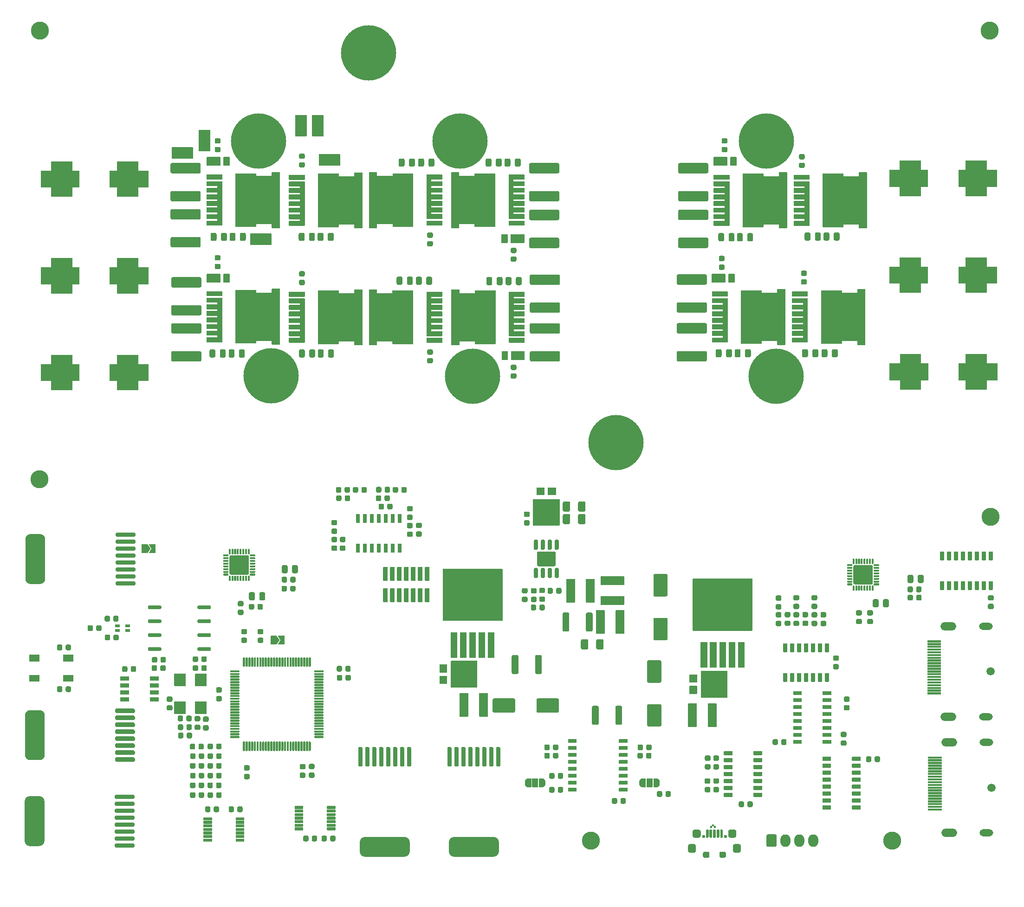
<source format=gbr>
%TF.GenerationSoftware,KiCad,Pcbnew,(5.1.12)-1*%
%TF.CreationDate,2021-11-28T23:41:53-06:00*%
%TF.ProjectId,DRV8350S_Double,44525638-3335-4305-935f-446f75626c65,rev?*%
%TF.SameCoordinates,Original*%
%TF.FileFunction,Soldermask,Top*%
%TF.FilePolarity,Negative*%
%FSLAX46Y46*%
G04 Gerber Fmt 4.6, Leading zero omitted, Abs format (unit mm)*
G04 Created by KiCad (PCBNEW (5.1.12)-1) date 2021-11-28 23:41:53*
%MOMM*%
%LPD*%
G01*
G04 APERTURE LIST*
%ADD10C,0.010000*%
%ADD11C,0.100000*%
%ADD12O,2.900000X1.500000*%
%ADD13O,2.500000X1.300000*%
%ADD14C,1.500000*%
%ADD15C,3.300000*%
%ADD16C,10.100000*%
%ADD17C,0.600000*%
%ADD18O,1.840000X2.300000*%
G04 APERTURE END LIST*
D10*
%TO.C,C70*%
G36*
X209162500Y-48920000D02*
G01*
X209162500Y-47220000D01*
X211062500Y-47220000D01*
X211062500Y-44220000D01*
X209162500Y-44220000D01*
X209162500Y-42520000D01*
X205362500Y-42520000D01*
X205362500Y-44220000D01*
X204062500Y-44220000D01*
X204062500Y-47220000D01*
X205362500Y-47220000D01*
X205362500Y-48920000D01*
X209162500Y-48920000D01*
G37*
X209162500Y-48920000D02*
X209162500Y-47220000D01*
X211062500Y-47220000D01*
X211062500Y-44220000D01*
X209162500Y-44220000D01*
X209162500Y-42520000D01*
X205362500Y-42520000D01*
X205362500Y-44220000D01*
X204062500Y-44220000D01*
X204062500Y-47220000D01*
X205362500Y-47220000D01*
X205362500Y-48920000D01*
X209162500Y-48920000D01*
G36*
X193362500Y-48920000D02*
G01*
X193362500Y-47220000D01*
X191462500Y-47220000D01*
X191462500Y-44220000D01*
X193362500Y-44220000D01*
X193362500Y-42520000D01*
X197162500Y-42520000D01*
X197162500Y-44220000D01*
X198462500Y-44220000D01*
X198462500Y-47220000D01*
X197162500Y-47220000D01*
X197162500Y-48920000D01*
X193362500Y-48920000D01*
G37*
X193362500Y-48920000D02*
X193362500Y-47220000D01*
X191462500Y-47220000D01*
X191462500Y-44220000D01*
X193362500Y-44220000D01*
X193362500Y-42520000D01*
X197162500Y-42520000D01*
X197162500Y-44220000D01*
X198462500Y-44220000D01*
X198462500Y-47220000D01*
X197162500Y-47220000D01*
X197162500Y-48920000D01*
X193362500Y-48920000D01*
%TO.C,C69*%
G36*
X209168000Y-66573000D02*
G01*
X209168000Y-64873000D01*
X211068000Y-64873000D01*
X211068000Y-61873000D01*
X209168000Y-61873000D01*
X209168000Y-60173000D01*
X205368000Y-60173000D01*
X205368000Y-61873000D01*
X204068000Y-61873000D01*
X204068000Y-64873000D01*
X205368000Y-64873000D01*
X205368000Y-66573000D01*
X209168000Y-66573000D01*
G37*
X209168000Y-66573000D02*
X209168000Y-64873000D01*
X211068000Y-64873000D01*
X211068000Y-61873000D01*
X209168000Y-61873000D01*
X209168000Y-60173000D01*
X205368000Y-60173000D01*
X205368000Y-61873000D01*
X204068000Y-61873000D01*
X204068000Y-64873000D01*
X205368000Y-64873000D01*
X205368000Y-66573000D01*
X209168000Y-66573000D01*
G36*
X193368000Y-66573000D02*
G01*
X193368000Y-64873000D01*
X191468000Y-64873000D01*
X191468000Y-61873000D01*
X193368000Y-61873000D01*
X193368000Y-60173000D01*
X197168000Y-60173000D01*
X197168000Y-61873000D01*
X198468000Y-61873000D01*
X198468000Y-64873000D01*
X197168000Y-64873000D01*
X197168000Y-66573000D01*
X193368000Y-66573000D01*
G37*
X193368000Y-66573000D02*
X193368000Y-64873000D01*
X191468000Y-64873000D01*
X191468000Y-61873000D01*
X193368000Y-61873000D01*
X193368000Y-60173000D01*
X197168000Y-60173000D01*
X197168000Y-61873000D01*
X198468000Y-61873000D01*
X198468000Y-64873000D01*
X197168000Y-64873000D01*
X197168000Y-66573000D01*
X193368000Y-66573000D01*
%TO.C,C61*%
G36*
X209195000Y-84226000D02*
G01*
X209195000Y-82526000D01*
X211095000Y-82526000D01*
X211095000Y-79526000D01*
X209195000Y-79526000D01*
X209195000Y-77826000D01*
X205395000Y-77826000D01*
X205395000Y-79526000D01*
X204095000Y-79526000D01*
X204095000Y-82526000D01*
X205395000Y-82526000D01*
X205395000Y-84226000D01*
X209195000Y-84226000D01*
G37*
X209195000Y-84226000D02*
X209195000Y-82526000D01*
X211095000Y-82526000D01*
X211095000Y-79526000D01*
X209195000Y-79526000D01*
X209195000Y-77826000D01*
X205395000Y-77826000D01*
X205395000Y-79526000D01*
X204095000Y-79526000D01*
X204095000Y-82526000D01*
X205395000Y-82526000D01*
X205395000Y-84226000D01*
X209195000Y-84226000D01*
G36*
X193395000Y-84226000D02*
G01*
X193395000Y-82526000D01*
X191495000Y-82526000D01*
X191495000Y-79526000D01*
X193395000Y-79526000D01*
X193395000Y-77826000D01*
X197195000Y-77826000D01*
X197195000Y-79526000D01*
X198495000Y-79526000D01*
X198495000Y-82526000D01*
X197195000Y-82526000D01*
X197195000Y-84226000D01*
X193395000Y-84226000D01*
G37*
X193395000Y-84226000D02*
X193395000Y-82526000D01*
X191495000Y-82526000D01*
X191495000Y-79526000D01*
X193395000Y-79526000D01*
X193395000Y-77826000D01*
X197195000Y-77826000D01*
X197195000Y-79526000D01*
X198495000Y-79526000D01*
X198495000Y-82526000D01*
X197195000Y-82526000D01*
X197195000Y-84226000D01*
X193395000Y-84226000D01*
%TO.C,C60*%
G36*
X54382000Y-84353000D02*
G01*
X54382000Y-82653000D01*
X56282000Y-82653000D01*
X56282000Y-79653000D01*
X54382000Y-79653000D01*
X54382000Y-77953000D01*
X50582000Y-77953000D01*
X50582000Y-79653000D01*
X49282000Y-79653000D01*
X49282000Y-82653000D01*
X50582000Y-82653000D01*
X50582000Y-84353000D01*
X54382000Y-84353000D01*
G37*
X54382000Y-84353000D02*
X54382000Y-82653000D01*
X56282000Y-82653000D01*
X56282000Y-79653000D01*
X54382000Y-79653000D01*
X54382000Y-77953000D01*
X50582000Y-77953000D01*
X50582000Y-79653000D01*
X49282000Y-79653000D01*
X49282000Y-82653000D01*
X50582000Y-82653000D01*
X50582000Y-84353000D01*
X54382000Y-84353000D01*
G36*
X38582000Y-84353000D02*
G01*
X38582000Y-82653000D01*
X36682000Y-82653000D01*
X36682000Y-79653000D01*
X38582000Y-79653000D01*
X38582000Y-77953000D01*
X42382000Y-77953000D01*
X42382000Y-79653000D01*
X43682000Y-79653000D01*
X43682000Y-82653000D01*
X42382000Y-82653000D01*
X42382000Y-84353000D01*
X38582000Y-84353000D01*
G37*
X38582000Y-84353000D02*
X38582000Y-82653000D01*
X36682000Y-82653000D01*
X36682000Y-79653000D01*
X38582000Y-79653000D01*
X38582000Y-77953000D01*
X42382000Y-77953000D01*
X42382000Y-79653000D01*
X43682000Y-79653000D01*
X43682000Y-82653000D01*
X42382000Y-82653000D01*
X42382000Y-84353000D01*
X38582000Y-84353000D01*
%TO.C,C52*%
G36*
X54382000Y-49047000D02*
G01*
X54382000Y-47347000D01*
X56282000Y-47347000D01*
X56282000Y-44347000D01*
X54382000Y-44347000D01*
X54382000Y-42647000D01*
X50582000Y-42647000D01*
X50582000Y-44347000D01*
X49282000Y-44347000D01*
X49282000Y-47347000D01*
X50582000Y-47347000D01*
X50582000Y-49047000D01*
X54382000Y-49047000D01*
G37*
X54382000Y-49047000D02*
X54382000Y-47347000D01*
X56282000Y-47347000D01*
X56282000Y-44347000D01*
X54382000Y-44347000D01*
X54382000Y-42647000D01*
X50582000Y-42647000D01*
X50582000Y-44347000D01*
X49282000Y-44347000D01*
X49282000Y-47347000D01*
X50582000Y-47347000D01*
X50582000Y-49047000D01*
X54382000Y-49047000D01*
G36*
X38582000Y-49047000D02*
G01*
X38582000Y-47347000D01*
X36682000Y-47347000D01*
X36682000Y-44347000D01*
X38582000Y-44347000D01*
X38582000Y-42647000D01*
X42382000Y-42647000D01*
X42382000Y-44347000D01*
X43682000Y-44347000D01*
X43682000Y-47347000D01*
X42382000Y-47347000D01*
X42382000Y-49047000D01*
X38582000Y-49047000D01*
G37*
X38582000Y-49047000D02*
X38582000Y-47347000D01*
X36682000Y-47347000D01*
X36682000Y-44347000D01*
X38582000Y-44347000D01*
X38582000Y-42647000D01*
X42382000Y-42647000D01*
X42382000Y-44347000D01*
X43682000Y-44347000D01*
X43682000Y-47347000D01*
X42382000Y-47347000D01*
X42382000Y-49047000D01*
X38582000Y-49047000D01*
%TO.C,C51*%
G36*
X54382000Y-66700000D02*
G01*
X54382000Y-65000000D01*
X56282000Y-65000000D01*
X56282000Y-62000000D01*
X54382000Y-62000000D01*
X54382000Y-60300000D01*
X50582000Y-60300000D01*
X50582000Y-62000000D01*
X49282000Y-62000000D01*
X49282000Y-65000000D01*
X50582000Y-65000000D01*
X50582000Y-66700000D01*
X54382000Y-66700000D01*
G37*
X54382000Y-66700000D02*
X54382000Y-65000000D01*
X56282000Y-65000000D01*
X56282000Y-62000000D01*
X54382000Y-62000000D01*
X54382000Y-60300000D01*
X50582000Y-60300000D01*
X50582000Y-62000000D01*
X49282000Y-62000000D01*
X49282000Y-65000000D01*
X50582000Y-65000000D01*
X50582000Y-66700000D01*
X54382000Y-66700000D01*
G36*
X38582000Y-66700000D02*
G01*
X38582000Y-65000000D01*
X36682000Y-65000000D01*
X36682000Y-62000000D01*
X38582000Y-62000000D01*
X38582000Y-60300000D01*
X42382000Y-60300000D01*
X42382000Y-62000000D01*
X43682000Y-62000000D01*
X43682000Y-65000000D01*
X42382000Y-65000000D01*
X42382000Y-66700000D01*
X38582000Y-66700000D01*
G37*
X38582000Y-66700000D02*
X38582000Y-65000000D01*
X36682000Y-65000000D01*
X36682000Y-62000000D01*
X38582000Y-62000000D01*
X38582000Y-60300000D01*
X42382000Y-60300000D01*
X42382000Y-62000000D01*
X43682000Y-62000000D01*
X43682000Y-65000000D01*
X42382000Y-65000000D01*
X42382000Y-66700000D01*
X38582000Y-66700000D01*
%TO.C,U13*%
G36*
X159380500Y-163634000D02*
G01*
X159180500Y-163634000D01*
X159177500Y-163634000D01*
X159175500Y-163634000D01*
X159172500Y-163635000D01*
X159170500Y-163635000D01*
X159167500Y-163636000D01*
X159165500Y-163636000D01*
X159162500Y-163637000D01*
X159160500Y-163638000D01*
X159157500Y-163639000D01*
X159155500Y-163641000D01*
X159153500Y-163642000D01*
X159151500Y-163644000D01*
X159149500Y-163645000D01*
X159147500Y-163647000D01*
X159145500Y-163649000D01*
X159143500Y-163651000D01*
X159141500Y-163653000D01*
X159140500Y-163655000D01*
X159138500Y-163657000D01*
X159137500Y-163659000D01*
X159135500Y-163661000D01*
X159134500Y-163664000D01*
X159133500Y-163666000D01*
X159132500Y-163669000D01*
X159132500Y-163671000D01*
X159131500Y-163674000D01*
X159131500Y-163676000D01*
X159130500Y-163679000D01*
X159130500Y-163681000D01*
X159130500Y-163684000D01*
X159130500Y-163884000D01*
X159130500Y-163887000D01*
X159130500Y-163889000D01*
X159131500Y-163892000D01*
X159131500Y-163894000D01*
X159132500Y-163897000D01*
X159132500Y-163899000D01*
X159133500Y-163902000D01*
X159134500Y-163904000D01*
X159135500Y-163907000D01*
X159137500Y-163909000D01*
X159138500Y-163911000D01*
X159140500Y-163913000D01*
X159141500Y-163915000D01*
X159143500Y-163917000D01*
X159145500Y-163919000D01*
X159147500Y-163921000D01*
X159149500Y-163923000D01*
X159151500Y-163924000D01*
X159153500Y-163926000D01*
X159155500Y-163927000D01*
X159157500Y-163929000D01*
X159160500Y-163930000D01*
X159162500Y-163931000D01*
X159165500Y-163932000D01*
X159167500Y-163932000D01*
X159170500Y-163933000D01*
X159172500Y-163933000D01*
X159175500Y-163934000D01*
X159177500Y-163934000D01*
X159180500Y-163934000D01*
X159380500Y-163934000D01*
X159383500Y-163934000D01*
X159385500Y-163934000D01*
X159388500Y-163933000D01*
X159390500Y-163933000D01*
X159393500Y-163932000D01*
X159395500Y-163932000D01*
X159398500Y-163931000D01*
X159400500Y-163930000D01*
X159403500Y-163929000D01*
X159405500Y-163927000D01*
X159407500Y-163926000D01*
X159409500Y-163924000D01*
X159411500Y-163923000D01*
X159413500Y-163921000D01*
X159415500Y-163919000D01*
X159417500Y-163917000D01*
X159419500Y-163915000D01*
X159420500Y-163913000D01*
X159422500Y-163911000D01*
X159423500Y-163909000D01*
X159425500Y-163907000D01*
X159426500Y-163904000D01*
X159427500Y-163902000D01*
X159428500Y-163899000D01*
X159428500Y-163897000D01*
X159429500Y-163894000D01*
X159429500Y-163892000D01*
X159430500Y-163889000D01*
X159430500Y-163887000D01*
X159430500Y-163884000D01*
X159430500Y-163684000D01*
X159430500Y-163681000D01*
X159430500Y-163679000D01*
X159429500Y-163676000D01*
X159429500Y-163674000D01*
X159428500Y-163671000D01*
X159428500Y-163669000D01*
X159427500Y-163666000D01*
X159426500Y-163664000D01*
X159425500Y-163661000D01*
X159423500Y-163659000D01*
X159422500Y-163657000D01*
X159420500Y-163655000D01*
X159419500Y-163653000D01*
X159417500Y-163651000D01*
X159415500Y-163649000D01*
X159413500Y-163647000D01*
X159411500Y-163645000D01*
X159409500Y-163644000D01*
X159407500Y-163642000D01*
X159405500Y-163641000D01*
X159403500Y-163639000D01*
X159400500Y-163638000D01*
X159398500Y-163637000D01*
X159395500Y-163636000D01*
X159393500Y-163636000D01*
X159390500Y-163635000D01*
X159388500Y-163635000D01*
X159385500Y-163634000D01*
X159383500Y-163634000D01*
X159380500Y-163634000D01*
G37*
X159380500Y-163634000D02*
X159180500Y-163634000D01*
X159177500Y-163634000D01*
X159175500Y-163634000D01*
X159172500Y-163635000D01*
X159170500Y-163635000D01*
X159167500Y-163636000D01*
X159165500Y-163636000D01*
X159162500Y-163637000D01*
X159160500Y-163638000D01*
X159157500Y-163639000D01*
X159155500Y-163641000D01*
X159153500Y-163642000D01*
X159151500Y-163644000D01*
X159149500Y-163645000D01*
X159147500Y-163647000D01*
X159145500Y-163649000D01*
X159143500Y-163651000D01*
X159141500Y-163653000D01*
X159140500Y-163655000D01*
X159138500Y-163657000D01*
X159137500Y-163659000D01*
X159135500Y-163661000D01*
X159134500Y-163664000D01*
X159133500Y-163666000D01*
X159132500Y-163669000D01*
X159132500Y-163671000D01*
X159131500Y-163674000D01*
X159131500Y-163676000D01*
X159130500Y-163679000D01*
X159130500Y-163681000D01*
X159130500Y-163684000D01*
X159130500Y-163884000D01*
X159130500Y-163887000D01*
X159130500Y-163889000D01*
X159131500Y-163892000D01*
X159131500Y-163894000D01*
X159132500Y-163897000D01*
X159132500Y-163899000D01*
X159133500Y-163902000D01*
X159134500Y-163904000D01*
X159135500Y-163907000D01*
X159137500Y-163909000D01*
X159138500Y-163911000D01*
X159140500Y-163913000D01*
X159141500Y-163915000D01*
X159143500Y-163917000D01*
X159145500Y-163919000D01*
X159147500Y-163921000D01*
X159149500Y-163923000D01*
X159151500Y-163924000D01*
X159153500Y-163926000D01*
X159155500Y-163927000D01*
X159157500Y-163929000D01*
X159160500Y-163930000D01*
X159162500Y-163931000D01*
X159165500Y-163932000D01*
X159167500Y-163932000D01*
X159170500Y-163933000D01*
X159172500Y-163933000D01*
X159175500Y-163934000D01*
X159177500Y-163934000D01*
X159180500Y-163934000D01*
X159380500Y-163934000D01*
X159383500Y-163934000D01*
X159385500Y-163934000D01*
X159388500Y-163933000D01*
X159390500Y-163933000D01*
X159393500Y-163932000D01*
X159395500Y-163932000D01*
X159398500Y-163931000D01*
X159400500Y-163930000D01*
X159403500Y-163929000D01*
X159405500Y-163927000D01*
X159407500Y-163926000D01*
X159409500Y-163924000D01*
X159411500Y-163923000D01*
X159413500Y-163921000D01*
X159415500Y-163919000D01*
X159417500Y-163917000D01*
X159419500Y-163915000D01*
X159420500Y-163913000D01*
X159422500Y-163911000D01*
X159423500Y-163909000D01*
X159425500Y-163907000D01*
X159426500Y-163904000D01*
X159427500Y-163902000D01*
X159428500Y-163899000D01*
X159428500Y-163897000D01*
X159429500Y-163894000D01*
X159429500Y-163892000D01*
X159430500Y-163889000D01*
X159430500Y-163887000D01*
X159430500Y-163884000D01*
X159430500Y-163684000D01*
X159430500Y-163681000D01*
X159430500Y-163679000D01*
X159429500Y-163676000D01*
X159429500Y-163674000D01*
X159428500Y-163671000D01*
X159428500Y-163669000D01*
X159427500Y-163666000D01*
X159426500Y-163664000D01*
X159425500Y-163661000D01*
X159423500Y-163659000D01*
X159422500Y-163657000D01*
X159420500Y-163655000D01*
X159419500Y-163653000D01*
X159417500Y-163651000D01*
X159415500Y-163649000D01*
X159413500Y-163647000D01*
X159411500Y-163645000D01*
X159409500Y-163644000D01*
X159407500Y-163642000D01*
X159405500Y-163641000D01*
X159403500Y-163639000D01*
X159400500Y-163638000D01*
X159398500Y-163637000D01*
X159395500Y-163636000D01*
X159393500Y-163636000D01*
X159390500Y-163635000D01*
X159388500Y-163635000D01*
X159385500Y-163634000D01*
X159383500Y-163634000D01*
X159380500Y-163634000D01*
G36*
X159040500Y-163934000D02*
G01*
X158840500Y-163934000D01*
X158837500Y-163934000D01*
X158835500Y-163934000D01*
X158832500Y-163935000D01*
X158830500Y-163935000D01*
X158827500Y-163936000D01*
X158825500Y-163936000D01*
X158822500Y-163937000D01*
X158820500Y-163938000D01*
X158817500Y-163939000D01*
X158815500Y-163941000D01*
X158813500Y-163942000D01*
X158811500Y-163944000D01*
X158809500Y-163945000D01*
X158807500Y-163947000D01*
X158805500Y-163949000D01*
X158803500Y-163951000D01*
X158801500Y-163953000D01*
X158800500Y-163955000D01*
X158798500Y-163957000D01*
X158797500Y-163959000D01*
X158795500Y-163961000D01*
X158794500Y-163964000D01*
X158793500Y-163966000D01*
X158792500Y-163969000D01*
X158792500Y-163971000D01*
X158791500Y-163974000D01*
X158791500Y-163976000D01*
X158790500Y-163979000D01*
X158790500Y-163981000D01*
X158790500Y-163984000D01*
X158790500Y-164184000D01*
X158790500Y-164187000D01*
X158790500Y-164189000D01*
X158791500Y-164192000D01*
X158791500Y-164194000D01*
X158792500Y-164197000D01*
X158792500Y-164199000D01*
X158793500Y-164202000D01*
X158794500Y-164204000D01*
X158795500Y-164207000D01*
X158797500Y-164209000D01*
X158798500Y-164211000D01*
X158800500Y-164213000D01*
X158801500Y-164215000D01*
X158803500Y-164217000D01*
X158805500Y-164219000D01*
X158807500Y-164221000D01*
X158809500Y-164223000D01*
X158811500Y-164224000D01*
X158813500Y-164226000D01*
X158815500Y-164227000D01*
X158817500Y-164229000D01*
X158820500Y-164230000D01*
X158822500Y-164231000D01*
X158825500Y-164232000D01*
X158827500Y-164232000D01*
X158830500Y-164233000D01*
X158832500Y-164233000D01*
X158835500Y-164234000D01*
X158837500Y-164234000D01*
X158840500Y-164234000D01*
X159040500Y-164234000D01*
X159043500Y-164234000D01*
X159045500Y-164234000D01*
X159048500Y-164233000D01*
X159050500Y-164233000D01*
X159053500Y-164232000D01*
X159055500Y-164232000D01*
X159058500Y-164231000D01*
X159060500Y-164230000D01*
X159063500Y-164229000D01*
X159065500Y-164227000D01*
X159067500Y-164226000D01*
X159069500Y-164224000D01*
X159071500Y-164223000D01*
X159073500Y-164221000D01*
X159075500Y-164219000D01*
X159077500Y-164217000D01*
X159079500Y-164215000D01*
X159080500Y-164213000D01*
X159082500Y-164211000D01*
X159083500Y-164209000D01*
X159085500Y-164207000D01*
X159086500Y-164204000D01*
X159087500Y-164202000D01*
X159088500Y-164199000D01*
X159088500Y-164197000D01*
X159089500Y-164194000D01*
X159089500Y-164192000D01*
X159090500Y-164189000D01*
X159090500Y-164187000D01*
X159090500Y-164184000D01*
X159090500Y-163984000D01*
X159090500Y-163981000D01*
X159090500Y-163979000D01*
X159089500Y-163976000D01*
X159089500Y-163974000D01*
X159088500Y-163971000D01*
X159088500Y-163969000D01*
X159087500Y-163966000D01*
X159086500Y-163964000D01*
X159085500Y-163961000D01*
X159083500Y-163959000D01*
X159082500Y-163957000D01*
X159080500Y-163955000D01*
X159079500Y-163953000D01*
X159077500Y-163951000D01*
X159075500Y-163949000D01*
X159073500Y-163947000D01*
X159071500Y-163945000D01*
X159069500Y-163944000D01*
X159067500Y-163942000D01*
X159065500Y-163941000D01*
X159063500Y-163939000D01*
X159060500Y-163938000D01*
X159058500Y-163937000D01*
X159055500Y-163936000D01*
X159053500Y-163936000D01*
X159050500Y-163935000D01*
X159048500Y-163935000D01*
X159045500Y-163934000D01*
X159043500Y-163934000D01*
X159040500Y-163934000D01*
G37*
X159040500Y-163934000D02*
X158840500Y-163934000D01*
X158837500Y-163934000D01*
X158835500Y-163934000D01*
X158832500Y-163935000D01*
X158830500Y-163935000D01*
X158827500Y-163936000D01*
X158825500Y-163936000D01*
X158822500Y-163937000D01*
X158820500Y-163938000D01*
X158817500Y-163939000D01*
X158815500Y-163941000D01*
X158813500Y-163942000D01*
X158811500Y-163944000D01*
X158809500Y-163945000D01*
X158807500Y-163947000D01*
X158805500Y-163949000D01*
X158803500Y-163951000D01*
X158801500Y-163953000D01*
X158800500Y-163955000D01*
X158798500Y-163957000D01*
X158797500Y-163959000D01*
X158795500Y-163961000D01*
X158794500Y-163964000D01*
X158793500Y-163966000D01*
X158792500Y-163969000D01*
X158792500Y-163971000D01*
X158791500Y-163974000D01*
X158791500Y-163976000D01*
X158790500Y-163979000D01*
X158790500Y-163981000D01*
X158790500Y-163984000D01*
X158790500Y-164184000D01*
X158790500Y-164187000D01*
X158790500Y-164189000D01*
X158791500Y-164192000D01*
X158791500Y-164194000D01*
X158792500Y-164197000D01*
X158792500Y-164199000D01*
X158793500Y-164202000D01*
X158794500Y-164204000D01*
X158795500Y-164207000D01*
X158797500Y-164209000D01*
X158798500Y-164211000D01*
X158800500Y-164213000D01*
X158801500Y-164215000D01*
X158803500Y-164217000D01*
X158805500Y-164219000D01*
X158807500Y-164221000D01*
X158809500Y-164223000D01*
X158811500Y-164224000D01*
X158813500Y-164226000D01*
X158815500Y-164227000D01*
X158817500Y-164229000D01*
X158820500Y-164230000D01*
X158822500Y-164231000D01*
X158825500Y-164232000D01*
X158827500Y-164232000D01*
X158830500Y-164233000D01*
X158832500Y-164233000D01*
X158835500Y-164234000D01*
X158837500Y-164234000D01*
X158840500Y-164234000D01*
X159040500Y-164234000D01*
X159043500Y-164234000D01*
X159045500Y-164234000D01*
X159048500Y-164233000D01*
X159050500Y-164233000D01*
X159053500Y-164232000D01*
X159055500Y-164232000D01*
X159058500Y-164231000D01*
X159060500Y-164230000D01*
X159063500Y-164229000D01*
X159065500Y-164227000D01*
X159067500Y-164226000D01*
X159069500Y-164224000D01*
X159071500Y-164223000D01*
X159073500Y-164221000D01*
X159075500Y-164219000D01*
X159077500Y-164217000D01*
X159079500Y-164215000D01*
X159080500Y-164213000D01*
X159082500Y-164211000D01*
X159083500Y-164209000D01*
X159085500Y-164207000D01*
X159086500Y-164204000D01*
X159087500Y-164202000D01*
X159088500Y-164199000D01*
X159088500Y-164197000D01*
X159089500Y-164194000D01*
X159089500Y-164192000D01*
X159090500Y-164189000D01*
X159090500Y-164187000D01*
X159090500Y-164184000D01*
X159090500Y-163984000D01*
X159090500Y-163981000D01*
X159090500Y-163979000D01*
X159089500Y-163976000D01*
X159089500Y-163974000D01*
X159088500Y-163971000D01*
X159088500Y-163969000D01*
X159087500Y-163966000D01*
X159086500Y-163964000D01*
X159085500Y-163961000D01*
X159083500Y-163959000D01*
X159082500Y-163957000D01*
X159080500Y-163955000D01*
X159079500Y-163953000D01*
X159077500Y-163951000D01*
X159075500Y-163949000D01*
X159073500Y-163947000D01*
X159071500Y-163945000D01*
X159069500Y-163944000D01*
X159067500Y-163942000D01*
X159065500Y-163941000D01*
X159063500Y-163939000D01*
X159060500Y-163938000D01*
X159058500Y-163937000D01*
X159055500Y-163936000D01*
X159053500Y-163936000D01*
X159050500Y-163935000D01*
X159048500Y-163935000D01*
X159045500Y-163934000D01*
X159043500Y-163934000D01*
X159040500Y-163934000D01*
G36*
X159720500Y-163934000D02*
G01*
X159520500Y-163934000D01*
X159517500Y-163934000D01*
X159515500Y-163934000D01*
X159512500Y-163935000D01*
X159510500Y-163935000D01*
X159507500Y-163936000D01*
X159505500Y-163936000D01*
X159502500Y-163937000D01*
X159500500Y-163938000D01*
X159497500Y-163939000D01*
X159495500Y-163941000D01*
X159493500Y-163942000D01*
X159491500Y-163944000D01*
X159489500Y-163945000D01*
X159487500Y-163947000D01*
X159485500Y-163949000D01*
X159483500Y-163951000D01*
X159481500Y-163953000D01*
X159480500Y-163955000D01*
X159478500Y-163957000D01*
X159477500Y-163959000D01*
X159475500Y-163961000D01*
X159474500Y-163964000D01*
X159473500Y-163966000D01*
X159472500Y-163969000D01*
X159472500Y-163971000D01*
X159471500Y-163974000D01*
X159471500Y-163976000D01*
X159470500Y-163979000D01*
X159470500Y-163981000D01*
X159470500Y-163984000D01*
X159470500Y-164184000D01*
X159470500Y-164187000D01*
X159470500Y-164189000D01*
X159471500Y-164192000D01*
X159471500Y-164194000D01*
X159472500Y-164197000D01*
X159472500Y-164199000D01*
X159473500Y-164202000D01*
X159474500Y-164204000D01*
X159475500Y-164207000D01*
X159477500Y-164209000D01*
X159478500Y-164211000D01*
X159480500Y-164213000D01*
X159481500Y-164215000D01*
X159483500Y-164217000D01*
X159485500Y-164219000D01*
X159487500Y-164221000D01*
X159489500Y-164223000D01*
X159491500Y-164224000D01*
X159493500Y-164226000D01*
X159495500Y-164227000D01*
X159497500Y-164229000D01*
X159500500Y-164230000D01*
X159502500Y-164231000D01*
X159505500Y-164232000D01*
X159507500Y-164232000D01*
X159510500Y-164233000D01*
X159512500Y-164233000D01*
X159515500Y-164234000D01*
X159517500Y-164234000D01*
X159520500Y-164234000D01*
X159720500Y-164234000D01*
X159723500Y-164234000D01*
X159725500Y-164234000D01*
X159728500Y-164233000D01*
X159730500Y-164233000D01*
X159733500Y-164232000D01*
X159735500Y-164232000D01*
X159738500Y-164231000D01*
X159740500Y-164230000D01*
X159743500Y-164229000D01*
X159745500Y-164227000D01*
X159747500Y-164226000D01*
X159749500Y-164224000D01*
X159751500Y-164223000D01*
X159753500Y-164221000D01*
X159755500Y-164219000D01*
X159757500Y-164217000D01*
X159759500Y-164215000D01*
X159760500Y-164213000D01*
X159762500Y-164211000D01*
X159763500Y-164209000D01*
X159765500Y-164207000D01*
X159766500Y-164204000D01*
X159767500Y-164202000D01*
X159768500Y-164199000D01*
X159768500Y-164197000D01*
X159769500Y-164194000D01*
X159769500Y-164192000D01*
X159770500Y-164189000D01*
X159770500Y-164187000D01*
X159770500Y-164184000D01*
X159770500Y-163984000D01*
X159770500Y-163981000D01*
X159770500Y-163979000D01*
X159769500Y-163976000D01*
X159769500Y-163974000D01*
X159768500Y-163971000D01*
X159768500Y-163969000D01*
X159767500Y-163966000D01*
X159766500Y-163964000D01*
X159765500Y-163961000D01*
X159763500Y-163959000D01*
X159762500Y-163957000D01*
X159760500Y-163955000D01*
X159759500Y-163953000D01*
X159757500Y-163951000D01*
X159755500Y-163949000D01*
X159753500Y-163947000D01*
X159751500Y-163945000D01*
X159749500Y-163944000D01*
X159747500Y-163942000D01*
X159745500Y-163941000D01*
X159743500Y-163939000D01*
X159740500Y-163938000D01*
X159738500Y-163937000D01*
X159735500Y-163936000D01*
X159733500Y-163936000D01*
X159730500Y-163935000D01*
X159728500Y-163935000D01*
X159725500Y-163934000D01*
X159723500Y-163934000D01*
X159720500Y-163934000D01*
G37*
X159720500Y-163934000D02*
X159520500Y-163934000D01*
X159517500Y-163934000D01*
X159515500Y-163934000D01*
X159512500Y-163935000D01*
X159510500Y-163935000D01*
X159507500Y-163936000D01*
X159505500Y-163936000D01*
X159502500Y-163937000D01*
X159500500Y-163938000D01*
X159497500Y-163939000D01*
X159495500Y-163941000D01*
X159493500Y-163942000D01*
X159491500Y-163944000D01*
X159489500Y-163945000D01*
X159487500Y-163947000D01*
X159485500Y-163949000D01*
X159483500Y-163951000D01*
X159481500Y-163953000D01*
X159480500Y-163955000D01*
X159478500Y-163957000D01*
X159477500Y-163959000D01*
X159475500Y-163961000D01*
X159474500Y-163964000D01*
X159473500Y-163966000D01*
X159472500Y-163969000D01*
X159472500Y-163971000D01*
X159471500Y-163974000D01*
X159471500Y-163976000D01*
X159470500Y-163979000D01*
X159470500Y-163981000D01*
X159470500Y-163984000D01*
X159470500Y-164184000D01*
X159470500Y-164187000D01*
X159470500Y-164189000D01*
X159471500Y-164192000D01*
X159471500Y-164194000D01*
X159472500Y-164197000D01*
X159472500Y-164199000D01*
X159473500Y-164202000D01*
X159474500Y-164204000D01*
X159475500Y-164207000D01*
X159477500Y-164209000D01*
X159478500Y-164211000D01*
X159480500Y-164213000D01*
X159481500Y-164215000D01*
X159483500Y-164217000D01*
X159485500Y-164219000D01*
X159487500Y-164221000D01*
X159489500Y-164223000D01*
X159491500Y-164224000D01*
X159493500Y-164226000D01*
X159495500Y-164227000D01*
X159497500Y-164229000D01*
X159500500Y-164230000D01*
X159502500Y-164231000D01*
X159505500Y-164232000D01*
X159507500Y-164232000D01*
X159510500Y-164233000D01*
X159512500Y-164233000D01*
X159515500Y-164234000D01*
X159517500Y-164234000D01*
X159520500Y-164234000D01*
X159720500Y-164234000D01*
X159723500Y-164234000D01*
X159725500Y-164234000D01*
X159728500Y-164233000D01*
X159730500Y-164233000D01*
X159733500Y-164232000D01*
X159735500Y-164232000D01*
X159738500Y-164231000D01*
X159740500Y-164230000D01*
X159743500Y-164229000D01*
X159745500Y-164227000D01*
X159747500Y-164226000D01*
X159749500Y-164224000D01*
X159751500Y-164223000D01*
X159753500Y-164221000D01*
X159755500Y-164219000D01*
X159757500Y-164217000D01*
X159759500Y-164215000D01*
X159760500Y-164213000D01*
X159762500Y-164211000D01*
X159763500Y-164209000D01*
X159765500Y-164207000D01*
X159766500Y-164204000D01*
X159767500Y-164202000D01*
X159768500Y-164199000D01*
X159768500Y-164197000D01*
X159769500Y-164194000D01*
X159769500Y-164192000D01*
X159770500Y-164189000D01*
X159770500Y-164187000D01*
X159770500Y-164184000D01*
X159770500Y-163984000D01*
X159770500Y-163981000D01*
X159770500Y-163979000D01*
X159769500Y-163976000D01*
X159769500Y-163974000D01*
X159768500Y-163971000D01*
X159768500Y-163969000D01*
X159767500Y-163966000D01*
X159766500Y-163964000D01*
X159765500Y-163961000D01*
X159763500Y-163959000D01*
X159762500Y-163957000D01*
X159760500Y-163955000D01*
X159759500Y-163953000D01*
X159757500Y-163951000D01*
X159755500Y-163949000D01*
X159753500Y-163947000D01*
X159751500Y-163945000D01*
X159749500Y-163944000D01*
X159747500Y-163942000D01*
X159745500Y-163941000D01*
X159743500Y-163939000D01*
X159740500Y-163938000D01*
X159738500Y-163937000D01*
X159735500Y-163936000D01*
X159733500Y-163936000D01*
X159730500Y-163935000D01*
X159728500Y-163935000D01*
X159725500Y-163934000D01*
X159723500Y-163934000D01*
X159720500Y-163934000D01*
%TD*%
%TO.C,R25*%
G36*
G01*
X160627750Y-61488500D02*
X161190250Y-61488500D01*
G75*
G02*
X161434000Y-61732250I0J-243750D01*
G01*
X161434000Y-62219750D01*
G75*
G02*
X161190250Y-62463500I-243750J0D01*
G01*
X160627750Y-62463500D01*
G75*
G02*
X160384000Y-62219750I0J243750D01*
G01*
X160384000Y-61732250D01*
G75*
G02*
X160627750Y-61488500I243750J0D01*
G01*
G37*
G36*
G01*
X160627750Y-59913500D02*
X161190250Y-59913500D01*
G75*
G02*
X161434000Y-60157250I0J-243750D01*
G01*
X161434000Y-60644750D01*
G75*
G02*
X161190250Y-60888500I-243750J0D01*
G01*
X160627750Y-60888500D01*
G75*
G02*
X160384000Y-60644750I0J243750D01*
G01*
X160384000Y-60157250D01*
G75*
G02*
X160627750Y-59913500I243750J0D01*
G01*
G37*
%TD*%
%TO.C,R24*%
G36*
G01*
X123217250Y-80751500D02*
X122654750Y-80751500D01*
G75*
G02*
X122411000Y-80507750I0J243750D01*
G01*
X122411000Y-80020250D01*
G75*
G02*
X122654750Y-79776500I243750J0D01*
G01*
X123217250Y-79776500D01*
G75*
G02*
X123461000Y-80020250I0J-243750D01*
G01*
X123461000Y-80507750D01*
G75*
G02*
X123217250Y-80751500I-243750J0D01*
G01*
G37*
G36*
G01*
X123217250Y-82326500D02*
X122654750Y-82326500D01*
G75*
G02*
X122411000Y-82082750I0J243750D01*
G01*
X122411000Y-81595250D01*
G75*
G02*
X122654750Y-81351500I243750J0D01*
G01*
X123217250Y-81351500D01*
G75*
G02*
X123461000Y-81595250I0J-243750D01*
G01*
X123461000Y-82082750D01*
G75*
G02*
X123217250Y-82326500I-243750J0D01*
G01*
G37*
%TD*%
%TO.C,R26*%
G36*
G01*
X107977250Y-77957500D02*
X107414750Y-77957500D01*
G75*
G02*
X107171000Y-77713750I0J243750D01*
G01*
X107171000Y-77226250D01*
G75*
G02*
X107414750Y-76982500I243750J0D01*
G01*
X107977250Y-76982500D01*
G75*
G02*
X108221000Y-77226250I0J-243750D01*
G01*
X108221000Y-77713750D01*
G75*
G02*
X107977250Y-77957500I-243750J0D01*
G01*
G37*
G36*
G01*
X107977250Y-79532500D02*
X107414750Y-79532500D01*
G75*
G02*
X107171000Y-79288750I0J243750D01*
G01*
X107171000Y-78801250D01*
G75*
G02*
X107414750Y-78557500I243750J0D01*
G01*
X107977250Y-78557500D01*
G75*
G02*
X108221000Y-78801250I0J-243750D01*
G01*
X108221000Y-79288750D01*
G75*
G02*
X107977250Y-79532500I-243750J0D01*
G01*
G37*
%TD*%
%TO.C,TP17*%
G36*
G01*
X60559400Y-42122600D02*
X60559400Y-40122600D01*
G75*
G02*
X60609400Y-40072600I50000J0D01*
G01*
X64409400Y-40072600D01*
G75*
G02*
X64459400Y-40122600I0J-50000D01*
G01*
X64459400Y-42122600D01*
G75*
G02*
X64409400Y-42172600I-50000J0D01*
G01*
X60609400Y-42172600D01*
G75*
G02*
X60559400Y-42122600I0J50000D01*
G01*
G37*
%TD*%
%TO.C,TP15*%
G36*
G01*
X85137500Y-38081500D02*
X83137500Y-38081500D01*
G75*
G02*
X83087500Y-38031500I0J50000D01*
G01*
X83087500Y-34231500D01*
G75*
G02*
X83137500Y-34181500I50000J0D01*
G01*
X85137500Y-34181500D01*
G75*
G02*
X85187500Y-34231500I0J-50000D01*
G01*
X85187500Y-38031500D01*
G75*
G02*
X85137500Y-38081500I-50000J0D01*
G01*
G37*
%TD*%
%TO.C,R41*%
G36*
G01*
X84046750Y-64282500D02*
X84609250Y-64282500D01*
G75*
G02*
X84853000Y-64526250I0J-243750D01*
G01*
X84853000Y-65013750D01*
G75*
G02*
X84609250Y-65257500I-243750J0D01*
G01*
X84046750Y-65257500D01*
G75*
G02*
X83803000Y-65013750I0J243750D01*
G01*
X83803000Y-64526250D01*
G75*
G02*
X84046750Y-64282500I243750J0D01*
G01*
G37*
G36*
G01*
X84046750Y-62707500D02*
X84609250Y-62707500D01*
G75*
G02*
X84853000Y-62951250I0J-243750D01*
G01*
X84853000Y-63438750D01*
G75*
G02*
X84609250Y-63682500I-243750J0D01*
G01*
X84046750Y-63682500D01*
G75*
G02*
X83803000Y-63438750I0J243750D01*
G01*
X83803000Y-62951250D01*
G75*
G02*
X84046750Y-62707500I243750J0D01*
G01*
G37*
%TD*%
%TO.C,C91*%
G36*
G01*
X181455750Y-134412000D02*
X182018250Y-134412000D01*
G75*
G02*
X182262000Y-134655750I0J-243750D01*
G01*
X182262000Y-135143250D01*
G75*
G02*
X182018250Y-135387000I-243750J0D01*
G01*
X181455750Y-135387000D01*
G75*
G02*
X181212000Y-135143250I0J243750D01*
G01*
X181212000Y-134655750D01*
G75*
G02*
X181455750Y-134412000I243750J0D01*
G01*
G37*
G36*
G01*
X181455750Y-132837000D02*
X182018250Y-132837000D01*
G75*
G02*
X182262000Y-133080750I0J-243750D01*
G01*
X182262000Y-133568250D01*
G75*
G02*
X182018250Y-133812000I-243750J0D01*
G01*
X181455750Y-133812000D01*
G75*
G02*
X181212000Y-133568250I0J243750D01*
G01*
X181212000Y-133080750D01*
G75*
G02*
X181455750Y-132837000I243750J0D01*
G01*
G37*
%TD*%
%TO.C,C90*%
G36*
G01*
X165577700Y-160275850D02*
X165577700Y-159713350D01*
G75*
G02*
X165821450Y-159469600I243750J0D01*
G01*
X166308950Y-159469600D01*
G75*
G02*
X166552700Y-159713350I0J-243750D01*
G01*
X166552700Y-160275850D01*
G75*
G02*
X166308950Y-160519600I-243750J0D01*
G01*
X165821450Y-160519600D01*
G75*
G02*
X165577700Y-160275850I0J243750D01*
G01*
G37*
G36*
G01*
X164002700Y-160275850D02*
X164002700Y-159713350D01*
G75*
G02*
X164246450Y-159469600I243750J0D01*
G01*
X164733950Y-159469600D01*
G75*
G02*
X164977700Y-159713350I0J-243750D01*
G01*
X164977700Y-160275850D01*
G75*
G02*
X164733950Y-160519600I-243750J0D01*
G01*
X164246450Y-160519600D01*
G75*
G02*
X164002700Y-160275850I0J243750D01*
G01*
G37*
%TD*%
%TO.C,C89*%
G36*
G01*
X171150100Y-148359550D02*
X171150100Y-148922050D01*
G75*
G02*
X170906350Y-149165800I-243750J0D01*
G01*
X170418850Y-149165800D01*
G75*
G02*
X170175100Y-148922050I0J243750D01*
G01*
X170175100Y-148359550D01*
G75*
G02*
X170418850Y-148115800I243750J0D01*
G01*
X170906350Y-148115800D01*
G75*
G02*
X171150100Y-148359550I0J-243750D01*
G01*
G37*
G36*
G01*
X172725100Y-148359550D02*
X172725100Y-148922050D01*
G75*
G02*
X172481350Y-149165800I-243750J0D01*
G01*
X171993850Y-149165800D01*
G75*
G02*
X171750100Y-148922050I0J243750D01*
G01*
X171750100Y-148359550D01*
G75*
G02*
X171993850Y-148115800I243750J0D01*
G01*
X172481350Y-148115800D01*
G75*
G02*
X172725100Y-148359550I0J-243750D01*
G01*
G37*
%TD*%
%TO.C,C88*%
G36*
G01*
X209700550Y-123413800D02*
X210263050Y-123413800D01*
G75*
G02*
X210506800Y-123657550I0J-243750D01*
G01*
X210506800Y-124145050D01*
G75*
G02*
X210263050Y-124388800I-243750J0D01*
G01*
X209700550Y-124388800D01*
G75*
G02*
X209456800Y-124145050I0J243750D01*
G01*
X209456800Y-123657550D01*
G75*
G02*
X209700550Y-123413800I243750J0D01*
G01*
G37*
G36*
G01*
X209700550Y-121838800D02*
X210263050Y-121838800D01*
G75*
G02*
X210506800Y-122082550I0J-243750D01*
G01*
X210506800Y-122570050D01*
G75*
G02*
X210263050Y-122813800I-243750J0D01*
G01*
X209700550Y-122813800D01*
G75*
G02*
X209456800Y-122570050I0J243750D01*
G01*
X209456800Y-122082550D01*
G75*
G02*
X209700550Y-121838800I243750J0D01*
G01*
G37*
%TD*%
%TO.C,C87*%
G36*
G01*
X188793500Y-152046250D02*
X188793500Y-151483750D01*
G75*
G02*
X189037250Y-151240000I243750J0D01*
G01*
X189524750Y-151240000D01*
G75*
G02*
X189768500Y-151483750I0J-243750D01*
G01*
X189768500Y-152046250D01*
G75*
G02*
X189524750Y-152290000I-243750J0D01*
G01*
X189037250Y-152290000D01*
G75*
G02*
X188793500Y-152046250I0J243750D01*
G01*
G37*
G36*
G01*
X187218500Y-152046250D02*
X187218500Y-151483750D01*
G75*
G02*
X187462250Y-151240000I243750J0D01*
G01*
X187949750Y-151240000D01*
G75*
G02*
X188193500Y-151483750I0J-243750D01*
G01*
X188193500Y-152046250D01*
G75*
G02*
X187949750Y-152290000I-243750J0D01*
G01*
X187462250Y-152290000D01*
G75*
G02*
X187218500Y-152046250I0J243750D01*
G01*
G37*
%TD*%
%TO.C,C86*%
G36*
G01*
X99893300Y-105945250D02*
X99893300Y-105382750D01*
G75*
G02*
X100137050Y-105139000I243750J0D01*
G01*
X100624550Y-105139000D01*
G75*
G02*
X100868300Y-105382750I0J-243750D01*
G01*
X100868300Y-105945250D01*
G75*
G02*
X100624550Y-106189000I-243750J0D01*
G01*
X100137050Y-106189000D01*
G75*
G02*
X99893300Y-105945250I0J243750D01*
G01*
G37*
G36*
G01*
X98318300Y-105945250D02*
X98318300Y-105382750D01*
G75*
G02*
X98562050Y-105139000I243750J0D01*
G01*
X99049550Y-105139000D01*
G75*
G02*
X99293300Y-105382750I0J-243750D01*
G01*
X99293300Y-105945250D01*
G75*
G02*
X99049550Y-106189000I-243750J0D01*
G01*
X98562050Y-106189000D01*
G75*
G02*
X98318300Y-105945250I0J243750D01*
G01*
G37*
%TD*%
D11*
%TO.C,JP4*%
G36*
X56172755Y-112548461D02*
G01*
X56182134Y-112551306D01*
X56190779Y-112555927D01*
X56198355Y-112562145D01*
X56204603Y-112569765D01*
X56704603Y-113319765D01*
X56709214Y-113328414D01*
X56712049Y-113337797D01*
X56713000Y-113347552D01*
X56712029Y-113357306D01*
X56709174Y-113366682D01*
X56704603Y-113375235D01*
X56204603Y-114125235D01*
X56198392Y-114132818D01*
X56190822Y-114139044D01*
X56182182Y-114143674D01*
X56172806Y-114146529D01*
X56163000Y-114147500D01*
X55163000Y-114147500D01*
X55153245Y-114146539D01*
X55143866Y-114143694D01*
X55135221Y-114139073D01*
X55127645Y-114132855D01*
X55121427Y-114125279D01*
X55116806Y-114116634D01*
X55113961Y-114107255D01*
X55113000Y-114097500D01*
X55113000Y-112597500D01*
X55113961Y-112587745D01*
X55116806Y-112578366D01*
X55121427Y-112569721D01*
X55127645Y-112562145D01*
X55135221Y-112555927D01*
X55143866Y-112551306D01*
X55153245Y-112548461D01*
X55163000Y-112547500D01*
X56163000Y-112547500D01*
X56172755Y-112548461D01*
G37*
G36*
X57622755Y-112548461D02*
G01*
X57632134Y-112551306D01*
X57640779Y-112555927D01*
X57648355Y-112562145D01*
X57654573Y-112569721D01*
X57659194Y-112578366D01*
X57662039Y-112587745D01*
X57663000Y-112597500D01*
X57663000Y-114097500D01*
X57662039Y-114107255D01*
X57659194Y-114116634D01*
X57654573Y-114125279D01*
X57648355Y-114132855D01*
X57640779Y-114139073D01*
X57632134Y-114143694D01*
X57622755Y-114146539D01*
X57613000Y-114147500D01*
X56463000Y-114147500D01*
X56453245Y-114146539D01*
X56443866Y-114143694D01*
X56435221Y-114139073D01*
X56427645Y-114132855D01*
X56421427Y-114125279D01*
X56416806Y-114116634D01*
X56413961Y-114107255D01*
X56413000Y-114097500D01*
X56413961Y-114087745D01*
X56416806Y-114078366D01*
X56421397Y-114069765D01*
X56902907Y-113347500D01*
X56421397Y-112625235D01*
X56416786Y-112616586D01*
X56413951Y-112607203D01*
X56413000Y-112597448D01*
X56413971Y-112587694D01*
X56416826Y-112578318D01*
X56421456Y-112569678D01*
X56427682Y-112562108D01*
X56435265Y-112555897D01*
X56443914Y-112551286D01*
X56453297Y-112548451D01*
X56463000Y-112547500D01*
X57613000Y-112547500D01*
X57622755Y-112548461D01*
G37*
%TD*%
%TO.C,R62*%
G36*
G01*
X160174250Y-152074500D02*
X159611750Y-152074500D01*
G75*
G02*
X159368000Y-151830750I0J243750D01*
G01*
X159368000Y-151343250D01*
G75*
G02*
X159611750Y-151099500I243750J0D01*
G01*
X160174250Y-151099500D01*
G75*
G02*
X160418000Y-151343250I0J-243750D01*
G01*
X160418000Y-151830750D01*
G75*
G02*
X160174250Y-152074500I-243750J0D01*
G01*
G37*
G36*
G01*
X160174250Y-153649500D02*
X159611750Y-153649500D01*
G75*
G02*
X159368000Y-153405750I0J243750D01*
G01*
X159368000Y-152918250D01*
G75*
G02*
X159611750Y-152674500I243750J0D01*
G01*
X160174250Y-152674500D01*
G75*
G02*
X160418000Y-152918250I0J-243750D01*
G01*
X160418000Y-153405750D01*
G75*
G02*
X160174250Y-153649500I-243750J0D01*
G01*
G37*
%TD*%
%TO.C,R61*%
G36*
G01*
X158024250Y-156853000D02*
X158586750Y-156853000D01*
G75*
G02*
X158830500Y-157096750I0J-243750D01*
G01*
X158830500Y-157584250D01*
G75*
G02*
X158586750Y-157828000I-243750J0D01*
G01*
X158024250Y-157828000D01*
G75*
G02*
X157780500Y-157584250I0J243750D01*
G01*
X157780500Y-157096750D01*
G75*
G02*
X158024250Y-156853000I243750J0D01*
G01*
G37*
G36*
G01*
X158024250Y-155278000D02*
X158586750Y-155278000D01*
G75*
G02*
X158830500Y-155521750I0J-243750D01*
G01*
X158830500Y-156009250D01*
G75*
G02*
X158586750Y-156253000I-243750J0D01*
G01*
X158024250Y-156253000D01*
G75*
G02*
X157780500Y-156009250I0J243750D01*
G01*
X157780500Y-155521750D01*
G75*
G02*
X158024250Y-155278000I243750J0D01*
G01*
G37*
%TD*%
%TO.C,U17*%
G36*
G01*
X166675500Y-150968500D02*
X166675500Y-150368500D01*
G75*
G02*
X166725500Y-150318500I50000J0D01*
G01*
X168225500Y-150318500D01*
G75*
G02*
X168275500Y-150368500I0J-50000D01*
G01*
X168275500Y-150968500D01*
G75*
G02*
X168225500Y-151018500I-50000J0D01*
G01*
X166725500Y-151018500D01*
G75*
G02*
X166675500Y-150968500I0J50000D01*
G01*
G37*
G36*
G01*
X166675500Y-152238500D02*
X166675500Y-151638500D01*
G75*
G02*
X166725500Y-151588500I50000J0D01*
G01*
X168225500Y-151588500D01*
G75*
G02*
X168275500Y-151638500I0J-50000D01*
G01*
X168275500Y-152238500D01*
G75*
G02*
X168225500Y-152288500I-50000J0D01*
G01*
X166725500Y-152288500D01*
G75*
G02*
X166675500Y-152238500I0J50000D01*
G01*
G37*
G36*
G01*
X166675500Y-153508500D02*
X166675500Y-152908500D01*
G75*
G02*
X166725500Y-152858500I50000J0D01*
G01*
X168225500Y-152858500D01*
G75*
G02*
X168275500Y-152908500I0J-50000D01*
G01*
X168275500Y-153508500D01*
G75*
G02*
X168225500Y-153558500I-50000J0D01*
G01*
X166725500Y-153558500D01*
G75*
G02*
X166675500Y-153508500I0J50000D01*
G01*
G37*
G36*
G01*
X166675500Y-154778500D02*
X166675500Y-154178500D01*
G75*
G02*
X166725500Y-154128500I50000J0D01*
G01*
X168225500Y-154128500D01*
G75*
G02*
X168275500Y-154178500I0J-50000D01*
G01*
X168275500Y-154778500D01*
G75*
G02*
X168225500Y-154828500I-50000J0D01*
G01*
X166725500Y-154828500D01*
G75*
G02*
X166675500Y-154778500I0J50000D01*
G01*
G37*
G36*
G01*
X166675500Y-156048500D02*
X166675500Y-155448500D01*
G75*
G02*
X166725500Y-155398500I50000J0D01*
G01*
X168225500Y-155398500D01*
G75*
G02*
X168275500Y-155448500I0J-50000D01*
G01*
X168275500Y-156048500D01*
G75*
G02*
X168225500Y-156098500I-50000J0D01*
G01*
X166725500Y-156098500D01*
G75*
G02*
X166675500Y-156048500I0J50000D01*
G01*
G37*
G36*
G01*
X166675500Y-157318500D02*
X166675500Y-156718500D01*
G75*
G02*
X166725500Y-156668500I50000J0D01*
G01*
X168225500Y-156668500D01*
G75*
G02*
X168275500Y-156718500I0J-50000D01*
G01*
X168275500Y-157318500D01*
G75*
G02*
X168225500Y-157368500I-50000J0D01*
G01*
X166725500Y-157368500D01*
G75*
G02*
X166675500Y-157318500I0J50000D01*
G01*
G37*
G36*
G01*
X166675500Y-158588500D02*
X166675500Y-157988500D01*
G75*
G02*
X166725500Y-157938500I50000J0D01*
G01*
X168225500Y-157938500D01*
G75*
G02*
X168275500Y-157988500I0J-50000D01*
G01*
X168275500Y-158588500D01*
G75*
G02*
X168225500Y-158638500I-50000J0D01*
G01*
X166725500Y-158638500D01*
G75*
G02*
X166675500Y-158588500I0J50000D01*
G01*
G37*
G36*
G01*
X161275500Y-158588500D02*
X161275500Y-157988500D01*
G75*
G02*
X161325500Y-157938500I50000J0D01*
G01*
X162825500Y-157938500D01*
G75*
G02*
X162875500Y-157988500I0J-50000D01*
G01*
X162875500Y-158588500D01*
G75*
G02*
X162825500Y-158638500I-50000J0D01*
G01*
X161325500Y-158638500D01*
G75*
G02*
X161275500Y-158588500I0J50000D01*
G01*
G37*
G36*
G01*
X161275500Y-157318500D02*
X161275500Y-156718500D01*
G75*
G02*
X161325500Y-156668500I50000J0D01*
G01*
X162825500Y-156668500D01*
G75*
G02*
X162875500Y-156718500I0J-50000D01*
G01*
X162875500Y-157318500D01*
G75*
G02*
X162825500Y-157368500I-50000J0D01*
G01*
X161325500Y-157368500D01*
G75*
G02*
X161275500Y-157318500I0J50000D01*
G01*
G37*
G36*
G01*
X161275500Y-156048500D02*
X161275500Y-155448500D01*
G75*
G02*
X161325500Y-155398500I50000J0D01*
G01*
X162825500Y-155398500D01*
G75*
G02*
X162875500Y-155448500I0J-50000D01*
G01*
X162875500Y-156048500D01*
G75*
G02*
X162825500Y-156098500I-50000J0D01*
G01*
X161325500Y-156098500D01*
G75*
G02*
X161275500Y-156048500I0J50000D01*
G01*
G37*
G36*
G01*
X161275500Y-154778500D02*
X161275500Y-154178500D01*
G75*
G02*
X161325500Y-154128500I50000J0D01*
G01*
X162825500Y-154128500D01*
G75*
G02*
X162875500Y-154178500I0J-50000D01*
G01*
X162875500Y-154778500D01*
G75*
G02*
X162825500Y-154828500I-50000J0D01*
G01*
X161325500Y-154828500D01*
G75*
G02*
X161275500Y-154778500I0J50000D01*
G01*
G37*
G36*
G01*
X161275500Y-153508500D02*
X161275500Y-152908500D01*
G75*
G02*
X161325500Y-152858500I50000J0D01*
G01*
X162825500Y-152858500D01*
G75*
G02*
X162875500Y-152908500I0J-50000D01*
G01*
X162875500Y-153508500D01*
G75*
G02*
X162825500Y-153558500I-50000J0D01*
G01*
X161325500Y-153558500D01*
G75*
G02*
X161275500Y-153508500I0J50000D01*
G01*
G37*
G36*
G01*
X161275500Y-152238500D02*
X161275500Y-151638500D01*
G75*
G02*
X161325500Y-151588500I50000J0D01*
G01*
X162825500Y-151588500D01*
G75*
G02*
X162875500Y-151638500I0J-50000D01*
G01*
X162875500Y-152238500D01*
G75*
G02*
X162825500Y-152288500I-50000J0D01*
G01*
X161325500Y-152288500D01*
G75*
G02*
X161275500Y-152238500I0J50000D01*
G01*
G37*
G36*
G01*
X161275500Y-150968500D02*
X161275500Y-150368500D01*
G75*
G02*
X161325500Y-150318500I50000J0D01*
G01*
X162825500Y-150318500D01*
G75*
G02*
X162875500Y-150368500I0J-50000D01*
G01*
X162875500Y-150968500D01*
G75*
G02*
X162825500Y-151018500I-50000J0D01*
G01*
X161325500Y-151018500D01*
G75*
G02*
X161275500Y-150968500I0J50000D01*
G01*
G37*
%TD*%
%TO.C,C8*%
G36*
G01*
X160174250Y-156227500D02*
X159611750Y-156227500D01*
G75*
G02*
X159368000Y-155983750I0J243750D01*
G01*
X159368000Y-155496250D01*
G75*
G02*
X159611750Y-155252500I243750J0D01*
G01*
X160174250Y-155252500D01*
G75*
G02*
X160418000Y-155496250I0J-243750D01*
G01*
X160418000Y-155983750D01*
G75*
G02*
X160174250Y-156227500I-243750J0D01*
G01*
G37*
G36*
G01*
X160174250Y-157802500D02*
X159611750Y-157802500D01*
G75*
G02*
X159368000Y-157558750I0J243750D01*
G01*
X159368000Y-157071250D01*
G75*
G02*
X159611750Y-156827500I243750J0D01*
G01*
X160174250Y-156827500D01*
G75*
G02*
X160418000Y-157071250I0J-243750D01*
G01*
X160418000Y-157558750D01*
G75*
G02*
X160174250Y-157802500I-243750J0D01*
G01*
G37*
%TD*%
%TO.C,C85*%
G36*
G01*
X158062350Y-152674600D02*
X158624850Y-152674600D01*
G75*
G02*
X158868600Y-152918350I0J-243750D01*
G01*
X158868600Y-153405850D01*
G75*
G02*
X158624850Y-153649600I-243750J0D01*
G01*
X158062350Y-153649600D01*
G75*
G02*
X157818600Y-153405850I0J243750D01*
G01*
X157818600Y-152918350D01*
G75*
G02*
X158062350Y-152674600I243750J0D01*
G01*
G37*
G36*
G01*
X158062350Y-151099600D02*
X158624850Y-151099600D01*
G75*
G02*
X158868600Y-151343350I0J-243750D01*
G01*
X158868600Y-151830850D01*
G75*
G02*
X158624850Y-152074600I-243750J0D01*
G01*
X158062350Y-152074600D01*
G75*
G02*
X157818600Y-151830850I0J243750D01*
G01*
X157818600Y-151343350D01*
G75*
G02*
X158062350Y-151099600I243750J0D01*
G01*
G37*
%TD*%
%TO.C,D12*%
G36*
G01*
X71149000Y-41922000D02*
X71149000Y-43422000D01*
G75*
G02*
X71099000Y-43472000I-50000J0D01*
G01*
X70049000Y-43472000D01*
G75*
G02*
X69999000Y-43422000I0J50000D01*
G01*
X69999000Y-41922000D01*
G75*
G02*
X70049000Y-41872000I50000J0D01*
G01*
X71099000Y-41872000D01*
G75*
G02*
X71149000Y-41922000I0J-50000D01*
G01*
G37*
G36*
G01*
X69449000Y-41922000D02*
X69449000Y-43422000D01*
G75*
G02*
X69399000Y-43472000I-50000J0D01*
G01*
X66999000Y-43472000D01*
G75*
G02*
X66949000Y-43422000I0J50000D01*
G01*
X66949000Y-41922000D01*
G75*
G02*
X66999000Y-41872000I50000J0D01*
G01*
X69399000Y-41872000D01*
G75*
G02*
X69449000Y-41922000I0J-50000D01*
G01*
G37*
%TD*%
%TO.C,C82*%
G36*
G01*
X89479500Y-166524250D02*
X89479500Y-165961750D01*
G75*
G02*
X89723250Y-165718000I243750J0D01*
G01*
X90210750Y-165718000D01*
G75*
G02*
X90454500Y-165961750I0J-243750D01*
G01*
X90454500Y-166524250D01*
G75*
G02*
X90210750Y-166768000I-243750J0D01*
G01*
X89723250Y-166768000D01*
G75*
G02*
X89479500Y-166524250I0J243750D01*
G01*
G37*
G36*
G01*
X87904500Y-166524250D02*
X87904500Y-165961750D01*
G75*
G02*
X88148250Y-165718000I243750J0D01*
G01*
X88635750Y-165718000D01*
G75*
G02*
X88879500Y-165961750I0J-243750D01*
G01*
X88879500Y-166524250D01*
G75*
G02*
X88635750Y-166768000I-243750J0D01*
G01*
X88148250Y-166768000D01*
G75*
G02*
X87904500Y-166524250I0J243750D01*
G01*
G37*
%TD*%
%TO.C,U15*%
G36*
G01*
X84537000Y-164255000D02*
X84537000Y-164705000D01*
G75*
G02*
X84487000Y-164755000I-50000J0D01*
G01*
X83037000Y-164755000D01*
G75*
G02*
X82987000Y-164705000I0J50000D01*
G01*
X82987000Y-164255000D01*
G75*
G02*
X83037000Y-164205000I50000J0D01*
G01*
X84487000Y-164205000D01*
G75*
G02*
X84537000Y-164255000I0J-50000D01*
G01*
G37*
G36*
G01*
X84537000Y-163605000D02*
X84537000Y-164055000D01*
G75*
G02*
X84487000Y-164105000I-50000J0D01*
G01*
X83037000Y-164105000D01*
G75*
G02*
X82987000Y-164055000I0J50000D01*
G01*
X82987000Y-163605000D01*
G75*
G02*
X83037000Y-163555000I50000J0D01*
G01*
X84487000Y-163555000D01*
G75*
G02*
X84537000Y-163605000I0J-50000D01*
G01*
G37*
G36*
G01*
X84537000Y-162955000D02*
X84537000Y-163405000D01*
G75*
G02*
X84487000Y-163455000I-50000J0D01*
G01*
X83037000Y-163455000D01*
G75*
G02*
X82987000Y-163405000I0J50000D01*
G01*
X82987000Y-162955000D01*
G75*
G02*
X83037000Y-162905000I50000J0D01*
G01*
X84487000Y-162905000D01*
G75*
G02*
X84537000Y-162955000I0J-50000D01*
G01*
G37*
G36*
G01*
X84537000Y-162305000D02*
X84537000Y-162755000D01*
G75*
G02*
X84487000Y-162805000I-50000J0D01*
G01*
X83037000Y-162805000D01*
G75*
G02*
X82987000Y-162755000I0J50000D01*
G01*
X82987000Y-162305000D01*
G75*
G02*
X83037000Y-162255000I50000J0D01*
G01*
X84487000Y-162255000D01*
G75*
G02*
X84537000Y-162305000I0J-50000D01*
G01*
G37*
G36*
G01*
X84537000Y-161655000D02*
X84537000Y-162105000D01*
G75*
G02*
X84487000Y-162155000I-50000J0D01*
G01*
X83037000Y-162155000D01*
G75*
G02*
X82987000Y-162105000I0J50000D01*
G01*
X82987000Y-161655000D01*
G75*
G02*
X83037000Y-161605000I50000J0D01*
G01*
X84487000Y-161605000D01*
G75*
G02*
X84537000Y-161655000I0J-50000D01*
G01*
G37*
G36*
G01*
X84537000Y-161005000D02*
X84537000Y-161455000D01*
G75*
G02*
X84487000Y-161505000I-50000J0D01*
G01*
X83037000Y-161505000D01*
G75*
G02*
X82987000Y-161455000I0J50000D01*
G01*
X82987000Y-161005000D01*
G75*
G02*
X83037000Y-160955000I50000J0D01*
G01*
X84487000Y-160955000D01*
G75*
G02*
X84537000Y-161005000I0J-50000D01*
G01*
G37*
G36*
G01*
X84537000Y-160355000D02*
X84537000Y-160805000D01*
G75*
G02*
X84487000Y-160855000I-50000J0D01*
G01*
X83037000Y-160855000D01*
G75*
G02*
X82987000Y-160805000I0J50000D01*
G01*
X82987000Y-160355000D01*
G75*
G02*
X83037000Y-160305000I50000J0D01*
G01*
X84487000Y-160305000D01*
G75*
G02*
X84537000Y-160355000I0J-50000D01*
G01*
G37*
G36*
G01*
X90437000Y-160355000D02*
X90437000Y-160805000D01*
G75*
G02*
X90387000Y-160855000I-50000J0D01*
G01*
X88937000Y-160855000D01*
G75*
G02*
X88887000Y-160805000I0J50000D01*
G01*
X88887000Y-160355000D01*
G75*
G02*
X88937000Y-160305000I50000J0D01*
G01*
X90387000Y-160305000D01*
G75*
G02*
X90437000Y-160355000I0J-50000D01*
G01*
G37*
G36*
G01*
X90437000Y-161005000D02*
X90437000Y-161455000D01*
G75*
G02*
X90387000Y-161505000I-50000J0D01*
G01*
X88937000Y-161505000D01*
G75*
G02*
X88887000Y-161455000I0J50000D01*
G01*
X88887000Y-161005000D01*
G75*
G02*
X88937000Y-160955000I50000J0D01*
G01*
X90387000Y-160955000D01*
G75*
G02*
X90437000Y-161005000I0J-50000D01*
G01*
G37*
G36*
G01*
X90437000Y-161655000D02*
X90437000Y-162105000D01*
G75*
G02*
X90387000Y-162155000I-50000J0D01*
G01*
X88937000Y-162155000D01*
G75*
G02*
X88887000Y-162105000I0J50000D01*
G01*
X88887000Y-161655000D01*
G75*
G02*
X88937000Y-161605000I50000J0D01*
G01*
X90387000Y-161605000D01*
G75*
G02*
X90437000Y-161655000I0J-50000D01*
G01*
G37*
G36*
G01*
X90437000Y-162305000D02*
X90437000Y-162755000D01*
G75*
G02*
X90387000Y-162805000I-50000J0D01*
G01*
X88937000Y-162805000D01*
G75*
G02*
X88887000Y-162755000I0J50000D01*
G01*
X88887000Y-162305000D01*
G75*
G02*
X88937000Y-162255000I50000J0D01*
G01*
X90387000Y-162255000D01*
G75*
G02*
X90437000Y-162305000I0J-50000D01*
G01*
G37*
G36*
G01*
X90437000Y-162955000D02*
X90437000Y-163405000D01*
G75*
G02*
X90387000Y-163455000I-50000J0D01*
G01*
X88937000Y-163455000D01*
G75*
G02*
X88887000Y-163405000I0J50000D01*
G01*
X88887000Y-162955000D01*
G75*
G02*
X88937000Y-162905000I50000J0D01*
G01*
X90387000Y-162905000D01*
G75*
G02*
X90437000Y-162955000I0J-50000D01*
G01*
G37*
G36*
G01*
X90437000Y-163605000D02*
X90437000Y-164055000D01*
G75*
G02*
X90387000Y-164105000I-50000J0D01*
G01*
X88937000Y-164105000D01*
G75*
G02*
X88887000Y-164055000I0J50000D01*
G01*
X88887000Y-163605000D01*
G75*
G02*
X88937000Y-163555000I50000J0D01*
G01*
X90387000Y-163555000D01*
G75*
G02*
X90437000Y-163605000I0J-50000D01*
G01*
G37*
G36*
G01*
X90437000Y-164255000D02*
X90437000Y-164705000D01*
G75*
G02*
X90387000Y-164755000I-50000J0D01*
G01*
X88937000Y-164755000D01*
G75*
G02*
X88887000Y-164705000I0J50000D01*
G01*
X88887000Y-164255000D01*
G75*
G02*
X88937000Y-164205000I50000J0D01*
G01*
X90387000Y-164205000D01*
G75*
G02*
X90437000Y-164255000I0J-50000D01*
G01*
G37*
%TD*%
%TO.C,U5*%
G36*
G01*
X58686160Y-131481020D02*
X58686160Y-131856020D01*
G75*
G02*
X58498660Y-132043520I-187500J0D01*
G01*
X56423660Y-132043520D01*
G75*
G02*
X56236160Y-131856020I0J187500D01*
G01*
X56236160Y-131481020D01*
G75*
G02*
X56423660Y-131293520I187500J0D01*
G01*
X58498660Y-131293520D01*
G75*
G02*
X58686160Y-131481020I0J-187500D01*
G01*
G37*
G36*
G01*
X58686160Y-128941020D02*
X58686160Y-129316020D01*
G75*
G02*
X58498660Y-129503520I-187500J0D01*
G01*
X56423660Y-129503520D01*
G75*
G02*
X56236160Y-129316020I0J187500D01*
G01*
X56236160Y-128941020D01*
G75*
G02*
X56423660Y-128753520I187500J0D01*
G01*
X58498660Y-128753520D01*
G75*
G02*
X58686160Y-128941020I0J-187500D01*
G01*
G37*
G36*
G01*
X58686160Y-126401020D02*
X58686160Y-126776020D01*
G75*
G02*
X58498660Y-126963520I-187500J0D01*
G01*
X56423660Y-126963520D01*
G75*
G02*
X56236160Y-126776020I0J187500D01*
G01*
X56236160Y-126401020D01*
G75*
G02*
X56423660Y-126213520I187500J0D01*
G01*
X58498660Y-126213520D01*
G75*
G02*
X58686160Y-126401020I0J-187500D01*
G01*
G37*
G36*
G01*
X58686160Y-123861020D02*
X58686160Y-124236020D01*
G75*
G02*
X58498660Y-124423520I-187500J0D01*
G01*
X56423660Y-124423520D01*
G75*
G02*
X56236160Y-124236020I0J187500D01*
G01*
X56236160Y-123861020D01*
G75*
G02*
X56423660Y-123673520I187500J0D01*
G01*
X58498660Y-123673520D01*
G75*
G02*
X58686160Y-123861020I0J-187500D01*
G01*
G37*
G36*
G01*
X67736160Y-123861020D02*
X67736160Y-124236020D01*
G75*
G02*
X67548660Y-124423520I-187500J0D01*
G01*
X65473660Y-124423520D01*
G75*
G02*
X65286160Y-124236020I0J187500D01*
G01*
X65286160Y-123861020D01*
G75*
G02*
X65473660Y-123673520I187500J0D01*
G01*
X67548660Y-123673520D01*
G75*
G02*
X67736160Y-123861020I0J-187500D01*
G01*
G37*
G36*
G01*
X67736160Y-126401020D02*
X67736160Y-126776020D01*
G75*
G02*
X67548660Y-126963520I-187500J0D01*
G01*
X65473660Y-126963520D01*
G75*
G02*
X65286160Y-126776020I0J187500D01*
G01*
X65286160Y-126401020D01*
G75*
G02*
X65473660Y-126213520I187500J0D01*
G01*
X67548660Y-126213520D01*
G75*
G02*
X67736160Y-126401020I0J-187500D01*
G01*
G37*
G36*
G01*
X67736160Y-128941020D02*
X67736160Y-129316020D01*
G75*
G02*
X67548660Y-129503520I-187500J0D01*
G01*
X65473660Y-129503520D01*
G75*
G02*
X65286160Y-129316020I0J187500D01*
G01*
X65286160Y-128941020D01*
G75*
G02*
X65473660Y-128753520I187500J0D01*
G01*
X67548660Y-128753520D01*
G75*
G02*
X67736160Y-128941020I0J-187500D01*
G01*
G37*
G36*
G01*
X67736160Y-131481020D02*
X67736160Y-131856020D01*
G75*
G02*
X67548660Y-132043520I-187500J0D01*
G01*
X65473660Y-132043520D01*
G75*
G02*
X65286160Y-131856020I0J187500D01*
G01*
X65286160Y-131481020D01*
G75*
G02*
X65473660Y-131293520I187500J0D01*
G01*
X67548660Y-131293520D01*
G75*
G02*
X67736160Y-131481020I0J-187500D01*
G01*
G37*
%TD*%
%TO.C,U1*%
G36*
G01*
X130635000Y-116836500D02*
X130985000Y-116836500D01*
G75*
G02*
X131160000Y-117011500I0J-175000D01*
G01*
X131160000Y-118536500D01*
G75*
G02*
X130985000Y-118711500I-175000J0D01*
G01*
X130635000Y-118711500D01*
G75*
G02*
X130460000Y-118536500I0J175000D01*
G01*
X130460000Y-117011500D01*
G75*
G02*
X130635000Y-116836500I175000J0D01*
G01*
G37*
G36*
G01*
X129365000Y-116836500D02*
X129715000Y-116836500D01*
G75*
G02*
X129890000Y-117011500I0J-175000D01*
G01*
X129890000Y-118536500D01*
G75*
G02*
X129715000Y-118711500I-175000J0D01*
G01*
X129365000Y-118711500D01*
G75*
G02*
X129190000Y-118536500I0J175000D01*
G01*
X129190000Y-117011500D01*
G75*
G02*
X129365000Y-116836500I175000J0D01*
G01*
G37*
G36*
G01*
X128095000Y-116836500D02*
X128445000Y-116836500D01*
G75*
G02*
X128620000Y-117011500I0J-175000D01*
G01*
X128620000Y-118536500D01*
G75*
G02*
X128445000Y-118711500I-175000J0D01*
G01*
X128095000Y-118711500D01*
G75*
G02*
X127920000Y-118536500I0J175000D01*
G01*
X127920000Y-117011500D01*
G75*
G02*
X128095000Y-116836500I175000J0D01*
G01*
G37*
G36*
G01*
X126825000Y-116836500D02*
X127175000Y-116836500D01*
G75*
G02*
X127350000Y-117011500I0J-175000D01*
G01*
X127350000Y-118536500D01*
G75*
G02*
X127175000Y-118711500I-175000J0D01*
G01*
X126825000Y-118711500D01*
G75*
G02*
X126650000Y-118536500I0J175000D01*
G01*
X126650000Y-117011500D01*
G75*
G02*
X126825000Y-116836500I175000J0D01*
G01*
G37*
G36*
G01*
X126825000Y-111711500D02*
X127175000Y-111711500D01*
G75*
G02*
X127350000Y-111886500I0J-175000D01*
G01*
X127350000Y-113411500D01*
G75*
G02*
X127175000Y-113586500I-175000J0D01*
G01*
X126825000Y-113586500D01*
G75*
G02*
X126650000Y-113411500I0J175000D01*
G01*
X126650000Y-111886500D01*
G75*
G02*
X126825000Y-111711500I175000J0D01*
G01*
G37*
G36*
G01*
X128095000Y-111711500D02*
X128445000Y-111711500D01*
G75*
G02*
X128620000Y-111886500I0J-175000D01*
G01*
X128620000Y-113411500D01*
G75*
G02*
X128445000Y-113586500I-175000J0D01*
G01*
X128095000Y-113586500D01*
G75*
G02*
X127920000Y-113411500I0J175000D01*
G01*
X127920000Y-111886500D01*
G75*
G02*
X128095000Y-111711500I175000J0D01*
G01*
G37*
G36*
G01*
X129365000Y-111711500D02*
X129715000Y-111711500D01*
G75*
G02*
X129890000Y-111886500I0J-175000D01*
G01*
X129890000Y-113411500D01*
G75*
G02*
X129715000Y-113586500I-175000J0D01*
G01*
X129365000Y-113586500D01*
G75*
G02*
X129190000Y-113411500I0J175000D01*
G01*
X129190000Y-111886500D01*
G75*
G02*
X129365000Y-111711500I175000J0D01*
G01*
G37*
G36*
G01*
X130635000Y-111711500D02*
X130985000Y-111711500D01*
G75*
G02*
X131160000Y-111886500I0J-175000D01*
G01*
X131160000Y-113411500D01*
G75*
G02*
X130985000Y-113586500I-175000J0D01*
G01*
X130635000Y-113586500D01*
G75*
G02*
X130460000Y-113411500I0J175000D01*
G01*
X130460000Y-111886500D01*
G75*
G02*
X130635000Y-111711500I175000J0D01*
G01*
G37*
G36*
G01*
X127455000Y-113856500D02*
X130355000Y-113856500D01*
G75*
G02*
X130605000Y-114106500I0J-250000D01*
G01*
X130605000Y-116316500D01*
G75*
G02*
X130355000Y-116566500I-250000J0D01*
G01*
X127455000Y-116566500D01*
G75*
G02*
X127205000Y-116316500I0J250000D01*
G01*
X127205000Y-114106500D01*
G75*
G02*
X127455000Y-113856500I250000J0D01*
G01*
G37*
%TD*%
%TO.C,SW2*%
G36*
G01*
X40764100Y-137574600D02*
X40764100Y-136474600D01*
G75*
G02*
X40814100Y-136424600I50000J0D01*
G01*
X42614100Y-136424600D01*
G75*
G02*
X42664100Y-136474600I0J-50000D01*
G01*
X42664100Y-137574600D01*
G75*
G02*
X42614100Y-137624600I-50000J0D01*
G01*
X40814100Y-137624600D01*
G75*
G02*
X40764100Y-137574600I0J50000D01*
G01*
G37*
G36*
G01*
X34564100Y-137574600D02*
X34564100Y-136474600D01*
G75*
G02*
X34614100Y-136424600I50000J0D01*
G01*
X36414100Y-136424600D01*
G75*
G02*
X36464100Y-136474600I0J-50000D01*
G01*
X36464100Y-137574600D01*
G75*
G02*
X36414100Y-137624600I-50000J0D01*
G01*
X34614100Y-137624600D01*
G75*
G02*
X34564100Y-137574600I0J50000D01*
G01*
G37*
G36*
G01*
X40764100Y-133874600D02*
X40764100Y-132774600D01*
G75*
G02*
X40814100Y-132724600I50000J0D01*
G01*
X42614100Y-132724600D01*
G75*
G02*
X42664100Y-132774600I0J-50000D01*
G01*
X42664100Y-133874600D01*
G75*
G02*
X42614100Y-133924600I-50000J0D01*
G01*
X40814100Y-133924600D01*
G75*
G02*
X40764100Y-133874600I0J50000D01*
G01*
G37*
G36*
G01*
X34564100Y-133874600D02*
X34564100Y-132774600D01*
G75*
G02*
X34614100Y-132724600I50000J0D01*
G01*
X36414100Y-132724600D01*
G75*
G02*
X36464100Y-132774600I0J-50000D01*
G01*
X36464100Y-133874600D01*
G75*
G02*
X36414100Y-133924600I-50000J0D01*
G01*
X34614100Y-133924600D01*
G75*
G02*
X34564100Y-133874600I0J50000D01*
G01*
G37*
%TD*%
%TO.C,C23*%
G36*
G01*
X59916750Y-141905000D02*
X60479250Y-141905000D01*
G75*
G02*
X60723000Y-142148750I0J-243750D01*
G01*
X60723000Y-142636250D01*
G75*
G02*
X60479250Y-142880000I-243750J0D01*
G01*
X59916750Y-142880000D01*
G75*
G02*
X59673000Y-142636250I0J243750D01*
G01*
X59673000Y-142148750D01*
G75*
G02*
X59916750Y-141905000I243750J0D01*
G01*
G37*
G36*
G01*
X59916750Y-140330000D02*
X60479250Y-140330000D01*
G75*
G02*
X60723000Y-140573750I0J-243750D01*
G01*
X60723000Y-141061250D01*
G75*
G02*
X60479250Y-141305000I-243750J0D01*
G01*
X59916750Y-141305000D01*
G75*
G02*
X59673000Y-141061250I0J243750D01*
G01*
X59673000Y-140573750D01*
G75*
G02*
X59916750Y-140330000I243750J0D01*
G01*
G37*
%TD*%
%TO.C,J9*%
G36*
G01*
X200989000Y-151657000D02*
X198589000Y-151657000D01*
G75*
G02*
X198539000Y-151607000I0J50000D01*
G01*
X198539000Y-151327000D01*
G75*
G02*
X198589000Y-151277000I50000J0D01*
G01*
X200989000Y-151277000D01*
G75*
G02*
X201039000Y-151327000I0J-50000D01*
G01*
X201039000Y-151607000D01*
G75*
G02*
X200989000Y-151657000I-50000J0D01*
G01*
G37*
D12*
X202389000Y-165217000D03*
D13*
X209169000Y-165217000D03*
D14*
X210069000Y-156967000D03*
D12*
X202389000Y-148717000D03*
D13*
X209169000Y-148717000D03*
G36*
G01*
X200989000Y-152157000D02*
X198589000Y-152157000D01*
G75*
G02*
X198539000Y-152107000I0J50000D01*
G01*
X198539000Y-151827000D01*
G75*
G02*
X198589000Y-151777000I50000J0D01*
G01*
X200989000Y-151777000D01*
G75*
G02*
X201039000Y-151827000I0J-50000D01*
G01*
X201039000Y-152107000D01*
G75*
G02*
X200989000Y-152157000I-50000J0D01*
G01*
G37*
G36*
G01*
X200989000Y-152657000D02*
X198589000Y-152657000D01*
G75*
G02*
X198539000Y-152607000I0J50000D01*
G01*
X198539000Y-152327000D01*
G75*
G02*
X198589000Y-152277000I50000J0D01*
G01*
X200989000Y-152277000D01*
G75*
G02*
X201039000Y-152327000I0J-50000D01*
G01*
X201039000Y-152607000D01*
G75*
G02*
X200989000Y-152657000I-50000J0D01*
G01*
G37*
G36*
G01*
X200989000Y-153157000D02*
X198589000Y-153157000D01*
G75*
G02*
X198539000Y-153107000I0J50000D01*
G01*
X198539000Y-152827000D01*
G75*
G02*
X198589000Y-152777000I50000J0D01*
G01*
X200989000Y-152777000D01*
G75*
G02*
X201039000Y-152827000I0J-50000D01*
G01*
X201039000Y-153107000D01*
G75*
G02*
X200989000Y-153157000I-50000J0D01*
G01*
G37*
G36*
G01*
X200989000Y-153657000D02*
X198589000Y-153657000D01*
G75*
G02*
X198539000Y-153607000I0J50000D01*
G01*
X198539000Y-153327000D01*
G75*
G02*
X198589000Y-153277000I50000J0D01*
G01*
X200989000Y-153277000D01*
G75*
G02*
X201039000Y-153327000I0J-50000D01*
G01*
X201039000Y-153607000D01*
G75*
G02*
X200989000Y-153657000I-50000J0D01*
G01*
G37*
G36*
G01*
X200989000Y-154157000D02*
X198589000Y-154157000D01*
G75*
G02*
X198539000Y-154107000I0J50000D01*
G01*
X198539000Y-153827000D01*
G75*
G02*
X198589000Y-153777000I50000J0D01*
G01*
X200989000Y-153777000D01*
G75*
G02*
X201039000Y-153827000I0J-50000D01*
G01*
X201039000Y-154107000D01*
G75*
G02*
X200989000Y-154157000I-50000J0D01*
G01*
G37*
G36*
G01*
X200989000Y-154657000D02*
X198589000Y-154657000D01*
G75*
G02*
X198539000Y-154607000I0J50000D01*
G01*
X198539000Y-154327000D01*
G75*
G02*
X198589000Y-154277000I50000J0D01*
G01*
X200989000Y-154277000D01*
G75*
G02*
X201039000Y-154327000I0J-50000D01*
G01*
X201039000Y-154607000D01*
G75*
G02*
X200989000Y-154657000I-50000J0D01*
G01*
G37*
G36*
G01*
X200989000Y-155157000D02*
X198589000Y-155157000D01*
G75*
G02*
X198539000Y-155107000I0J50000D01*
G01*
X198539000Y-154827000D01*
G75*
G02*
X198589000Y-154777000I50000J0D01*
G01*
X200989000Y-154777000D01*
G75*
G02*
X201039000Y-154827000I0J-50000D01*
G01*
X201039000Y-155107000D01*
G75*
G02*
X200989000Y-155157000I-50000J0D01*
G01*
G37*
G36*
G01*
X200989000Y-155657000D02*
X198589000Y-155657000D01*
G75*
G02*
X198539000Y-155607000I0J50000D01*
G01*
X198539000Y-155327000D01*
G75*
G02*
X198589000Y-155277000I50000J0D01*
G01*
X200989000Y-155277000D01*
G75*
G02*
X201039000Y-155327000I0J-50000D01*
G01*
X201039000Y-155607000D01*
G75*
G02*
X200989000Y-155657000I-50000J0D01*
G01*
G37*
G36*
G01*
X200989000Y-156157000D02*
X198589000Y-156157000D01*
G75*
G02*
X198539000Y-156107000I0J50000D01*
G01*
X198539000Y-155827000D01*
G75*
G02*
X198589000Y-155777000I50000J0D01*
G01*
X200989000Y-155777000D01*
G75*
G02*
X201039000Y-155827000I0J-50000D01*
G01*
X201039000Y-156107000D01*
G75*
G02*
X200989000Y-156157000I-50000J0D01*
G01*
G37*
G36*
G01*
X200989000Y-156657000D02*
X198589000Y-156657000D01*
G75*
G02*
X198539000Y-156607000I0J50000D01*
G01*
X198539000Y-156327000D01*
G75*
G02*
X198589000Y-156277000I50000J0D01*
G01*
X200989000Y-156277000D01*
G75*
G02*
X201039000Y-156327000I0J-50000D01*
G01*
X201039000Y-156607000D01*
G75*
G02*
X200989000Y-156657000I-50000J0D01*
G01*
G37*
G36*
G01*
X200989000Y-157157000D02*
X198589000Y-157157000D01*
G75*
G02*
X198539000Y-157107000I0J50000D01*
G01*
X198539000Y-156827000D01*
G75*
G02*
X198589000Y-156777000I50000J0D01*
G01*
X200989000Y-156777000D01*
G75*
G02*
X201039000Y-156827000I0J-50000D01*
G01*
X201039000Y-157107000D01*
G75*
G02*
X200989000Y-157157000I-50000J0D01*
G01*
G37*
G36*
G01*
X200989000Y-157657000D02*
X198589000Y-157657000D01*
G75*
G02*
X198539000Y-157607000I0J50000D01*
G01*
X198539000Y-157327000D01*
G75*
G02*
X198589000Y-157277000I50000J0D01*
G01*
X200989000Y-157277000D01*
G75*
G02*
X201039000Y-157327000I0J-50000D01*
G01*
X201039000Y-157607000D01*
G75*
G02*
X200989000Y-157657000I-50000J0D01*
G01*
G37*
G36*
G01*
X200989000Y-158157000D02*
X198589000Y-158157000D01*
G75*
G02*
X198539000Y-158107000I0J50000D01*
G01*
X198539000Y-157827000D01*
G75*
G02*
X198589000Y-157777000I50000J0D01*
G01*
X200989000Y-157777000D01*
G75*
G02*
X201039000Y-157827000I0J-50000D01*
G01*
X201039000Y-158107000D01*
G75*
G02*
X200989000Y-158157000I-50000J0D01*
G01*
G37*
G36*
G01*
X200989000Y-158657000D02*
X198589000Y-158657000D01*
G75*
G02*
X198539000Y-158607000I0J50000D01*
G01*
X198539000Y-158327000D01*
G75*
G02*
X198589000Y-158277000I50000J0D01*
G01*
X200989000Y-158277000D01*
G75*
G02*
X201039000Y-158327000I0J-50000D01*
G01*
X201039000Y-158607000D01*
G75*
G02*
X200989000Y-158657000I-50000J0D01*
G01*
G37*
G36*
G01*
X200989000Y-159157000D02*
X198589000Y-159157000D01*
G75*
G02*
X198539000Y-159107000I0J50000D01*
G01*
X198539000Y-158827000D01*
G75*
G02*
X198589000Y-158777000I50000J0D01*
G01*
X200989000Y-158777000D01*
G75*
G02*
X201039000Y-158827000I0J-50000D01*
G01*
X201039000Y-159107000D01*
G75*
G02*
X200989000Y-159157000I-50000J0D01*
G01*
G37*
G36*
G01*
X200989000Y-159657000D02*
X198589000Y-159657000D01*
G75*
G02*
X198539000Y-159607000I0J50000D01*
G01*
X198539000Y-159327000D01*
G75*
G02*
X198589000Y-159277000I50000J0D01*
G01*
X200989000Y-159277000D01*
G75*
G02*
X201039000Y-159327000I0J-50000D01*
G01*
X201039000Y-159607000D01*
G75*
G02*
X200989000Y-159657000I-50000J0D01*
G01*
G37*
G36*
G01*
X200989000Y-160157000D02*
X198589000Y-160157000D01*
G75*
G02*
X198539000Y-160107000I0J50000D01*
G01*
X198539000Y-159827000D01*
G75*
G02*
X198589000Y-159777000I50000J0D01*
G01*
X200989000Y-159777000D01*
G75*
G02*
X201039000Y-159827000I0J-50000D01*
G01*
X201039000Y-160107000D01*
G75*
G02*
X200989000Y-160157000I-50000J0D01*
G01*
G37*
G36*
G01*
X200989000Y-160657000D02*
X198589000Y-160657000D01*
G75*
G02*
X198539000Y-160607000I0J50000D01*
G01*
X198539000Y-160327000D01*
G75*
G02*
X198589000Y-160277000I50000J0D01*
G01*
X200989000Y-160277000D01*
G75*
G02*
X201039000Y-160327000I0J-50000D01*
G01*
X201039000Y-160607000D01*
G75*
G02*
X200989000Y-160657000I-50000J0D01*
G01*
G37*
G36*
G01*
X200989000Y-161157000D02*
X198589000Y-161157000D01*
G75*
G02*
X198539000Y-161107000I0J50000D01*
G01*
X198539000Y-160827000D01*
G75*
G02*
X198589000Y-160777000I50000J0D01*
G01*
X200989000Y-160777000D01*
G75*
G02*
X201039000Y-160827000I0J-50000D01*
G01*
X201039000Y-161107000D01*
G75*
G02*
X200989000Y-161157000I-50000J0D01*
G01*
G37*
%TD*%
%TO.C,J4*%
G36*
G01*
X200873000Y-130453000D02*
X198473000Y-130453000D01*
G75*
G02*
X198423000Y-130403000I0J50000D01*
G01*
X198423000Y-130123000D01*
G75*
G02*
X198473000Y-130073000I50000J0D01*
G01*
X200873000Y-130073000D01*
G75*
G02*
X200923000Y-130123000I0J-50000D01*
G01*
X200923000Y-130403000D01*
G75*
G02*
X200873000Y-130453000I-50000J0D01*
G01*
G37*
D12*
X202273000Y-144013000D03*
D13*
X209053000Y-144013000D03*
D14*
X209953000Y-135763000D03*
D12*
X202273000Y-127513000D03*
D13*
X209053000Y-127513000D03*
G36*
G01*
X200873000Y-130953000D02*
X198473000Y-130953000D01*
G75*
G02*
X198423000Y-130903000I0J50000D01*
G01*
X198423000Y-130623000D01*
G75*
G02*
X198473000Y-130573000I50000J0D01*
G01*
X200873000Y-130573000D01*
G75*
G02*
X200923000Y-130623000I0J-50000D01*
G01*
X200923000Y-130903000D01*
G75*
G02*
X200873000Y-130953000I-50000J0D01*
G01*
G37*
G36*
G01*
X200873000Y-131453000D02*
X198473000Y-131453000D01*
G75*
G02*
X198423000Y-131403000I0J50000D01*
G01*
X198423000Y-131123000D01*
G75*
G02*
X198473000Y-131073000I50000J0D01*
G01*
X200873000Y-131073000D01*
G75*
G02*
X200923000Y-131123000I0J-50000D01*
G01*
X200923000Y-131403000D01*
G75*
G02*
X200873000Y-131453000I-50000J0D01*
G01*
G37*
G36*
G01*
X200873000Y-131953000D02*
X198473000Y-131953000D01*
G75*
G02*
X198423000Y-131903000I0J50000D01*
G01*
X198423000Y-131623000D01*
G75*
G02*
X198473000Y-131573000I50000J0D01*
G01*
X200873000Y-131573000D01*
G75*
G02*
X200923000Y-131623000I0J-50000D01*
G01*
X200923000Y-131903000D01*
G75*
G02*
X200873000Y-131953000I-50000J0D01*
G01*
G37*
G36*
G01*
X200873000Y-132453000D02*
X198473000Y-132453000D01*
G75*
G02*
X198423000Y-132403000I0J50000D01*
G01*
X198423000Y-132123000D01*
G75*
G02*
X198473000Y-132073000I50000J0D01*
G01*
X200873000Y-132073000D01*
G75*
G02*
X200923000Y-132123000I0J-50000D01*
G01*
X200923000Y-132403000D01*
G75*
G02*
X200873000Y-132453000I-50000J0D01*
G01*
G37*
G36*
G01*
X200873000Y-132953000D02*
X198473000Y-132953000D01*
G75*
G02*
X198423000Y-132903000I0J50000D01*
G01*
X198423000Y-132623000D01*
G75*
G02*
X198473000Y-132573000I50000J0D01*
G01*
X200873000Y-132573000D01*
G75*
G02*
X200923000Y-132623000I0J-50000D01*
G01*
X200923000Y-132903000D01*
G75*
G02*
X200873000Y-132953000I-50000J0D01*
G01*
G37*
G36*
G01*
X200873000Y-133453000D02*
X198473000Y-133453000D01*
G75*
G02*
X198423000Y-133403000I0J50000D01*
G01*
X198423000Y-133123000D01*
G75*
G02*
X198473000Y-133073000I50000J0D01*
G01*
X200873000Y-133073000D01*
G75*
G02*
X200923000Y-133123000I0J-50000D01*
G01*
X200923000Y-133403000D01*
G75*
G02*
X200873000Y-133453000I-50000J0D01*
G01*
G37*
G36*
G01*
X200873000Y-133953000D02*
X198473000Y-133953000D01*
G75*
G02*
X198423000Y-133903000I0J50000D01*
G01*
X198423000Y-133623000D01*
G75*
G02*
X198473000Y-133573000I50000J0D01*
G01*
X200873000Y-133573000D01*
G75*
G02*
X200923000Y-133623000I0J-50000D01*
G01*
X200923000Y-133903000D01*
G75*
G02*
X200873000Y-133953000I-50000J0D01*
G01*
G37*
G36*
G01*
X200873000Y-134453000D02*
X198473000Y-134453000D01*
G75*
G02*
X198423000Y-134403000I0J50000D01*
G01*
X198423000Y-134123000D01*
G75*
G02*
X198473000Y-134073000I50000J0D01*
G01*
X200873000Y-134073000D01*
G75*
G02*
X200923000Y-134123000I0J-50000D01*
G01*
X200923000Y-134403000D01*
G75*
G02*
X200873000Y-134453000I-50000J0D01*
G01*
G37*
G36*
G01*
X200873000Y-134953000D02*
X198473000Y-134953000D01*
G75*
G02*
X198423000Y-134903000I0J50000D01*
G01*
X198423000Y-134623000D01*
G75*
G02*
X198473000Y-134573000I50000J0D01*
G01*
X200873000Y-134573000D01*
G75*
G02*
X200923000Y-134623000I0J-50000D01*
G01*
X200923000Y-134903000D01*
G75*
G02*
X200873000Y-134953000I-50000J0D01*
G01*
G37*
G36*
G01*
X200873000Y-135453000D02*
X198473000Y-135453000D01*
G75*
G02*
X198423000Y-135403000I0J50000D01*
G01*
X198423000Y-135123000D01*
G75*
G02*
X198473000Y-135073000I50000J0D01*
G01*
X200873000Y-135073000D01*
G75*
G02*
X200923000Y-135123000I0J-50000D01*
G01*
X200923000Y-135403000D01*
G75*
G02*
X200873000Y-135453000I-50000J0D01*
G01*
G37*
G36*
G01*
X200873000Y-135953000D02*
X198473000Y-135953000D01*
G75*
G02*
X198423000Y-135903000I0J50000D01*
G01*
X198423000Y-135623000D01*
G75*
G02*
X198473000Y-135573000I50000J0D01*
G01*
X200873000Y-135573000D01*
G75*
G02*
X200923000Y-135623000I0J-50000D01*
G01*
X200923000Y-135903000D01*
G75*
G02*
X200873000Y-135953000I-50000J0D01*
G01*
G37*
G36*
G01*
X200873000Y-136453000D02*
X198473000Y-136453000D01*
G75*
G02*
X198423000Y-136403000I0J50000D01*
G01*
X198423000Y-136123000D01*
G75*
G02*
X198473000Y-136073000I50000J0D01*
G01*
X200873000Y-136073000D01*
G75*
G02*
X200923000Y-136123000I0J-50000D01*
G01*
X200923000Y-136403000D01*
G75*
G02*
X200873000Y-136453000I-50000J0D01*
G01*
G37*
G36*
G01*
X200873000Y-136953000D02*
X198473000Y-136953000D01*
G75*
G02*
X198423000Y-136903000I0J50000D01*
G01*
X198423000Y-136623000D01*
G75*
G02*
X198473000Y-136573000I50000J0D01*
G01*
X200873000Y-136573000D01*
G75*
G02*
X200923000Y-136623000I0J-50000D01*
G01*
X200923000Y-136903000D01*
G75*
G02*
X200873000Y-136953000I-50000J0D01*
G01*
G37*
G36*
G01*
X200873000Y-137453000D02*
X198473000Y-137453000D01*
G75*
G02*
X198423000Y-137403000I0J50000D01*
G01*
X198423000Y-137123000D01*
G75*
G02*
X198473000Y-137073000I50000J0D01*
G01*
X200873000Y-137073000D01*
G75*
G02*
X200923000Y-137123000I0J-50000D01*
G01*
X200923000Y-137403000D01*
G75*
G02*
X200873000Y-137453000I-50000J0D01*
G01*
G37*
G36*
G01*
X200873000Y-137953000D02*
X198473000Y-137953000D01*
G75*
G02*
X198423000Y-137903000I0J50000D01*
G01*
X198423000Y-137623000D01*
G75*
G02*
X198473000Y-137573000I50000J0D01*
G01*
X200873000Y-137573000D01*
G75*
G02*
X200923000Y-137623000I0J-50000D01*
G01*
X200923000Y-137903000D01*
G75*
G02*
X200873000Y-137953000I-50000J0D01*
G01*
G37*
G36*
G01*
X200873000Y-138453000D02*
X198473000Y-138453000D01*
G75*
G02*
X198423000Y-138403000I0J50000D01*
G01*
X198423000Y-138123000D01*
G75*
G02*
X198473000Y-138073000I50000J0D01*
G01*
X200873000Y-138073000D01*
G75*
G02*
X200923000Y-138123000I0J-50000D01*
G01*
X200923000Y-138403000D01*
G75*
G02*
X200873000Y-138453000I-50000J0D01*
G01*
G37*
G36*
G01*
X200873000Y-138953000D02*
X198473000Y-138953000D01*
G75*
G02*
X198423000Y-138903000I0J50000D01*
G01*
X198423000Y-138623000D01*
G75*
G02*
X198473000Y-138573000I50000J0D01*
G01*
X200873000Y-138573000D01*
G75*
G02*
X200923000Y-138623000I0J-50000D01*
G01*
X200923000Y-138903000D01*
G75*
G02*
X200873000Y-138953000I-50000J0D01*
G01*
G37*
G36*
G01*
X200873000Y-139453000D02*
X198473000Y-139453000D01*
G75*
G02*
X198423000Y-139403000I0J50000D01*
G01*
X198423000Y-139123000D01*
G75*
G02*
X198473000Y-139073000I50000J0D01*
G01*
X200873000Y-139073000D01*
G75*
G02*
X200923000Y-139123000I0J-50000D01*
G01*
X200923000Y-139403000D01*
G75*
G02*
X200873000Y-139453000I-50000J0D01*
G01*
G37*
G36*
G01*
X200873000Y-139953000D02*
X198473000Y-139953000D01*
G75*
G02*
X198423000Y-139903000I0J50000D01*
G01*
X198423000Y-139623000D01*
G75*
G02*
X198473000Y-139573000I50000J0D01*
G01*
X200873000Y-139573000D01*
G75*
G02*
X200923000Y-139623000I0J-50000D01*
G01*
X200923000Y-139903000D01*
G75*
G02*
X200873000Y-139953000I-50000J0D01*
G01*
G37*
%TD*%
D15*
%TO.C,H10*%
X137033000Y-166624000D03*
%TD*%
%TO.C,H9*%
X209931000Y-107569000D03*
%TD*%
%TO.C,R60*%
G36*
G01*
X183986750Y-141305000D02*
X183424250Y-141305000D01*
G75*
G02*
X183180500Y-141061250I0J243750D01*
G01*
X183180500Y-140573750D01*
G75*
G02*
X183424250Y-140330000I243750J0D01*
G01*
X183986750Y-140330000D01*
G75*
G02*
X184230500Y-140573750I0J-243750D01*
G01*
X184230500Y-141061250D01*
G75*
G02*
X183986750Y-141305000I-243750J0D01*
G01*
G37*
G36*
G01*
X183986750Y-142880000D02*
X183424250Y-142880000D01*
G75*
G02*
X183180500Y-142636250I0J243750D01*
G01*
X183180500Y-142148750D01*
G75*
G02*
X183424250Y-141905000I243750J0D01*
G01*
X183986750Y-141905000D01*
G75*
G02*
X184230500Y-142148750I0J-243750D01*
G01*
X184230500Y-142636250D01*
G75*
G02*
X183986750Y-142880000I-243750J0D01*
G01*
G37*
%TD*%
%TO.C,R6*%
G36*
G01*
X183415250Y-147744000D02*
X182852750Y-147744000D01*
G75*
G02*
X182609000Y-147500250I0J243750D01*
G01*
X182609000Y-147012750D01*
G75*
G02*
X182852750Y-146769000I243750J0D01*
G01*
X183415250Y-146769000D01*
G75*
G02*
X183659000Y-147012750I0J-243750D01*
G01*
X183659000Y-147500250D01*
G75*
G02*
X183415250Y-147744000I-243750J0D01*
G01*
G37*
G36*
G01*
X183415250Y-149319000D02*
X182852750Y-149319000D01*
G75*
G02*
X182609000Y-149075250I0J243750D01*
G01*
X182609000Y-148587750D01*
G75*
G02*
X182852750Y-148344000I243750J0D01*
G01*
X183415250Y-148344000D01*
G75*
G02*
X183659000Y-148587750I0J-243750D01*
G01*
X183659000Y-149075250D01*
G75*
G02*
X183415250Y-149319000I-243750J0D01*
G01*
G37*
%TD*%
%TO.C,F3*%
G36*
G01*
X136145000Y-128223779D02*
X136145000Y-125268221D01*
G75*
G02*
X136417221Y-124996000I272221J0D01*
G01*
X137097779Y-124996000D01*
G75*
G02*
X137370000Y-125268221I0J-272221D01*
G01*
X137370000Y-128223779D01*
G75*
G02*
X137097779Y-128496000I-272221J0D01*
G01*
X136417221Y-128496000D01*
G75*
G02*
X136145000Y-128223779I0J272221D01*
G01*
G37*
G36*
G01*
X131870000Y-128223779D02*
X131870000Y-125268221D01*
G75*
G02*
X132142221Y-124996000I272221J0D01*
G01*
X132822779Y-124996000D01*
G75*
G02*
X133095000Y-125268221I0J-272221D01*
G01*
X133095000Y-128223779D01*
G75*
G02*
X132822779Y-128496000I-272221J0D01*
G01*
X132142221Y-128496000D01*
G75*
G02*
X131870000Y-128223779I0J272221D01*
G01*
G37*
%TD*%
%TO.C,F2*%
G36*
G01*
X123824000Y-133015221D02*
X123824000Y-135970779D01*
G75*
G02*
X123551779Y-136243000I-272221J0D01*
G01*
X122871221Y-136243000D01*
G75*
G02*
X122599000Y-135970779I0J272221D01*
G01*
X122599000Y-133015221D01*
G75*
G02*
X122871221Y-132743000I272221J0D01*
G01*
X123551779Y-132743000D01*
G75*
G02*
X123824000Y-133015221I0J-272221D01*
G01*
G37*
G36*
G01*
X128099000Y-133015221D02*
X128099000Y-135970779D01*
G75*
G02*
X127826779Y-136243000I-272221J0D01*
G01*
X127146221Y-136243000D01*
G75*
G02*
X126874000Y-135970779I0J272221D01*
G01*
X126874000Y-133015221D01*
G75*
G02*
X127146221Y-132743000I272221J0D01*
G01*
X127826779Y-132743000D01*
G75*
G02*
X128099000Y-133015221I0J-272221D01*
G01*
G37*
%TD*%
%TO.C,F1*%
G36*
G01*
X141500500Y-145241779D02*
X141500500Y-142286221D01*
G75*
G02*
X141772721Y-142014000I272221J0D01*
G01*
X142453279Y-142014000D01*
G75*
G02*
X142725500Y-142286221I0J-272221D01*
G01*
X142725500Y-145241779D01*
G75*
G02*
X142453279Y-145514000I-272221J0D01*
G01*
X141772721Y-145514000D01*
G75*
G02*
X141500500Y-145241779I0J272221D01*
G01*
G37*
G36*
G01*
X137225500Y-145241779D02*
X137225500Y-142286221D01*
G75*
G02*
X137497721Y-142014000I272221J0D01*
G01*
X138178279Y-142014000D01*
G75*
G02*
X138450500Y-142286221I0J-272221D01*
G01*
X138450500Y-145241779D01*
G75*
G02*
X138178279Y-145514000I-272221J0D01*
G01*
X137497721Y-145514000D01*
G75*
G02*
X137225500Y-145241779I0J272221D01*
G01*
G37*
%TD*%
%TO.C,L5*%
G36*
G01*
X139567000Y-124646000D02*
X139567000Y-128846000D01*
G75*
G02*
X139517000Y-128896000I-50000J0D01*
G01*
X138017000Y-128896000D01*
G75*
G02*
X137967000Y-128846000I0J50000D01*
G01*
X137967000Y-124646000D01*
G75*
G02*
X138017000Y-124596000I50000J0D01*
G01*
X139517000Y-124596000D01*
G75*
G02*
X139567000Y-124646000I0J-50000D01*
G01*
G37*
G36*
G01*
X143167000Y-124646000D02*
X143167000Y-128846000D01*
G75*
G02*
X143117000Y-128896000I-50000J0D01*
G01*
X141617000Y-128896000D01*
G75*
G02*
X141567000Y-128846000I0J50000D01*
G01*
X141567000Y-124646000D01*
G75*
G02*
X141617000Y-124596000I50000J0D01*
G01*
X143117000Y-124596000D01*
G75*
G02*
X143167000Y-124646000I0J-50000D01*
G01*
G37*
%TD*%
%TO.C,L4*%
G36*
G01*
X138870000Y-122009000D02*
X143070000Y-122009000D01*
G75*
G02*
X143120000Y-122059000I0J-50000D01*
G01*
X143120000Y-123559000D01*
G75*
G02*
X143070000Y-123609000I-50000J0D01*
G01*
X138870000Y-123609000D01*
G75*
G02*
X138820000Y-123559000I0J50000D01*
G01*
X138820000Y-122059000D01*
G75*
G02*
X138870000Y-122009000I50000J0D01*
G01*
G37*
G36*
G01*
X138870000Y-118409000D02*
X143070000Y-118409000D01*
G75*
G02*
X143120000Y-118459000I0J-50000D01*
G01*
X143120000Y-119959000D01*
G75*
G02*
X143070000Y-120009000I-50000J0D01*
G01*
X138870000Y-120009000D01*
G75*
G02*
X138820000Y-119959000I0J50000D01*
G01*
X138820000Y-118459000D01*
G75*
G02*
X138870000Y-118409000I50000J0D01*
G01*
G37*
%TD*%
%TO.C,L3*%
G36*
G01*
X136128000Y-123131000D02*
X136128000Y-118931000D01*
G75*
G02*
X136178000Y-118881000I50000J0D01*
G01*
X137678000Y-118881000D01*
G75*
G02*
X137728000Y-118931000I0J-50000D01*
G01*
X137728000Y-123131000D01*
G75*
G02*
X137678000Y-123181000I-50000J0D01*
G01*
X136178000Y-123181000D01*
G75*
G02*
X136128000Y-123131000I0J50000D01*
G01*
G37*
G36*
G01*
X132528000Y-123131000D02*
X132528000Y-118931000D01*
G75*
G02*
X132578000Y-118881000I50000J0D01*
G01*
X134078000Y-118881000D01*
G75*
G02*
X134128000Y-118931000I0J-50000D01*
G01*
X134128000Y-123131000D01*
G75*
G02*
X134078000Y-123181000I-50000J0D01*
G01*
X132578000Y-123181000D01*
G75*
G02*
X132528000Y-123131000I0J50000D01*
G01*
G37*
%TD*%
%TO.C,L2*%
G36*
G01*
X116675000Y-143959000D02*
X116675000Y-139759000D01*
G75*
G02*
X116725000Y-139709000I50000J0D01*
G01*
X118225000Y-139709000D01*
G75*
G02*
X118275000Y-139759000I0J-50000D01*
G01*
X118275000Y-143959000D01*
G75*
G02*
X118225000Y-144009000I-50000J0D01*
G01*
X116725000Y-144009000D01*
G75*
G02*
X116675000Y-143959000I0J50000D01*
G01*
G37*
G36*
G01*
X113075000Y-143959000D02*
X113075000Y-139759000D01*
G75*
G02*
X113125000Y-139709000I50000J0D01*
G01*
X114625000Y-139709000D01*
G75*
G02*
X114675000Y-139759000I0J-50000D01*
G01*
X114675000Y-143959000D01*
G75*
G02*
X114625000Y-144009000I-50000J0D01*
G01*
X113125000Y-144009000D01*
G75*
G02*
X113075000Y-143959000I0J50000D01*
G01*
G37*
%TD*%
%TO.C,L1*%
G36*
G01*
X156375000Y-141664000D02*
X156375000Y-145864000D01*
G75*
G02*
X156325000Y-145914000I-50000J0D01*
G01*
X154825000Y-145914000D01*
G75*
G02*
X154775000Y-145864000I0J50000D01*
G01*
X154775000Y-141664000D01*
G75*
G02*
X154825000Y-141614000I50000J0D01*
G01*
X156325000Y-141614000D01*
G75*
G02*
X156375000Y-141664000I0J-50000D01*
G01*
G37*
G36*
G01*
X159975000Y-141664000D02*
X159975000Y-145864000D01*
G75*
G02*
X159925000Y-145914000I-50000J0D01*
G01*
X158425000Y-145914000D01*
G75*
G02*
X158375000Y-145864000I0J50000D01*
G01*
X158375000Y-141664000D01*
G75*
G02*
X158425000Y-141614000I50000J0D01*
G01*
X159925000Y-141614000D01*
G75*
G02*
X159975000Y-141664000I0J-50000D01*
G01*
G37*
%TD*%
D16*
%TO.C,J17*%
X113157000Y-38989000D03*
%TD*%
%TO.C,J16*%
X169037000Y-38989000D03*
%TD*%
%TO.C,J15*%
X170815000Y-81915000D03*
%TD*%
%TO.C,J14*%
X78740000Y-81788000D03*
%TD*%
%TO.C,J13*%
X76454000Y-38989000D03*
%TD*%
%TO.C,J11*%
X141605000Y-93980000D03*
%TD*%
%TO.C,J10*%
X96520000Y-22860000D03*
%TD*%
%TO.C,J12*%
X115443000Y-81915000D03*
%TD*%
%TO.C,C65*%
G36*
G01*
X126037888Y-48072000D02*
X131010112Y-48072000D01*
G75*
G02*
X131274000Y-48335888I0J-263888D01*
G01*
X131274000Y-49708112D01*
G75*
G02*
X131010112Y-49972000I-263888J0D01*
G01*
X126037888Y-49972000D01*
G75*
G02*
X125774000Y-49708112I0J263888D01*
G01*
X125774000Y-48335888D01*
G75*
G02*
X126037888Y-48072000I263888J0D01*
G01*
G37*
G36*
G01*
X126037888Y-42972000D02*
X131010112Y-42972000D01*
G75*
G02*
X131274000Y-43235888I0J-263888D01*
G01*
X131274000Y-44608112D01*
G75*
G02*
X131010112Y-44872000I-263888J0D01*
G01*
X126037888Y-44872000D01*
G75*
G02*
X125774000Y-44608112I0J263888D01*
G01*
X125774000Y-43235888D01*
G75*
G02*
X126037888Y-42972000I263888J0D01*
G01*
G37*
%TD*%
%TO.C,C84*%
G36*
G01*
X67645000Y-160627750D02*
X67645000Y-161190250D01*
G75*
G02*
X67401250Y-161434000I-243750J0D01*
G01*
X66913750Y-161434000D01*
G75*
G02*
X66670000Y-161190250I0J243750D01*
G01*
X66670000Y-160627750D01*
G75*
G02*
X66913750Y-160384000I243750J0D01*
G01*
X67401250Y-160384000D01*
G75*
G02*
X67645000Y-160627750I0J-243750D01*
G01*
G37*
G36*
G01*
X69220000Y-160627750D02*
X69220000Y-161190250D01*
G75*
G02*
X68976250Y-161434000I-243750J0D01*
G01*
X68488750Y-161434000D01*
G75*
G02*
X68245000Y-161190250I0J243750D01*
G01*
X68245000Y-160627750D01*
G75*
G02*
X68488750Y-160384000I243750J0D01*
G01*
X68976250Y-160384000D01*
G75*
G02*
X69220000Y-160627750I0J-243750D01*
G01*
G37*
%TD*%
%TO.C,C83*%
G36*
G01*
X85526500Y-165961750D02*
X85526500Y-166524250D01*
G75*
G02*
X85282750Y-166768000I-243750J0D01*
G01*
X84795250Y-166768000D01*
G75*
G02*
X84551500Y-166524250I0J243750D01*
G01*
X84551500Y-165961750D01*
G75*
G02*
X84795250Y-165718000I243750J0D01*
G01*
X85282750Y-165718000D01*
G75*
G02*
X85526500Y-165961750I0J-243750D01*
G01*
G37*
G36*
G01*
X87101500Y-165961750D02*
X87101500Y-166524250D01*
G75*
G02*
X86857750Y-166768000I-243750J0D01*
G01*
X86370250Y-166768000D01*
G75*
G02*
X86126500Y-166524250I0J243750D01*
G01*
X86126500Y-165961750D01*
G75*
G02*
X86370250Y-165718000I243750J0D01*
G01*
X86857750Y-165718000D01*
G75*
G02*
X87101500Y-165961750I0J-243750D01*
G01*
G37*
%TD*%
%TO.C,C81*%
G36*
G01*
X72537500Y-161190250D02*
X72537500Y-160627750D01*
G75*
G02*
X72781250Y-160384000I243750J0D01*
G01*
X73268750Y-160384000D01*
G75*
G02*
X73512500Y-160627750I0J-243750D01*
G01*
X73512500Y-161190250D01*
G75*
G02*
X73268750Y-161434000I-243750J0D01*
G01*
X72781250Y-161434000D01*
G75*
G02*
X72537500Y-161190250I0J243750D01*
G01*
G37*
G36*
G01*
X70962500Y-161190250D02*
X70962500Y-160627750D01*
G75*
G02*
X71206250Y-160384000I243750J0D01*
G01*
X71693750Y-160384000D01*
G75*
G02*
X71937500Y-160627750I0J-243750D01*
G01*
X71937500Y-161190250D01*
G75*
G02*
X71693750Y-161434000I-243750J0D01*
G01*
X71206250Y-161434000D01*
G75*
G02*
X70962500Y-161190250I0J243750D01*
G01*
G37*
%TD*%
%TO.C,J7*%
G36*
G01*
X120247000Y-166867000D02*
X120247000Y-168667000D01*
G75*
G02*
X119347000Y-169567000I-900000J0D01*
G01*
X112047000Y-169567000D01*
G75*
G02*
X111147000Y-168667000I0J900000D01*
G01*
X111147000Y-166867000D01*
G75*
G02*
X112047000Y-165967000I900000J0D01*
G01*
X119347000Y-165967000D01*
G75*
G02*
X120247000Y-166867000I0J-900000D01*
G01*
G37*
G36*
G01*
X116732000Y-149722000D02*
X116732000Y-152922000D01*
G75*
G02*
X116532000Y-153122000I-200000J0D01*
G01*
X116132000Y-153122000D01*
G75*
G02*
X115932000Y-152922000I0J200000D01*
G01*
X115932000Y-149722000D01*
G75*
G02*
X116132000Y-149522000I200000J0D01*
G01*
X116532000Y-149522000D01*
G75*
G02*
X116732000Y-149722000I0J-200000D01*
G01*
G37*
G36*
G01*
X119272000Y-149722000D02*
X119272000Y-152922000D01*
G75*
G02*
X119072000Y-153122000I-200000J0D01*
G01*
X118672000Y-153122000D01*
G75*
G02*
X118472000Y-152922000I0J200000D01*
G01*
X118472000Y-149722000D01*
G75*
G02*
X118672000Y-149522000I200000J0D01*
G01*
X119072000Y-149522000D01*
G75*
G02*
X119272000Y-149722000I0J-200000D01*
G01*
G37*
G36*
G01*
X120542000Y-149722000D02*
X120542000Y-152922000D01*
G75*
G02*
X120342000Y-153122000I-200000J0D01*
G01*
X119942000Y-153122000D01*
G75*
G02*
X119742000Y-152922000I0J200000D01*
G01*
X119742000Y-149722000D01*
G75*
G02*
X119942000Y-149522000I200000J0D01*
G01*
X120342000Y-149522000D01*
G75*
G02*
X120542000Y-149722000I0J-200000D01*
G01*
G37*
G36*
G01*
X118002000Y-149722000D02*
X118002000Y-152922000D01*
G75*
G02*
X117802000Y-153122000I-200000J0D01*
G01*
X117402000Y-153122000D01*
G75*
G02*
X117202000Y-152922000I0J200000D01*
G01*
X117202000Y-149722000D01*
G75*
G02*
X117402000Y-149522000I200000J0D01*
G01*
X117802000Y-149522000D01*
G75*
G02*
X118002000Y-149722000I0J-200000D01*
G01*
G37*
G36*
G01*
X115462000Y-149722000D02*
X115462000Y-152922000D01*
G75*
G02*
X115262000Y-153122000I-200000J0D01*
G01*
X114862000Y-153122000D01*
G75*
G02*
X114662000Y-152922000I0J200000D01*
G01*
X114662000Y-149722000D01*
G75*
G02*
X114862000Y-149522000I200000J0D01*
G01*
X115262000Y-149522000D01*
G75*
G02*
X115462000Y-149722000I0J-200000D01*
G01*
G37*
G36*
G01*
X114192000Y-149722000D02*
X114192000Y-152922000D01*
G75*
G02*
X113992000Y-153122000I-200000J0D01*
G01*
X113592000Y-153122000D01*
G75*
G02*
X113392000Y-152922000I0J200000D01*
G01*
X113392000Y-149722000D01*
G75*
G02*
X113592000Y-149522000I200000J0D01*
G01*
X113992000Y-149522000D01*
G75*
G02*
X114192000Y-149722000I0J-200000D01*
G01*
G37*
G36*
G01*
X112922000Y-149722000D02*
X112922000Y-152922000D01*
G75*
G02*
X112722000Y-153122000I-200000J0D01*
G01*
X112322000Y-153122000D01*
G75*
G02*
X112122000Y-152922000I0J200000D01*
G01*
X112122000Y-149722000D01*
G75*
G02*
X112322000Y-149522000I200000J0D01*
G01*
X112722000Y-149522000D01*
G75*
G02*
X112922000Y-149722000I0J-200000D01*
G01*
G37*
G36*
G01*
X111652000Y-149722000D02*
X111652000Y-152922000D01*
G75*
G02*
X111452000Y-153122000I-200000J0D01*
G01*
X111052000Y-153122000D01*
G75*
G02*
X110852000Y-152922000I0J200000D01*
G01*
X110852000Y-149722000D01*
G75*
G02*
X111052000Y-149522000I200000J0D01*
G01*
X111452000Y-149522000D01*
G75*
G02*
X111652000Y-149722000I0J-200000D01*
G01*
G37*
%TD*%
%TO.C,C36*%
G36*
G01*
X189513500Y-122835750D02*
X189513500Y-123798250D01*
G75*
G02*
X189244750Y-124067000I-268750J0D01*
G01*
X188707250Y-124067000D01*
G75*
G02*
X188438500Y-123798250I0J268750D01*
G01*
X188438500Y-122835750D01*
G75*
G02*
X188707250Y-122567000I268750J0D01*
G01*
X189244750Y-122567000D01*
G75*
G02*
X189513500Y-122835750I0J-268750D01*
G01*
G37*
G36*
G01*
X191388500Y-122835750D02*
X191388500Y-123798250D01*
G75*
G02*
X191119750Y-124067000I-268750J0D01*
G01*
X190582250Y-124067000D01*
G75*
G02*
X190313500Y-123798250I0J268750D01*
G01*
X190313500Y-122835750D01*
G75*
G02*
X190582250Y-122567000I268750J0D01*
G01*
X191119750Y-122567000D01*
G75*
G02*
X191388500Y-122835750I0J-268750D01*
G01*
G37*
%TD*%
%TO.C,C35*%
G36*
G01*
X75751500Y-121565750D02*
X75751500Y-122528250D01*
G75*
G02*
X75482750Y-122797000I-268750J0D01*
G01*
X74945250Y-122797000D01*
G75*
G02*
X74676500Y-122528250I0J268750D01*
G01*
X74676500Y-121565750D01*
G75*
G02*
X74945250Y-121297000I268750J0D01*
G01*
X75482750Y-121297000D01*
G75*
G02*
X75751500Y-121565750I0J-268750D01*
G01*
G37*
G36*
G01*
X77626500Y-121565750D02*
X77626500Y-122528250D01*
G75*
G02*
X77357750Y-122797000I-268750J0D01*
G01*
X76820250Y-122797000D01*
G75*
G02*
X76551500Y-122528250I0J268750D01*
G01*
X76551500Y-121565750D01*
G75*
G02*
X76820250Y-121297000I268750J0D01*
G01*
X77357750Y-121297000D01*
G75*
G02*
X77626500Y-121565750I0J-268750D01*
G01*
G37*
%TD*%
%TO.C,C42*%
G36*
G01*
X185646750Y-126157000D02*
X186209250Y-126157000D01*
G75*
G02*
X186453000Y-126400750I0J-243750D01*
G01*
X186453000Y-126888250D01*
G75*
G02*
X186209250Y-127132000I-243750J0D01*
G01*
X185646750Y-127132000D01*
G75*
G02*
X185403000Y-126888250I0J243750D01*
G01*
X185403000Y-126400750D01*
G75*
G02*
X185646750Y-126157000I243750J0D01*
G01*
G37*
G36*
G01*
X185646750Y-124582000D02*
X186209250Y-124582000D01*
G75*
G02*
X186453000Y-124825750I0J-243750D01*
G01*
X186453000Y-125313250D01*
G75*
G02*
X186209250Y-125557000I-243750J0D01*
G01*
X185646750Y-125557000D01*
G75*
G02*
X185403000Y-125313250I0J243750D01*
G01*
X185403000Y-124825750D01*
G75*
G02*
X185646750Y-124582000I243750J0D01*
G01*
G37*
%TD*%
%TO.C,C38*%
G36*
G01*
X187678750Y-126157000D02*
X188241250Y-126157000D01*
G75*
G02*
X188485000Y-126400750I0J-243750D01*
G01*
X188485000Y-126888250D01*
G75*
G02*
X188241250Y-127132000I-243750J0D01*
G01*
X187678750Y-127132000D01*
G75*
G02*
X187435000Y-126888250I0J243750D01*
G01*
X187435000Y-126400750D01*
G75*
G02*
X187678750Y-126157000I243750J0D01*
G01*
G37*
G36*
G01*
X187678750Y-124582000D02*
X188241250Y-124582000D01*
G75*
G02*
X188485000Y-124825750I0J-243750D01*
G01*
X188485000Y-125313250D01*
G75*
G02*
X188241250Y-125557000I-243750J0D01*
G01*
X187678750Y-125557000D01*
G75*
G02*
X187435000Y-125313250I0J243750D01*
G01*
X187435000Y-124825750D01*
G75*
G02*
X187678750Y-124582000I243750J0D01*
G01*
G37*
%TD*%
%TO.C,C34*%
G36*
G01*
X196388000Y-122570250D02*
X196388000Y-122007750D01*
G75*
G02*
X196631750Y-121764000I243750J0D01*
G01*
X197119250Y-121764000D01*
G75*
G02*
X197363000Y-122007750I0J-243750D01*
G01*
X197363000Y-122570250D01*
G75*
G02*
X197119250Y-122814000I-243750J0D01*
G01*
X196631750Y-122814000D01*
G75*
G02*
X196388000Y-122570250I0J243750D01*
G01*
G37*
G36*
G01*
X194813000Y-122570250D02*
X194813000Y-122007750D01*
G75*
G02*
X195056750Y-121764000I243750J0D01*
G01*
X195544250Y-121764000D01*
G75*
G02*
X195788000Y-122007750I0J-243750D01*
G01*
X195788000Y-122570250D01*
G75*
G02*
X195544250Y-122814000I-243750J0D01*
G01*
X195056750Y-122814000D01*
G75*
G02*
X194813000Y-122570250I0J243750D01*
G01*
G37*
%TD*%
%TO.C,C33*%
G36*
G01*
X82218000Y-119280250D02*
X82218000Y-118717750D01*
G75*
G02*
X82461750Y-118474000I243750J0D01*
G01*
X82949250Y-118474000D01*
G75*
G02*
X83193000Y-118717750I0J-243750D01*
G01*
X83193000Y-119280250D01*
G75*
G02*
X82949250Y-119524000I-243750J0D01*
G01*
X82461750Y-119524000D01*
G75*
G02*
X82218000Y-119280250I0J243750D01*
G01*
G37*
G36*
G01*
X80643000Y-119280250D02*
X80643000Y-118717750D01*
G75*
G02*
X80886750Y-118474000I243750J0D01*
G01*
X81374250Y-118474000D01*
G75*
G02*
X81618000Y-118717750I0J-243750D01*
G01*
X81618000Y-119280250D01*
G75*
G02*
X81374250Y-119524000I-243750J0D01*
G01*
X80886750Y-119524000D01*
G75*
G02*
X80643000Y-119280250I0J243750D01*
G01*
G37*
%TD*%
%TO.C,C40*%
G36*
G01*
X72870750Y-124480500D02*
X73433250Y-124480500D01*
G75*
G02*
X73677000Y-124724250I0J-243750D01*
G01*
X73677000Y-125211750D01*
G75*
G02*
X73433250Y-125455500I-243750J0D01*
G01*
X72870750Y-125455500D01*
G75*
G02*
X72627000Y-125211750I0J243750D01*
G01*
X72627000Y-124724250D01*
G75*
G02*
X72870750Y-124480500I243750J0D01*
G01*
G37*
G36*
G01*
X72870750Y-122905500D02*
X73433250Y-122905500D01*
G75*
G02*
X73677000Y-123149250I0J-243750D01*
G01*
X73677000Y-123636750D01*
G75*
G02*
X73433250Y-123880500I-243750J0D01*
G01*
X72870750Y-123880500D01*
G75*
G02*
X72627000Y-123636750I0J243750D01*
G01*
X72627000Y-123149250D01*
G75*
G02*
X72870750Y-122905500I243750J0D01*
G01*
G37*
%TD*%
%TO.C,C37*%
G36*
G01*
X76220500Y-124233250D02*
X76220500Y-123670750D01*
G75*
G02*
X76464250Y-123427000I243750J0D01*
G01*
X76951750Y-123427000D01*
G75*
G02*
X77195500Y-123670750I0J-243750D01*
G01*
X77195500Y-124233250D01*
G75*
G02*
X76951750Y-124477000I-243750J0D01*
G01*
X76464250Y-124477000D01*
G75*
G02*
X76220500Y-124233250I0J243750D01*
G01*
G37*
G36*
G01*
X74645500Y-124233250D02*
X74645500Y-123670750D01*
G75*
G02*
X74889250Y-123427000I243750J0D01*
G01*
X75376750Y-123427000D01*
G75*
G02*
X75620500Y-123670750I0J-243750D01*
G01*
X75620500Y-124233250D01*
G75*
G02*
X75376750Y-124477000I-243750J0D01*
G01*
X74889250Y-124477000D01*
G75*
G02*
X74645500Y-124233250I0J243750D01*
G01*
G37*
%TD*%
%TO.C,C80*%
G36*
G01*
X196362500Y-121058250D02*
X196362500Y-120495750D01*
G75*
G02*
X196606250Y-120252000I243750J0D01*
G01*
X197093750Y-120252000D01*
G75*
G02*
X197337500Y-120495750I0J-243750D01*
G01*
X197337500Y-121058250D01*
G75*
G02*
X197093750Y-121302000I-243750J0D01*
G01*
X196606250Y-121302000D01*
G75*
G02*
X196362500Y-121058250I0J243750D01*
G01*
G37*
G36*
G01*
X194787500Y-121058250D02*
X194787500Y-120495750D01*
G75*
G02*
X195031250Y-120252000I243750J0D01*
G01*
X195518750Y-120252000D01*
G75*
G02*
X195762500Y-120495750I0J-243750D01*
G01*
X195762500Y-121058250D01*
G75*
G02*
X195518750Y-121302000I-243750J0D01*
G01*
X195031250Y-121302000D01*
G75*
G02*
X194787500Y-121058250I0J243750D01*
G01*
G37*
%TD*%
%TO.C,C79*%
G36*
G01*
X82189500Y-120931250D02*
X82189500Y-120368750D01*
G75*
G02*
X82433250Y-120125000I243750J0D01*
G01*
X82920750Y-120125000D01*
G75*
G02*
X83164500Y-120368750I0J-243750D01*
G01*
X83164500Y-120931250D01*
G75*
G02*
X82920750Y-121175000I-243750J0D01*
G01*
X82433250Y-121175000D01*
G75*
G02*
X82189500Y-120931250I0J243750D01*
G01*
G37*
G36*
G01*
X80614500Y-120931250D02*
X80614500Y-120368750D01*
G75*
G02*
X80858250Y-120125000I243750J0D01*
G01*
X81345750Y-120125000D01*
G75*
G02*
X81589500Y-120368750I0J-243750D01*
G01*
X81589500Y-120931250D01*
G75*
G02*
X81345750Y-121175000I-243750J0D01*
G01*
X80858250Y-121175000D01*
G75*
G02*
X80614500Y-120931250I0J243750D01*
G01*
G37*
%TD*%
%TO.C,C41*%
G36*
G01*
X195863500Y-118390750D02*
X195863500Y-119353250D01*
G75*
G02*
X195594750Y-119622000I-268750J0D01*
G01*
X195057250Y-119622000D01*
G75*
G02*
X194788500Y-119353250I0J268750D01*
G01*
X194788500Y-118390750D01*
G75*
G02*
X195057250Y-118122000I268750J0D01*
G01*
X195594750Y-118122000D01*
G75*
G02*
X195863500Y-118390750I0J-268750D01*
G01*
G37*
G36*
G01*
X197738500Y-118390750D02*
X197738500Y-119353250D01*
G75*
G02*
X197469750Y-119622000I-268750J0D01*
G01*
X196932250Y-119622000D01*
G75*
G02*
X196663500Y-119353250I0J268750D01*
G01*
X196663500Y-118390750D01*
G75*
G02*
X196932250Y-118122000I268750J0D01*
G01*
X197469750Y-118122000D01*
G75*
G02*
X197738500Y-118390750I0J-268750D01*
G01*
G37*
%TD*%
%TO.C,C39*%
G36*
G01*
X81720500Y-116612750D02*
X81720500Y-117575250D01*
G75*
G02*
X81451750Y-117844000I-268750J0D01*
G01*
X80914250Y-117844000D01*
G75*
G02*
X80645500Y-117575250I0J268750D01*
G01*
X80645500Y-116612750D01*
G75*
G02*
X80914250Y-116344000I268750J0D01*
G01*
X81451750Y-116344000D01*
G75*
G02*
X81720500Y-116612750I0J-268750D01*
G01*
G37*
G36*
G01*
X83595500Y-116612750D02*
X83595500Y-117575250D01*
G75*
G02*
X83326750Y-117844000I-268750J0D01*
G01*
X82789250Y-117844000D01*
G75*
G02*
X82520500Y-117575250I0J268750D01*
G01*
X82520500Y-116612750D01*
G75*
G02*
X82789250Y-116344000I268750J0D01*
G01*
X83326750Y-116344000D01*
G75*
G02*
X83595500Y-116612750I0J-268750D01*
G01*
G37*
%TD*%
%TO.C,D3*%
G36*
G01*
X109478999Y-134481000D02*
X110749001Y-134481000D01*
G75*
G02*
X110799000Y-134530999I0J-49999D01*
G01*
X110799000Y-135931001D01*
G75*
G02*
X110749001Y-135981000I-49999J0D01*
G01*
X109478999Y-135981000D01*
G75*
G02*
X109429000Y-135931001I0J49999D01*
G01*
X109429000Y-134530999D01*
G75*
G02*
X109478999Y-134481000I49999J0D01*
G01*
G37*
G36*
G01*
X111559000Y-133821000D02*
X116279000Y-133821000D01*
G75*
G02*
X116329000Y-133871000I0J-50000D01*
G01*
X116329000Y-138671000D01*
G75*
G02*
X116279000Y-138721000I-50000J0D01*
G01*
X111559000Y-138721000D01*
G75*
G02*
X111509000Y-138671000I0J50000D01*
G01*
X111509000Y-133871000D01*
G75*
G02*
X111559000Y-133821000I50000J0D01*
G01*
G37*
G36*
G01*
X109478999Y-136561000D02*
X110749001Y-136561000D01*
G75*
G02*
X110799000Y-136610999I0J-49999D01*
G01*
X110799000Y-138011001D01*
G75*
G02*
X110749001Y-138061000I-49999J0D01*
G01*
X109478999Y-138061000D01*
G75*
G02*
X109429000Y-138011001I0J49999D01*
G01*
X109429000Y-136610999D01*
G75*
G02*
X109478999Y-136561000I49999J0D01*
G01*
G37*
%TD*%
%TO.C,D2*%
G36*
G01*
X155071999Y-136308000D02*
X156342001Y-136308000D01*
G75*
G02*
X156392000Y-136357999I0J-49999D01*
G01*
X156392000Y-137758001D01*
G75*
G02*
X156342001Y-137808000I-49999J0D01*
G01*
X155071999Y-137808000D01*
G75*
G02*
X155022000Y-137758001I0J49999D01*
G01*
X155022000Y-136357999D01*
G75*
G02*
X155071999Y-136308000I49999J0D01*
G01*
G37*
G36*
G01*
X157152000Y-135648000D02*
X161872000Y-135648000D01*
G75*
G02*
X161922000Y-135698000I0J-50000D01*
G01*
X161922000Y-140498000D01*
G75*
G02*
X161872000Y-140548000I-50000J0D01*
G01*
X157152000Y-140548000D01*
G75*
G02*
X157102000Y-140498000I0J50000D01*
G01*
X157102000Y-135698000D01*
G75*
G02*
X157152000Y-135648000I50000J0D01*
G01*
G37*
G36*
G01*
X155071999Y-138388000D02*
X156342001Y-138388000D01*
G75*
G02*
X156392000Y-138437999I0J-49999D01*
G01*
X156392000Y-139838001D01*
G75*
G02*
X156342001Y-139888000I-49999J0D01*
G01*
X155071999Y-139888000D01*
G75*
G02*
X155022000Y-139838001I0J49999D01*
G01*
X155022000Y-138437999D01*
G75*
G02*
X155071999Y-138388000I49999J0D01*
G01*
G37*
%TD*%
%TO.C,D1*%
G36*
G01*
X130695000Y-102263999D02*
X130695000Y-103534001D01*
G75*
G02*
X130645001Y-103584000I-49999J0D01*
G01*
X129244999Y-103584000D01*
G75*
G02*
X129195000Y-103534001I0J49999D01*
G01*
X129195000Y-102263999D01*
G75*
G02*
X129244999Y-102214000I49999J0D01*
G01*
X130645001Y-102214000D01*
G75*
G02*
X130695000Y-102263999I0J-49999D01*
G01*
G37*
G36*
G01*
X131355000Y-104344000D02*
X131355000Y-109064000D01*
G75*
G02*
X131305000Y-109114000I-50000J0D01*
G01*
X126505000Y-109114000D01*
G75*
G02*
X126455000Y-109064000I0J50000D01*
G01*
X126455000Y-104344000D01*
G75*
G02*
X126505000Y-104294000I50000J0D01*
G01*
X131305000Y-104294000D01*
G75*
G02*
X131355000Y-104344000I0J-50000D01*
G01*
G37*
G36*
G01*
X128615000Y-102263999D02*
X128615000Y-103534001D01*
G75*
G02*
X128565001Y-103584000I-49999J0D01*
G01*
X127164999Y-103584000D01*
G75*
G02*
X127115000Y-103534001I0J49999D01*
G01*
X127115000Y-102263999D01*
G75*
G02*
X127164999Y-102214000I49999J0D01*
G01*
X128565001Y-102214000D01*
G75*
G02*
X128615000Y-102263999I0J-49999D01*
G01*
G37*
%TD*%
%TO.C,D14*%
G36*
G01*
X71149000Y-63258000D02*
X71149000Y-64758000D01*
G75*
G02*
X71099000Y-64808000I-50000J0D01*
G01*
X70049000Y-64808000D01*
G75*
G02*
X69999000Y-64758000I0J50000D01*
G01*
X69999000Y-63258000D01*
G75*
G02*
X70049000Y-63208000I50000J0D01*
G01*
X71099000Y-63208000D01*
G75*
G02*
X71149000Y-63258000I0J-50000D01*
G01*
G37*
G36*
G01*
X69449000Y-63258000D02*
X69449000Y-64758000D01*
G75*
G02*
X69399000Y-64808000I-50000J0D01*
G01*
X66999000Y-64808000D01*
G75*
G02*
X66949000Y-64758000I0J50000D01*
G01*
X66949000Y-63258000D01*
G75*
G02*
X66999000Y-63208000I50000J0D01*
G01*
X69399000Y-63208000D01*
G75*
G02*
X69449000Y-63258000I0J-50000D01*
G01*
G37*
%TD*%
%TO.C,R59*%
G36*
G01*
X72838500Y-78205250D02*
X72838500Y-77242750D01*
G75*
G02*
X73107250Y-76974000I268750J0D01*
G01*
X73644750Y-76974000D01*
G75*
G02*
X73913500Y-77242750I0J-268750D01*
G01*
X73913500Y-78205250D01*
G75*
G02*
X73644750Y-78474000I-268750J0D01*
G01*
X73107250Y-78474000D01*
G75*
G02*
X72838500Y-78205250I0J268750D01*
G01*
G37*
G36*
G01*
X70963500Y-78205250D02*
X70963500Y-77242750D01*
G75*
G02*
X71232250Y-76974000I268750J0D01*
G01*
X71769750Y-76974000D01*
G75*
G02*
X72038500Y-77242750I0J-268750D01*
G01*
X72038500Y-78205250D01*
G75*
G02*
X71769750Y-78474000I-268750J0D01*
G01*
X71232250Y-78474000D01*
G75*
G02*
X70963500Y-78205250I0J268750D01*
G01*
G37*
%TD*%
%TO.C,R58*%
G36*
G01*
X73028000Y-56923750D02*
X73028000Y-55961250D01*
G75*
G02*
X73296750Y-55692500I268750J0D01*
G01*
X73834250Y-55692500D01*
G75*
G02*
X74103000Y-55961250I0J-268750D01*
G01*
X74103000Y-56923750D01*
G75*
G02*
X73834250Y-57192500I-268750J0D01*
G01*
X73296750Y-57192500D01*
G75*
G02*
X73028000Y-56923750I0J268750D01*
G01*
G37*
G36*
G01*
X71153000Y-56923750D02*
X71153000Y-55961250D01*
G75*
G02*
X71421750Y-55692500I268750J0D01*
G01*
X71959250Y-55692500D01*
G75*
G02*
X72228000Y-55961250I0J-268750D01*
G01*
X72228000Y-56923750D01*
G75*
G02*
X71959250Y-57192500I-268750J0D01*
G01*
X71421750Y-57192500D01*
G75*
G02*
X71153000Y-56923750I0J268750D01*
G01*
G37*
%TD*%
%TO.C,C78*%
G36*
G01*
X68561000Y-77242750D02*
X68561000Y-78205250D01*
G75*
G02*
X68292250Y-78474000I-268750J0D01*
G01*
X67754750Y-78474000D01*
G75*
G02*
X67486000Y-78205250I0J268750D01*
G01*
X67486000Y-77242750D01*
G75*
G02*
X67754750Y-76974000I268750J0D01*
G01*
X68292250Y-76974000D01*
G75*
G02*
X68561000Y-77242750I0J-268750D01*
G01*
G37*
G36*
G01*
X70436000Y-77242750D02*
X70436000Y-78205250D01*
G75*
G02*
X70167250Y-78474000I-268750J0D01*
G01*
X69629750Y-78474000D01*
G75*
G02*
X69361000Y-78205250I0J268750D01*
G01*
X69361000Y-77242750D01*
G75*
G02*
X69629750Y-76974000I268750J0D01*
G01*
X70167250Y-76974000D01*
G75*
G02*
X70436000Y-77242750I0J-268750D01*
G01*
G37*
%TD*%
%TO.C,C24*%
G36*
G01*
X68766500Y-55970250D02*
X68766500Y-56932750D01*
G75*
G02*
X68497750Y-57201500I-268750J0D01*
G01*
X67960250Y-57201500D01*
G75*
G02*
X67691500Y-56932750I0J268750D01*
G01*
X67691500Y-55970250D01*
G75*
G02*
X67960250Y-55701500I268750J0D01*
G01*
X68497750Y-55701500D01*
G75*
G02*
X68766500Y-55970250I0J-268750D01*
G01*
G37*
G36*
G01*
X70641500Y-55970250D02*
X70641500Y-56932750D01*
G75*
G02*
X70372750Y-57201500I-268750J0D01*
G01*
X69835250Y-57201500D01*
G75*
G02*
X69566500Y-56932750I0J268750D01*
G01*
X69566500Y-55970250D01*
G75*
G02*
X69835250Y-55701500I268750J0D01*
G01*
X70372750Y-55701500D01*
G75*
G02*
X70641500Y-55970250I0J-268750D01*
G01*
G37*
%TD*%
%TO.C,R45*%
G36*
G01*
X118901500Y-42406750D02*
X118901500Y-43369250D01*
G75*
G02*
X118632750Y-43638000I-268750J0D01*
G01*
X118095250Y-43638000D01*
G75*
G02*
X117826500Y-43369250I0J268750D01*
G01*
X117826500Y-42406750D01*
G75*
G02*
X118095250Y-42138000I268750J0D01*
G01*
X118632750Y-42138000D01*
G75*
G02*
X118901500Y-42406750I0J-268750D01*
G01*
G37*
G36*
G01*
X120776500Y-42406750D02*
X120776500Y-43369250D01*
G75*
G02*
X120507750Y-43638000I-268750J0D01*
G01*
X119970250Y-43638000D01*
G75*
G02*
X119701500Y-43369250I0J268750D01*
G01*
X119701500Y-42406750D01*
G75*
G02*
X119970250Y-42138000I268750J0D01*
G01*
X120507750Y-42138000D01*
G75*
G02*
X120776500Y-42406750I0J-268750D01*
G01*
G37*
%TD*%
%TO.C,R44*%
G36*
G01*
X103056500Y-42406750D02*
X103056500Y-43369250D01*
G75*
G02*
X102787750Y-43638000I-268750J0D01*
G01*
X102250250Y-43638000D01*
G75*
G02*
X101981500Y-43369250I0J268750D01*
G01*
X101981500Y-42406750D01*
G75*
G02*
X102250250Y-42138000I268750J0D01*
G01*
X102787750Y-42138000D01*
G75*
G02*
X103056500Y-42406750I0J-268750D01*
G01*
G37*
G36*
G01*
X104931500Y-42406750D02*
X104931500Y-43369250D01*
G75*
G02*
X104662750Y-43638000I-268750J0D01*
G01*
X104125250Y-43638000D01*
G75*
G02*
X103856500Y-43369250I0J268750D01*
G01*
X103856500Y-42406750D01*
G75*
G02*
X104125250Y-42138000I268750J0D01*
G01*
X104662750Y-42138000D01*
G75*
G02*
X104931500Y-42406750I0J-268750D01*
G01*
G37*
%TD*%
%TO.C,R43*%
G36*
G01*
X89094500Y-78205250D02*
X89094500Y-77242750D01*
G75*
G02*
X89363250Y-76974000I268750J0D01*
G01*
X89900750Y-76974000D01*
G75*
G02*
X90169500Y-77242750I0J-268750D01*
G01*
X90169500Y-78205250D01*
G75*
G02*
X89900750Y-78474000I-268750J0D01*
G01*
X89363250Y-78474000D01*
G75*
G02*
X89094500Y-78205250I0J268750D01*
G01*
G37*
G36*
G01*
X87219500Y-78205250D02*
X87219500Y-77242750D01*
G75*
G02*
X87488250Y-76974000I268750J0D01*
G01*
X88025750Y-76974000D01*
G75*
G02*
X88294500Y-77242750I0J-268750D01*
G01*
X88294500Y-78205250D01*
G75*
G02*
X88025750Y-78474000I-268750J0D01*
G01*
X87488250Y-78474000D01*
G75*
G02*
X87219500Y-78205250I0J268750D01*
G01*
G37*
%TD*%
%TO.C,R38*%
G36*
G01*
X165548500Y-56996250D02*
X165548500Y-56033750D01*
G75*
G02*
X165817250Y-55765000I268750J0D01*
G01*
X166354750Y-55765000D01*
G75*
G02*
X166623500Y-56033750I0J-268750D01*
G01*
X166623500Y-56996250D01*
G75*
G02*
X166354750Y-57265000I-268750J0D01*
G01*
X165817250Y-57265000D01*
G75*
G02*
X165548500Y-56996250I0J268750D01*
G01*
G37*
G36*
G01*
X163673500Y-56996250D02*
X163673500Y-56033750D01*
G75*
G02*
X163942250Y-55765000I268750J0D01*
G01*
X164479750Y-55765000D01*
G75*
G02*
X164748500Y-56033750I0J-268750D01*
G01*
X164748500Y-56996250D01*
G75*
G02*
X164479750Y-57265000I-268750J0D01*
G01*
X163942250Y-57265000D01*
G75*
G02*
X163673500Y-56996250I0J268750D01*
G01*
G37*
%TD*%
%TO.C,R37*%
G36*
G01*
X181326500Y-56869250D02*
X181326500Y-55906750D01*
G75*
G02*
X181595250Y-55638000I268750J0D01*
G01*
X182132750Y-55638000D01*
G75*
G02*
X182401500Y-55906750I0J-268750D01*
G01*
X182401500Y-56869250D01*
G75*
G02*
X182132750Y-57138000I-268750J0D01*
G01*
X181595250Y-57138000D01*
G75*
G02*
X181326500Y-56869250I0J268750D01*
G01*
G37*
G36*
G01*
X179451500Y-56869250D02*
X179451500Y-55906750D01*
G75*
G02*
X179720250Y-55638000I268750J0D01*
G01*
X180257750Y-55638000D01*
G75*
G02*
X180526500Y-55906750I0J-268750D01*
G01*
X180526500Y-56869250D01*
G75*
G02*
X180257750Y-57138000I-268750J0D01*
G01*
X179720250Y-57138000D01*
G75*
G02*
X179451500Y-56869250I0J268750D01*
G01*
G37*
%TD*%
%TO.C,R31*%
G36*
G01*
X165141500Y-78167250D02*
X165141500Y-77204750D01*
G75*
G02*
X165410250Y-76936000I268750J0D01*
G01*
X165947750Y-76936000D01*
G75*
G02*
X166216500Y-77204750I0J-268750D01*
G01*
X166216500Y-78167250D01*
G75*
G02*
X165947750Y-78436000I-268750J0D01*
G01*
X165410250Y-78436000D01*
G75*
G02*
X165141500Y-78167250I0J268750D01*
G01*
G37*
G36*
G01*
X163266500Y-78167250D02*
X163266500Y-77204750D01*
G75*
G02*
X163535250Y-76936000I268750J0D01*
G01*
X164072750Y-76936000D01*
G75*
G02*
X164341500Y-77204750I0J-268750D01*
G01*
X164341500Y-78167250D01*
G75*
G02*
X164072750Y-78436000I-268750J0D01*
G01*
X163535250Y-78436000D01*
G75*
G02*
X163266500Y-78167250I0J268750D01*
G01*
G37*
%TD*%
%TO.C,R30*%
G36*
G01*
X180986500Y-78167250D02*
X180986500Y-77204750D01*
G75*
G02*
X181255250Y-76936000I268750J0D01*
G01*
X181792750Y-76936000D01*
G75*
G02*
X182061500Y-77204750I0J-268750D01*
G01*
X182061500Y-78167250D01*
G75*
G02*
X181792750Y-78436000I-268750J0D01*
G01*
X181255250Y-78436000D01*
G75*
G02*
X180986500Y-78167250I0J268750D01*
G01*
G37*
G36*
G01*
X179111500Y-78167250D02*
X179111500Y-77204750D01*
G75*
G02*
X179380250Y-76936000I268750J0D01*
G01*
X179917750Y-76936000D01*
G75*
G02*
X180186500Y-77204750I0J-268750D01*
G01*
X180186500Y-78167250D01*
G75*
G02*
X179917750Y-78436000I-268750J0D01*
G01*
X179380250Y-78436000D01*
G75*
G02*
X179111500Y-78167250I0J268750D01*
G01*
G37*
%TD*%
%TO.C,R29*%
G36*
G01*
X119043500Y-64034750D02*
X119043500Y-64997250D01*
G75*
G02*
X118774750Y-65266000I-268750J0D01*
G01*
X118237250Y-65266000D01*
G75*
G02*
X117968500Y-64997250I0J268750D01*
G01*
X117968500Y-64034750D01*
G75*
G02*
X118237250Y-63766000I268750J0D01*
G01*
X118774750Y-63766000D01*
G75*
G02*
X119043500Y-64034750I0J-268750D01*
G01*
G37*
G36*
G01*
X120918500Y-64034750D02*
X120918500Y-64997250D01*
G75*
G02*
X120649750Y-65266000I-268750J0D01*
G01*
X120112250Y-65266000D01*
G75*
G02*
X119843500Y-64997250I0J268750D01*
G01*
X119843500Y-64034750D01*
G75*
G02*
X120112250Y-63766000I268750J0D01*
G01*
X120649750Y-63766000D01*
G75*
G02*
X120918500Y-64034750I0J-268750D01*
G01*
G37*
%TD*%
%TO.C,R28*%
G36*
G01*
X102675500Y-63971250D02*
X102675500Y-64933750D01*
G75*
G02*
X102406750Y-65202500I-268750J0D01*
G01*
X101869250Y-65202500D01*
G75*
G02*
X101600500Y-64933750I0J268750D01*
G01*
X101600500Y-63971250D01*
G75*
G02*
X101869250Y-63702500I268750J0D01*
G01*
X102406750Y-63702500D01*
G75*
G02*
X102675500Y-63971250I0J-268750D01*
G01*
G37*
G36*
G01*
X104550500Y-63971250D02*
X104550500Y-64933750D01*
G75*
G02*
X104281750Y-65202500I-268750J0D01*
G01*
X103744250Y-65202500D01*
G75*
G02*
X103475500Y-64933750I0J268750D01*
G01*
X103475500Y-63971250D01*
G75*
G02*
X103744250Y-63702500I268750J0D01*
G01*
X104281750Y-63702500D01*
G75*
G02*
X104550500Y-63971250I0J-268750D01*
G01*
G37*
%TD*%
%TO.C,C64*%
G36*
G01*
X123160500Y-43369250D02*
X123160500Y-42406750D01*
G75*
G02*
X123429250Y-42138000I268750J0D01*
G01*
X123966750Y-42138000D01*
G75*
G02*
X124235500Y-42406750I0J-268750D01*
G01*
X124235500Y-43369250D01*
G75*
G02*
X123966750Y-43638000I-268750J0D01*
G01*
X123429250Y-43638000D01*
G75*
G02*
X123160500Y-43369250I0J268750D01*
G01*
G37*
G36*
G01*
X121285500Y-43369250D02*
X121285500Y-42406750D01*
G75*
G02*
X121554250Y-42138000I268750J0D01*
G01*
X122091750Y-42138000D01*
G75*
G02*
X122360500Y-42406750I0J-268750D01*
G01*
X122360500Y-43369250D01*
G75*
G02*
X122091750Y-43638000I-268750J0D01*
G01*
X121554250Y-43638000D01*
G75*
G02*
X121285500Y-43369250I0J268750D01*
G01*
G37*
%TD*%
%TO.C,C63*%
G36*
G01*
X107412500Y-43369250D02*
X107412500Y-42406750D01*
G75*
G02*
X107681250Y-42138000I268750J0D01*
G01*
X108218750Y-42138000D01*
G75*
G02*
X108487500Y-42406750I0J-268750D01*
G01*
X108487500Y-43369250D01*
G75*
G02*
X108218750Y-43638000I-268750J0D01*
G01*
X107681250Y-43638000D01*
G75*
G02*
X107412500Y-43369250I0J268750D01*
G01*
G37*
G36*
G01*
X105537500Y-43369250D02*
X105537500Y-42406750D01*
G75*
G02*
X105806250Y-42138000I268750J0D01*
G01*
X106343750Y-42138000D01*
G75*
G02*
X106612500Y-42406750I0J-268750D01*
G01*
X106612500Y-43369250D01*
G75*
G02*
X106343750Y-43638000I-268750J0D01*
G01*
X105806250Y-43638000D01*
G75*
G02*
X105537500Y-43369250I0J268750D01*
G01*
G37*
%TD*%
%TO.C,C62*%
G36*
G01*
X84865500Y-77242750D02*
X84865500Y-78205250D01*
G75*
G02*
X84596750Y-78474000I-268750J0D01*
G01*
X84059250Y-78474000D01*
G75*
G02*
X83790500Y-78205250I0J268750D01*
G01*
X83790500Y-77242750D01*
G75*
G02*
X84059250Y-76974000I268750J0D01*
G01*
X84596750Y-76974000D01*
G75*
G02*
X84865500Y-77242750I0J-268750D01*
G01*
G37*
G36*
G01*
X86740500Y-77242750D02*
X86740500Y-78205250D01*
G75*
G02*
X86471750Y-78474000I-268750J0D01*
G01*
X85934250Y-78474000D01*
G75*
G02*
X85665500Y-78205250I0J268750D01*
G01*
X85665500Y-77242750D01*
G75*
G02*
X85934250Y-76974000I268750J0D01*
G01*
X86471750Y-76974000D01*
G75*
G02*
X86740500Y-77242750I0J-268750D01*
G01*
G37*
%TD*%
%TO.C,C55*%
G36*
G01*
X161349500Y-56033750D02*
X161349500Y-56996250D01*
G75*
G02*
X161080750Y-57265000I-268750J0D01*
G01*
X160543250Y-57265000D01*
G75*
G02*
X160274500Y-56996250I0J268750D01*
G01*
X160274500Y-56033750D01*
G75*
G02*
X160543250Y-55765000I268750J0D01*
G01*
X161080750Y-55765000D01*
G75*
G02*
X161349500Y-56033750I0J-268750D01*
G01*
G37*
G36*
G01*
X163224500Y-56033750D02*
X163224500Y-56996250D01*
G75*
G02*
X162955750Y-57265000I-268750J0D01*
G01*
X162418250Y-57265000D01*
G75*
G02*
X162149500Y-56996250I0J268750D01*
G01*
X162149500Y-56033750D01*
G75*
G02*
X162418250Y-55765000I268750J0D01*
G01*
X162955750Y-55765000D01*
G75*
G02*
X163224500Y-56033750I0J-268750D01*
G01*
G37*
%TD*%
%TO.C,C54*%
G36*
G01*
X177097500Y-55906750D02*
X177097500Y-56869250D01*
G75*
G02*
X176828750Y-57138000I-268750J0D01*
G01*
X176291250Y-57138000D01*
G75*
G02*
X176022500Y-56869250I0J268750D01*
G01*
X176022500Y-55906750D01*
G75*
G02*
X176291250Y-55638000I268750J0D01*
G01*
X176828750Y-55638000D01*
G75*
G02*
X177097500Y-55906750I0J-268750D01*
G01*
G37*
G36*
G01*
X178972500Y-55906750D02*
X178972500Y-56869250D01*
G75*
G02*
X178703750Y-57138000I-268750J0D01*
G01*
X178166250Y-57138000D01*
G75*
G02*
X177897500Y-56869250I0J268750D01*
G01*
X177897500Y-55906750D01*
G75*
G02*
X178166250Y-55638000I268750J0D01*
G01*
X178703750Y-55638000D01*
G75*
G02*
X178972500Y-55906750I0J-268750D01*
G01*
G37*
%TD*%
%TO.C,C46*%
G36*
G01*
X160882500Y-77204750D02*
X160882500Y-78167250D01*
G75*
G02*
X160613750Y-78436000I-268750J0D01*
G01*
X160076250Y-78436000D01*
G75*
G02*
X159807500Y-78167250I0J268750D01*
G01*
X159807500Y-77204750D01*
G75*
G02*
X160076250Y-76936000I268750J0D01*
G01*
X160613750Y-76936000D01*
G75*
G02*
X160882500Y-77204750I0J-268750D01*
G01*
G37*
G36*
G01*
X162757500Y-77204750D02*
X162757500Y-78167250D01*
G75*
G02*
X162488750Y-78436000I-268750J0D01*
G01*
X161951250Y-78436000D01*
G75*
G02*
X161682500Y-78167250I0J268750D01*
G01*
X161682500Y-77204750D01*
G75*
G02*
X161951250Y-76936000I268750J0D01*
G01*
X162488750Y-76936000D01*
G75*
G02*
X162757500Y-77204750I0J-268750D01*
G01*
G37*
%TD*%
%TO.C,C45*%
G36*
G01*
X176630500Y-77204750D02*
X176630500Y-78167250D01*
G75*
G02*
X176361750Y-78436000I-268750J0D01*
G01*
X175824250Y-78436000D01*
G75*
G02*
X175555500Y-78167250I0J268750D01*
G01*
X175555500Y-77204750D01*
G75*
G02*
X175824250Y-76936000I268750J0D01*
G01*
X176361750Y-76936000D01*
G75*
G02*
X176630500Y-77204750I0J-268750D01*
G01*
G37*
G36*
G01*
X178505500Y-77204750D02*
X178505500Y-78167250D01*
G75*
G02*
X178236750Y-78436000I-268750J0D01*
G01*
X177699250Y-78436000D01*
G75*
G02*
X177430500Y-78167250I0J268750D01*
G01*
X177430500Y-77204750D01*
G75*
G02*
X177699250Y-76936000I268750J0D01*
G01*
X178236750Y-76936000D01*
G75*
G02*
X178505500Y-77204750I0J-268750D01*
G01*
G37*
%TD*%
%TO.C,C44*%
G36*
G01*
X123351000Y-64997250D02*
X123351000Y-64034750D01*
G75*
G02*
X123619750Y-63766000I268750J0D01*
G01*
X124157250Y-63766000D01*
G75*
G02*
X124426000Y-64034750I0J-268750D01*
G01*
X124426000Y-64997250D01*
G75*
G02*
X124157250Y-65266000I-268750J0D01*
G01*
X123619750Y-65266000D01*
G75*
G02*
X123351000Y-64997250I0J268750D01*
G01*
G37*
G36*
G01*
X121476000Y-64997250D02*
X121476000Y-64034750D01*
G75*
G02*
X121744750Y-63766000I268750J0D01*
G01*
X122282250Y-63766000D01*
G75*
G02*
X122551000Y-64034750I0J-268750D01*
G01*
X122551000Y-64997250D01*
G75*
G02*
X122282250Y-65266000I-268750J0D01*
G01*
X121744750Y-65266000D01*
G75*
G02*
X121476000Y-64997250I0J268750D01*
G01*
G37*
%TD*%
%TO.C,C43*%
G36*
G01*
X107001500Y-64933750D02*
X107001500Y-63971250D01*
G75*
G02*
X107270250Y-63702500I268750J0D01*
G01*
X107807750Y-63702500D01*
G75*
G02*
X108076500Y-63971250I0J-268750D01*
G01*
X108076500Y-64933750D01*
G75*
G02*
X107807750Y-65202500I-268750J0D01*
G01*
X107270250Y-65202500D01*
G75*
G02*
X107001500Y-64933750I0J268750D01*
G01*
G37*
G36*
G01*
X105126500Y-64933750D02*
X105126500Y-63971250D01*
G75*
G02*
X105395250Y-63702500I268750J0D01*
G01*
X105932750Y-63702500D01*
G75*
G02*
X106201500Y-63971250I0J-268750D01*
G01*
X106201500Y-64933750D01*
G75*
G02*
X105932750Y-65202500I-268750J0D01*
G01*
X105395250Y-65202500D01*
G75*
G02*
X105126500Y-64933750I0J268750D01*
G01*
G37*
%TD*%
%TO.C,R36*%
G36*
G01*
X89061000Y-56932750D02*
X89061000Y-55970250D01*
G75*
G02*
X89329750Y-55701500I268750J0D01*
G01*
X89867250Y-55701500D01*
G75*
G02*
X90136000Y-55970250I0J-268750D01*
G01*
X90136000Y-56932750D01*
G75*
G02*
X89867250Y-57201500I-268750J0D01*
G01*
X89329750Y-57201500D01*
G75*
G02*
X89061000Y-56932750I0J268750D01*
G01*
G37*
G36*
G01*
X87186000Y-56932750D02*
X87186000Y-55970250D01*
G75*
G02*
X87454750Y-55701500I268750J0D01*
G01*
X87992250Y-55701500D01*
G75*
G02*
X88261000Y-55970250I0J-268750D01*
G01*
X88261000Y-56932750D01*
G75*
G02*
X87992250Y-57201500I-268750J0D01*
G01*
X87454750Y-57201500D01*
G75*
G02*
X87186000Y-56932750I0J268750D01*
G01*
G37*
%TD*%
%TO.C,C53*%
G36*
G01*
X84820000Y-55970250D02*
X84820000Y-56932750D01*
G75*
G02*
X84551250Y-57201500I-268750J0D01*
G01*
X84013750Y-57201500D01*
G75*
G02*
X83745000Y-56932750I0J268750D01*
G01*
X83745000Y-55970250D01*
G75*
G02*
X84013750Y-55701500I268750J0D01*
G01*
X84551250Y-55701500D01*
G75*
G02*
X84820000Y-55970250I0J-268750D01*
G01*
G37*
G36*
G01*
X86695000Y-55970250D02*
X86695000Y-56932750D01*
G75*
G02*
X86426250Y-57201500I-268750J0D01*
G01*
X85888750Y-57201500D01*
G75*
G02*
X85620000Y-56932750I0J268750D01*
G01*
X85620000Y-55970250D01*
G75*
G02*
X85888750Y-55701500I268750J0D01*
G01*
X86426250Y-55701500D01*
G75*
G02*
X86695000Y-55970250I0J-268750D01*
G01*
G37*
%TD*%
%TO.C,J1*%
G36*
G01*
X157475500Y-169479000D02*
X157475500Y-168929000D01*
G75*
G02*
X157750500Y-168654000I275000J0D01*
G01*
X158400500Y-168654000D01*
G75*
G02*
X158675500Y-168929000I0J-275000D01*
G01*
X158675500Y-169479000D01*
G75*
G02*
X158400500Y-169754000I-275000J0D01*
G01*
X157750500Y-169754000D01*
G75*
G02*
X157475500Y-169479000I0J275000D01*
G01*
G37*
G36*
G01*
X160475500Y-169479000D02*
X160475500Y-168929000D01*
G75*
G02*
X160750500Y-168654000I275000J0D01*
G01*
X161400500Y-168654000D01*
G75*
G02*
X161675500Y-168929000I0J-275000D01*
G01*
X161675500Y-169479000D01*
G75*
G02*
X161400500Y-169754000I-275000J0D01*
G01*
X160750500Y-169754000D01*
G75*
G02*
X160475500Y-169479000I0J275000D01*
G01*
G37*
G36*
G01*
X156200500Y-167616500D02*
X156200500Y-168491500D01*
G75*
G02*
X155838000Y-168854000I-362500J0D01*
G01*
X155113000Y-168854000D01*
G75*
G02*
X154750500Y-168491500I0J362500D01*
G01*
X154750500Y-167616500D01*
G75*
G02*
X155113000Y-167254000I362500J0D01*
G01*
X155838000Y-167254000D01*
G75*
G02*
X156200500Y-167616500I0J-362500D01*
G01*
G37*
G36*
G01*
X162950500Y-168491500D02*
X162950500Y-167616500D01*
G75*
G02*
X163313000Y-167254000I362500J0D01*
G01*
X164038000Y-167254000D01*
G75*
G02*
X164400500Y-167616500I0J-362500D01*
G01*
X164400500Y-168491500D01*
G75*
G02*
X164038000Y-168854000I-362500J0D01*
G01*
X163313000Y-168854000D01*
G75*
G02*
X162950500Y-168491500I0J362500D01*
G01*
G37*
D17*
X157575500Y-165904000D03*
X161575500Y-165904000D03*
G36*
G01*
X155575500Y-165729000D02*
X155575500Y-164979000D01*
G75*
G02*
X155950500Y-164604000I375000J0D01*
G01*
X156700500Y-164604000D01*
G75*
G02*
X157075500Y-164979000I0J-375000D01*
G01*
X157075500Y-165729000D01*
G75*
G02*
X156700500Y-166104000I-375000J0D01*
G01*
X155950500Y-166104000D01*
G75*
G02*
X155575500Y-165729000I0J375000D01*
G01*
G37*
G36*
G01*
X162075500Y-165729000D02*
X162075500Y-164979000D01*
G75*
G02*
X162450500Y-164604000I375000J0D01*
G01*
X163200500Y-164604000D01*
G75*
G02*
X163575500Y-164979000I0J-375000D01*
G01*
X163575500Y-165729000D01*
G75*
G02*
X163200500Y-166104000I-375000J0D01*
G01*
X162450500Y-166104000D01*
G75*
G02*
X162075500Y-165729000I0J375000D01*
G01*
G37*
G36*
G01*
X160625500Y-165979000D02*
X160625500Y-164729000D01*
G75*
G02*
X160750500Y-164604000I125000J0D01*
G01*
X161000500Y-164604000D01*
G75*
G02*
X161125500Y-164729000I0J-125000D01*
G01*
X161125500Y-165979000D01*
G75*
G02*
X161000500Y-166104000I-125000J0D01*
G01*
X160750500Y-166104000D01*
G75*
G02*
X160625500Y-165979000I0J125000D01*
G01*
G37*
G36*
G01*
X159975500Y-165979000D02*
X159975500Y-164729000D01*
G75*
G02*
X160100500Y-164604000I125000J0D01*
G01*
X160350500Y-164604000D01*
G75*
G02*
X160475500Y-164729000I0J-125000D01*
G01*
X160475500Y-165979000D01*
G75*
G02*
X160350500Y-166104000I-125000J0D01*
G01*
X160100500Y-166104000D01*
G75*
G02*
X159975500Y-165979000I0J125000D01*
G01*
G37*
G36*
G01*
X158025500Y-165979000D02*
X158025500Y-164729000D01*
G75*
G02*
X158150500Y-164604000I125000J0D01*
G01*
X158400500Y-164604000D01*
G75*
G02*
X158525500Y-164729000I0J-125000D01*
G01*
X158525500Y-165979000D01*
G75*
G02*
X158400500Y-166104000I-125000J0D01*
G01*
X158150500Y-166104000D01*
G75*
G02*
X158025500Y-165979000I0J125000D01*
G01*
G37*
G36*
G01*
X158675500Y-165979000D02*
X158675500Y-164729000D01*
G75*
G02*
X158800500Y-164604000I125000J0D01*
G01*
X159050500Y-164604000D01*
G75*
G02*
X159175500Y-164729000I0J-125000D01*
G01*
X159175500Y-165979000D01*
G75*
G02*
X159050500Y-166104000I-125000J0D01*
G01*
X158800500Y-166104000D01*
G75*
G02*
X158675500Y-165979000I0J125000D01*
G01*
G37*
G36*
G01*
X159325500Y-165979000D02*
X159325500Y-164729000D01*
G75*
G02*
X159450500Y-164604000I125000J0D01*
G01*
X159700500Y-164604000D01*
G75*
G02*
X159825500Y-164729000I0J-125000D01*
G01*
X159825500Y-165979000D01*
G75*
G02*
X159700500Y-166104000I-125000J0D01*
G01*
X159450500Y-166104000D01*
G75*
G02*
X159325500Y-165979000I0J125000D01*
G01*
G37*
%TD*%
%TO.C,U16*%
G36*
G01*
X72279000Y-162867000D02*
X72279000Y-162417000D01*
G75*
G02*
X72329000Y-162367000I50000J0D01*
G01*
X73779000Y-162367000D01*
G75*
G02*
X73829000Y-162417000I0J-50000D01*
G01*
X73829000Y-162867000D01*
G75*
G02*
X73779000Y-162917000I-50000J0D01*
G01*
X72329000Y-162917000D01*
G75*
G02*
X72279000Y-162867000I0J50000D01*
G01*
G37*
G36*
G01*
X72279000Y-163517000D02*
X72279000Y-163067000D01*
G75*
G02*
X72329000Y-163017000I50000J0D01*
G01*
X73779000Y-163017000D01*
G75*
G02*
X73829000Y-163067000I0J-50000D01*
G01*
X73829000Y-163517000D01*
G75*
G02*
X73779000Y-163567000I-50000J0D01*
G01*
X72329000Y-163567000D01*
G75*
G02*
X72279000Y-163517000I0J50000D01*
G01*
G37*
G36*
G01*
X72279000Y-164167000D02*
X72279000Y-163717000D01*
G75*
G02*
X72329000Y-163667000I50000J0D01*
G01*
X73779000Y-163667000D01*
G75*
G02*
X73829000Y-163717000I0J-50000D01*
G01*
X73829000Y-164167000D01*
G75*
G02*
X73779000Y-164217000I-50000J0D01*
G01*
X72329000Y-164217000D01*
G75*
G02*
X72279000Y-164167000I0J50000D01*
G01*
G37*
G36*
G01*
X72279000Y-164817000D02*
X72279000Y-164367000D01*
G75*
G02*
X72329000Y-164317000I50000J0D01*
G01*
X73779000Y-164317000D01*
G75*
G02*
X73829000Y-164367000I0J-50000D01*
G01*
X73829000Y-164817000D01*
G75*
G02*
X73779000Y-164867000I-50000J0D01*
G01*
X72329000Y-164867000D01*
G75*
G02*
X72279000Y-164817000I0J50000D01*
G01*
G37*
G36*
G01*
X72279000Y-165467000D02*
X72279000Y-165017000D01*
G75*
G02*
X72329000Y-164967000I50000J0D01*
G01*
X73779000Y-164967000D01*
G75*
G02*
X73829000Y-165017000I0J-50000D01*
G01*
X73829000Y-165467000D01*
G75*
G02*
X73779000Y-165517000I-50000J0D01*
G01*
X72329000Y-165517000D01*
G75*
G02*
X72279000Y-165467000I0J50000D01*
G01*
G37*
G36*
G01*
X72279000Y-166117000D02*
X72279000Y-165667000D01*
G75*
G02*
X72329000Y-165617000I50000J0D01*
G01*
X73779000Y-165617000D01*
G75*
G02*
X73829000Y-165667000I0J-50000D01*
G01*
X73829000Y-166117000D01*
G75*
G02*
X73779000Y-166167000I-50000J0D01*
G01*
X72329000Y-166167000D01*
G75*
G02*
X72279000Y-166117000I0J50000D01*
G01*
G37*
G36*
G01*
X72279000Y-166767000D02*
X72279000Y-166317000D01*
G75*
G02*
X72329000Y-166267000I50000J0D01*
G01*
X73779000Y-166267000D01*
G75*
G02*
X73829000Y-166317000I0J-50000D01*
G01*
X73829000Y-166767000D01*
G75*
G02*
X73779000Y-166817000I-50000J0D01*
G01*
X72329000Y-166817000D01*
G75*
G02*
X72279000Y-166767000I0J50000D01*
G01*
G37*
G36*
G01*
X66379000Y-166767000D02*
X66379000Y-166317000D01*
G75*
G02*
X66429000Y-166267000I50000J0D01*
G01*
X67879000Y-166267000D01*
G75*
G02*
X67929000Y-166317000I0J-50000D01*
G01*
X67929000Y-166767000D01*
G75*
G02*
X67879000Y-166817000I-50000J0D01*
G01*
X66429000Y-166817000D01*
G75*
G02*
X66379000Y-166767000I0J50000D01*
G01*
G37*
G36*
G01*
X66379000Y-166117000D02*
X66379000Y-165667000D01*
G75*
G02*
X66429000Y-165617000I50000J0D01*
G01*
X67879000Y-165617000D01*
G75*
G02*
X67929000Y-165667000I0J-50000D01*
G01*
X67929000Y-166117000D01*
G75*
G02*
X67879000Y-166167000I-50000J0D01*
G01*
X66429000Y-166167000D01*
G75*
G02*
X66379000Y-166117000I0J50000D01*
G01*
G37*
G36*
G01*
X66379000Y-165467000D02*
X66379000Y-165017000D01*
G75*
G02*
X66429000Y-164967000I50000J0D01*
G01*
X67879000Y-164967000D01*
G75*
G02*
X67929000Y-165017000I0J-50000D01*
G01*
X67929000Y-165467000D01*
G75*
G02*
X67879000Y-165517000I-50000J0D01*
G01*
X66429000Y-165517000D01*
G75*
G02*
X66379000Y-165467000I0J50000D01*
G01*
G37*
G36*
G01*
X66379000Y-164817000D02*
X66379000Y-164367000D01*
G75*
G02*
X66429000Y-164317000I50000J0D01*
G01*
X67879000Y-164317000D01*
G75*
G02*
X67929000Y-164367000I0J-50000D01*
G01*
X67929000Y-164817000D01*
G75*
G02*
X67879000Y-164867000I-50000J0D01*
G01*
X66429000Y-164867000D01*
G75*
G02*
X66379000Y-164817000I0J50000D01*
G01*
G37*
G36*
G01*
X66379000Y-164167000D02*
X66379000Y-163717000D01*
G75*
G02*
X66429000Y-163667000I50000J0D01*
G01*
X67879000Y-163667000D01*
G75*
G02*
X67929000Y-163717000I0J-50000D01*
G01*
X67929000Y-164167000D01*
G75*
G02*
X67879000Y-164217000I-50000J0D01*
G01*
X66429000Y-164217000D01*
G75*
G02*
X66379000Y-164167000I0J50000D01*
G01*
G37*
G36*
G01*
X66379000Y-163517000D02*
X66379000Y-163067000D01*
G75*
G02*
X66429000Y-163017000I50000J0D01*
G01*
X67879000Y-163017000D01*
G75*
G02*
X67929000Y-163067000I0J-50000D01*
G01*
X67929000Y-163517000D01*
G75*
G02*
X67879000Y-163567000I-50000J0D01*
G01*
X66429000Y-163567000D01*
G75*
G02*
X66379000Y-163517000I0J50000D01*
G01*
G37*
G36*
G01*
X66379000Y-162867000D02*
X66379000Y-162417000D01*
G75*
G02*
X66429000Y-162367000I50000J0D01*
G01*
X67879000Y-162367000D01*
G75*
G02*
X67929000Y-162417000I0J-50000D01*
G01*
X67929000Y-162867000D01*
G75*
G02*
X67879000Y-162917000I-50000J0D01*
G01*
X66429000Y-162917000D01*
G75*
G02*
X66379000Y-162867000I0J50000D01*
G01*
G37*
%TD*%
%TO.C,JP1*%
G36*
G01*
X147181000Y-156833000D02*
X147181000Y-155333000D01*
G75*
G02*
X147231000Y-155283000I50000J0D01*
G01*
X148231000Y-155283000D01*
G75*
G02*
X148281000Y-155333000I0J-50000D01*
G01*
X148281000Y-156833000D01*
G75*
G02*
X148231000Y-156883000I-50000J0D01*
G01*
X147231000Y-156883000D01*
G75*
G02*
X147181000Y-156833000I0J50000D01*
G01*
G37*
D11*
G36*
X149037111Y-155283602D02*
G01*
X149055534Y-155283602D01*
X149060435Y-155283843D01*
X149109266Y-155288653D01*
X149114119Y-155289373D01*
X149162244Y-155298945D01*
X149167005Y-155300137D01*
X149213960Y-155314381D01*
X149218579Y-155316034D01*
X149263912Y-155334811D01*
X149268349Y-155336909D01*
X149311622Y-155360040D01*
X149315829Y-155362562D01*
X149356628Y-155389822D01*
X149360570Y-155392746D01*
X149398499Y-155423874D01*
X149402134Y-155427169D01*
X149436831Y-155461866D01*
X149440126Y-155465501D01*
X149471254Y-155503430D01*
X149474178Y-155507372D01*
X149501438Y-155548171D01*
X149503960Y-155552378D01*
X149527091Y-155595651D01*
X149529189Y-155600088D01*
X149547966Y-155645421D01*
X149549619Y-155650040D01*
X149563863Y-155696995D01*
X149565055Y-155701756D01*
X149574627Y-155749881D01*
X149575347Y-155754734D01*
X149580157Y-155803565D01*
X149580398Y-155808466D01*
X149580398Y-155826889D01*
X149581000Y-155833000D01*
X149581000Y-156333000D01*
X149580398Y-156339111D01*
X149580398Y-156357534D01*
X149580157Y-156362435D01*
X149575347Y-156411266D01*
X149574627Y-156416119D01*
X149565055Y-156464244D01*
X149563863Y-156469005D01*
X149549619Y-156515960D01*
X149547966Y-156520579D01*
X149529189Y-156565912D01*
X149527091Y-156570349D01*
X149503960Y-156613622D01*
X149501438Y-156617829D01*
X149474178Y-156658628D01*
X149471254Y-156662570D01*
X149440126Y-156700499D01*
X149436831Y-156704134D01*
X149402134Y-156738831D01*
X149398499Y-156742126D01*
X149360570Y-156773254D01*
X149356628Y-156776178D01*
X149315829Y-156803438D01*
X149311622Y-156805960D01*
X149268349Y-156829091D01*
X149263912Y-156831189D01*
X149218579Y-156849966D01*
X149213960Y-156851619D01*
X149167005Y-156865863D01*
X149162244Y-156867055D01*
X149114119Y-156876627D01*
X149109266Y-156877347D01*
X149060435Y-156882157D01*
X149055534Y-156882398D01*
X149037111Y-156882398D01*
X149031000Y-156883000D01*
X148481000Y-156883000D01*
X148471245Y-156882039D01*
X148461866Y-156879194D01*
X148453221Y-156874573D01*
X148445645Y-156868355D01*
X148439427Y-156860779D01*
X148434806Y-156852134D01*
X148431961Y-156842755D01*
X148431000Y-156833000D01*
X148431000Y-155333000D01*
X148431961Y-155323245D01*
X148434806Y-155313866D01*
X148439427Y-155305221D01*
X148445645Y-155297645D01*
X148453221Y-155291427D01*
X148461866Y-155286806D01*
X148471245Y-155283961D01*
X148481000Y-155283000D01*
X149031000Y-155283000D01*
X149037111Y-155283602D01*
G37*
G36*
X146990755Y-155283961D02*
G01*
X147000134Y-155286806D01*
X147008779Y-155291427D01*
X147016355Y-155297645D01*
X147022573Y-155305221D01*
X147027194Y-155313866D01*
X147030039Y-155323245D01*
X147031000Y-155333000D01*
X147031000Y-156833000D01*
X147030039Y-156842755D01*
X147027194Y-156852134D01*
X147022573Y-156860779D01*
X147016355Y-156868355D01*
X147008779Y-156874573D01*
X147000134Y-156879194D01*
X146990755Y-156882039D01*
X146981000Y-156883000D01*
X146431000Y-156883000D01*
X146424889Y-156882398D01*
X146406466Y-156882398D01*
X146401565Y-156882157D01*
X146352734Y-156877347D01*
X146347881Y-156876627D01*
X146299756Y-156867055D01*
X146294995Y-156865863D01*
X146248040Y-156851619D01*
X146243421Y-156849966D01*
X146198088Y-156831189D01*
X146193651Y-156829091D01*
X146150378Y-156805960D01*
X146146171Y-156803438D01*
X146105372Y-156776178D01*
X146101430Y-156773254D01*
X146063501Y-156742126D01*
X146059866Y-156738831D01*
X146025169Y-156704134D01*
X146021874Y-156700499D01*
X145990746Y-156662570D01*
X145987822Y-156658628D01*
X145960562Y-156617829D01*
X145958040Y-156613622D01*
X145934909Y-156570349D01*
X145932811Y-156565912D01*
X145914034Y-156520579D01*
X145912381Y-156515960D01*
X145898137Y-156469005D01*
X145896945Y-156464244D01*
X145887373Y-156416119D01*
X145886653Y-156411266D01*
X145881843Y-156362435D01*
X145881602Y-156357534D01*
X145881602Y-156339111D01*
X145881000Y-156333000D01*
X145881000Y-155833000D01*
X145881602Y-155826889D01*
X145881602Y-155808466D01*
X145881843Y-155803565D01*
X145886653Y-155754734D01*
X145887373Y-155749881D01*
X145896945Y-155701756D01*
X145898137Y-155696995D01*
X145912381Y-155650040D01*
X145914034Y-155645421D01*
X145932811Y-155600088D01*
X145934909Y-155595651D01*
X145958040Y-155552378D01*
X145960562Y-155548171D01*
X145987822Y-155507372D01*
X145990746Y-155503430D01*
X146021874Y-155465501D01*
X146025169Y-155461866D01*
X146059866Y-155427169D01*
X146063501Y-155423874D01*
X146101430Y-155392746D01*
X146105372Y-155389822D01*
X146146171Y-155362562D01*
X146150378Y-155360040D01*
X146193651Y-155336909D01*
X146198088Y-155334811D01*
X146243421Y-155316034D01*
X146248040Y-155314381D01*
X146294995Y-155300137D01*
X146299756Y-155298945D01*
X146347881Y-155289373D01*
X146352734Y-155288653D01*
X146401565Y-155283843D01*
X146406466Y-155283602D01*
X146424889Y-155283602D01*
X146431000Y-155283000D01*
X146981000Y-155283000D01*
X146990755Y-155283961D01*
G37*
%TD*%
%TO.C,Y1*%
G36*
G01*
X61103000Y-136137000D02*
X63103000Y-136137000D01*
G75*
G02*
X63153000Y-136187000I0J-50000D01*
G01*
X63153000Y-138387000D01*
G75*
G02*
X63103000Y-138437000I-50000J0D01*
G01*
X61103000Y-138437000D01*
G75*
G02*
X61053000Y-138387000I0J50000D01*
G01*
X61053000Y-136187000D01*
G75*
G02*
X61103000Y-136137000I50000J0D01*
G01*
G37*
G36*
G01*
X61103000Y-141217000D02*
X63103000Y-141217000D01*
G75*
G02*
X63153000Y-141267000I0J-50000D01*
G01*
X63153000Y-143467000D01*
G75*
G02*
X63103000Y-143517000I-50000J0D01*
G01*
X61103000Y-143517000D01*
G75*
G02*
X61053000Y-143467000I0J50000D01*
G01*
X61053000Y-141267000D01*
G75*
G02*
X61103000Y-141217000I50000J0D01*
G01*
G37*
G36*
G01*
X64913000Y-141217000D02*
X66913000Y-141217000D01*
G75*
G02*
X66963000Y-141267000I0J-50000D01*
G01*
X66963000Y-143467000D01*
G75*
G02*
X66913000Y-143517000I-50000J0D01*
G01*
X64913000Y-143517000D01*
G75*
G02*
X64863000Y-143467000I0J50000D01*
G01*
X64863000Y-141267000D01*
G75*
G02*
X64913000Y-141217000I50000J0D01*
G01*
G37*
G36*
G01*
X64913000Y-136177000D02*
X66913000Y-136177000D01*
G75*
G02*
X66963000Y-136227000I0J-50000D01*
G01*
X66963000Y-138427000D01*
G75*
G02*
X66913000Y-138477000I-50000J0D01*
G01*
X64913000Y-138477000D01*
G75*
G02*
X64863000Y-138427000I0J50000D01*
G01*
X64863000Y-136227000D01*
G75*
G02*
X64913000Y-136177000I50000J0D01*
G01*
G37*
%TD*%
%TO.C,U14*%
G36*
G01*
X175519000Y-148290000D02*
X175519000Y-148890000D01*
G75*
G02*
X175469000Y-148940000I-50000J0D01*
G01*
X173969000Y-148940000D01*
G75*
G02*
X173919000Y-148890000I0J50000D01*
G01*
X173919000Y-148290000D01*
G75*
G02*
X173969000Y-148240000I50000J0D01*
G01*
X175469000Y-148240000D01*
G75*
G02*
X175519000Y-148290000I0J-50000D01*
G01*
G37*
G36*
G01*
X175519000Y-147020000D02*
X175519000Y-147620000D01*
G75*
G02*
X175469000Y-147670000I-50000J0D01*
G01*
X173969000Y-147670000D01*
G75*
G02*
X173919000Y-147620000I0J50000D01*
G01*
X173919000Y-147020000D01*
G75*
G02*
X173969000Y-146970000I50000J0D01*
G01*
X175469000Y-146970000D01*
G75*
G02*
X175519000Y-147020000I0J-50000D01*
G01*
G37*
G36*
G01*
X175519000Y-145750000D02*
X175519000Y-146350000D01*
G75*
G02*
X175469000Y-146400000I-50000J0D01*
G01*
X173969000Y-146400000D01*
G75*
G02*
X173919000Y-146350000I0J50000D01*
G01*
X173919000Y-145750000D01*
G75*
G02*
X173969000Y-145700000I50000J0D01*
G01*
X175469000Y-145700000D01*
G75*
G02*
X175519000Y-145750000I0J-50000D01*
G01*
G37*
G36*
G01*
X175519000Y-144480000D02*
X175519000Y-145080000D01*
G75*
G02*
X175469000Y-145130000I-50000J0D01*
G01*
X173969000Y-145130000D01*
G75*
G02*
X173919000Y-145080000I0J50000D01*
G01*
X173919000Y-144480000D01*
G75*
G02*
X173969000Y-144430000I50000J0D01*
G01*
X175469000Y-144430000D01*
G75*
G02*
X175519000Y-144480000I0J-50000D01*
G01*
G37*
G36*
G01*
X175519000Y-143210000D02*
X175519000Y-143810000D01*
G75*
G02*
X175469000Y-143860000I-50000J0D01*
G01*
X173969000Y-143860000D01*
G75*
G02*
X173919000Y-143810000I0J50000D01*
G01*
X173919000Y-143210000D01*
G75*
G02*
X173969000Y-143160000I50000J0D01*
G01*
X175469000Y-143160000D01*
G75*
G02*
X175519000Y-143210000I0J-50000D01*
G01*
G37*
G36*
G01*
X175519000Y-141940000D02*
X175519000Y-142540000D01*
G75*
G02*
X175469000Y-142590000I-50000J0D01*
G01*
X173969000Y-142590000D01*
G75*
G02*
X173919000Y-142540000I0J50000D01*
G01*
X173919000Y-141940000D01*
G75*
G02*
X173969000Y-141890000I50000J0D01*
G01*
X175469000Y-141890000D01*
G75*
G02*
X175519000Y-141940000I0J-50000D01*
G01*
G37*
G36*
G01*
X175519000Y-140670000D02*
X175519000Y-141270000D01*
G75*
G02*
X175469000Y-141320000I-50000J0D01*
G01*
X173969000Y-141320000D01*
G75*
G02*
X173919000Y-141270000I0J50000D01*
G01*
X173919000Y-140670000D01*
G75*
G02*
X173969000Y-140620000I50000J0D01*
G01*
X175469000Y-140620000D01*
G75*
G02*
X175519000Y-140670000I0J-50000D01*
G01*
G37*
G36*
G01*
X175519000Y-139400000D02*
X175519000Y-140000000D01*
G75*
G02*
X175469000Y-140050000I-50000J0D01*
G01*
X173969000Y-140050000D01*
G75*
G02*
X173919000Y-140000000I0J50000D01*
G01*
X173919000Y-139400000D01*
G75*
G02*
X173969000Y-139350000I50000J0D01*
G01*
X175469000Y-139350000D01*
G75*
G02*
X175519000Y-139400000I0J-50000D01*
G01*
G37*
G36*
G01*
X180919000Y-139400000D02*
X180919000Y-140000000D01*
G75*
G02*
X180869000Y-140050000I-50000J0D01*
G01*
X179369000Y-140050000D01*
G75*
G02*
X179319000Y-140000000I0J50000D01*
G01*
X179319000Y-139400000D01*
G75*
G02*
X179369000Y-139350000I50000J0D01*
G01*
X180869000Y-139350000D01*
G75*
G02*
X180919000Y-139400000I0J-50000D01*
G01*
G37*
G36*
G01*
X180919000Y-140670000D02*
X180919000Y-141270000D01*
G75*
G02*
X180869000Y-141320000I-50000J0D01*
G01*
X179369000Y-141320000D01*
G75*
G02*
X179319000Y-141270000I0J50000D01*
G01*
X179319000Y-140670000D01*
G75*
G02*
X179369000Y-140620000I50000J0D01*
G01*
X180869000Y-140620000D01*
G75*
G02*
X180919000Y-140670000I0J-50000D01*
G01*
G37*
G36*
G01*
X180919000Y-141940000D02*
X180919000Y-142540000D01*
G75*
G02*
X180869000Y-142590000I-50000J0D01*
G01*
X179369000Y-142590000D01*
G75*
G02*
X179319000Y-142540000I0J50000D01*
G01*
X179319000Y-141940000D01*
G75*
G02*
X179369000Y-141890000I50000J0D01*
G01*
X180869000Y-141890000D01*
G75*
G02*
X180919000Y-141940000I0J-50000D01*
G01*
G37*
G36*
G01*
X180919000Y-143210000D02*
X180919000Y-143810000D01*
G75*
G02*
X180869000Y-143860000I-50000J0D01*
G01*
X179369000Y-143860000D01*
G75*
G02*
X179319000Y-143810000I0J50000D01*
G01*
X179319000Y-143210000D01*
G75*
G02*
X179369000Y-143160000I50000J0D01*
G01*
X180869000Y-143160000D01*
G75*
G02*
X180919000Y-143210000I0J-50000D01*
G01*
G37*
G36*
G01*
X180919000Y-144480000D02*
X180919000Y-145080000D01*
G75*
G02*
X180869000Y-145130000I-50000J0D01*
G01*
X179369000Y-145130000D01*
G75*
G02*
X179319000Y-145080000I0J50000D01*
G01*
X179319000Y-144480000D01*
G75*
G02*
X179369000Y-144430000I50000J0D01*
G01*
X180869000Y-144430000D01*
G75*
G02*
X180919000Y-144480000I0J-50000D01*
G01*
G37*
G36*
G01*
X180919000Y-145750000D02*
X180919000Y-146350000D01*
G75*
G02*
X180869000Y-146400000I-50000J0D01*
G01*
X179369000Y-146400000D01*
G75*
G02*
X179319000Y-146350000I0J50000D01*
G01*
X179319000Y-145750000D01*
G75*
G02*
X179369000Y-145700000I50000J0D01*
G01*
X180869000Y-145700000D01*
G75*
G02*
X180919000Y-145750000I0J-50000D01*
G01*
G37*
G36*
G01*
X180919000Y-147020000D02*
X180919000Y-147620000D01*
G75*
G02*
X180869000Y-147670000I-50000J0D01*
G01*
X179369000Y-147670000D01*
G75*
G02*
X179319000Y-147620000I0J50000D01*
G01*
X179319000Y-147020000D01*
G75*
G02*
X179369000Y-146970000I50000J0D01*
G01*
X180869000Y-146970000D01*
G75*
G02*
X180919000Y-147020000I0J-50000D01*
G01*
G37*
G36*
G01*
X180919000Y-148290000D02*
X180919000Y-148890000D01*
G75*
G02*
X180869000Y-148940000I-50000J0D01*
G01*
X179369000Y-148940000D01*
G75*
G02*
X179319000Y-148890000I0J50000D01*
G01*
X179319000Y-148290000D01*
G75*
G02*
X179369000Y-148240000I50000J0D01*
G01*
X180869000Y-148240000D01*
G75*
G02*
X180919000Y-148290000I0J-50000D01*
G01*
G37*
%TD*%
%TO.C,U12*%
G36*
G01*
X179786000Y-136045000D02*
X180386000Y-136045000D01*
G75*
G02*
X180436000Y-136095000I0J-50000D01*
G01*
X180436000Y-137595000D01*
G75*
G02*
X180386000Y-137645000I-50000J0D01*
G01*
X179786000Y-137645000D01*
G75*
G02*
X179736000Y-137595000I0J50000D01*
G01*
X179736000Y-136095000D01*
G75*
G02*
X179786000Y-136045000I50000J0D01*
G01*
G37*
G36*
G01*
X178516000Y-136045000D02*
X179116000Y-136045000D01*
G75*
G02*
X179166000Y-136095000I0J-50000D01*
G01*
X179166000Y-137595000D01*
G75*
G02*
X179116000Y-137645000I-50000J0D01*
G01*
X178516000Y-137645000D01*
G75*
G02*
X178466000Y-137595000I0J50000D01*
G01*
X178466000Y-136095000D01*
G75*
G02*
X178516000Y-136045000I50000J0D01*
G01*
G37*
G36*
G01*
X177246000Y-136045000D02*
X177846000Y-136045000D01*
G75*
G02*
X177896000Y-136095000I0J-50000D01*
G01*
X177896000Y-137595000D01*
G75*
G02*
X177846000Y-137645000I-50000J0D01*
G01*
X177246000Y-137645000D01*
G75*
G02*
X177196000Y-137595000I0J50000D01*
G01*
X177196000Y-136095000D01*
G75*
G02*
X177246000Y-136045000I50000J0D01*
G01*
G37*
G36*
G01*
X175976000Y-136045000D02*
X176576000Y-136045000D01*
G75*
G02*
X176626000Y-136095000I0J-50000D01*
G01*
X176626000Y-137595000D01*
G75*
G02*
X176576000Y-137645000I-50000J0D01*
G01*
X175976000Y-137645000D01*
G75*
G02*
X175926000Y-137595000I0J50000D01*
G01*
X175926000Y-136095000D01*
G75*
G02*
X175976000Y-136045000I50000J0D01*
G01*
G37*
G36*
G01*
X174706000Y-136045000D02*
X175306000Y-136045000D01*
G75*
G02*
X175356000Y-136095000I0J-50000D01*
G01*
X175356000Y-137595000D01*
G75*
G02*
X175306000Y-137645000I-50000J0D01*
G01*
X174706000Y-137645000D01*
G75*
G02*
X174656000Y-137595000I0J50000D01*
G01*
X174656000Y-136095000D01*
G75*
G02*
X174706000Y-136045000I50000J0D01*
G01*
G37*
G36*
G01*
X173436000Y-136045000D02*
X174036000Y-136045000D01*
G75*
G02*
X174086000Y-136095000I0J-50000D01*
G01*
X174086000Y-137595000D01*
G75*
G02*
X174036000Y-137645000I-50000J0D01*
G01*
X173436000Y-137645000D01*
G75*
G02*
X173386000Y-137595000I0J50000D01*
G01*
X173386000Y-136095000D01*
G75*
G02*
X173436000Y-136045000I50000J0D01*
G01*
G37*
G36*
G01*
X172166000Y-136045000D02*
X172766000Y-136045000D01*
G75*
G02*
X172816000Y-136095000I0J-50000D01*
G01*
X172816000Y-137595000D01*
G75*
G02*
X172766000Y-137645000I-50000J0D01*
G01*
X172166000Y-137645000D01*
G75*
G02*
X172116000Y-137595000I0J50000D01*
G01*
X172116000Y-136095000D01*
G75*
G02*
X172166000Y-136045000I50000J0D01*
G01*
G37*
G36*
G01*
X172166000Y-130645000D02*
X172766000Y-130645000D01*
G75*
G02*
X172816000Y-130695000I0J-50000D01*
G01*
X172816000Y-132195000D01*
G75*
G02*
X172766000Y-132245000I-50000J0D01*
G01*
X172166000Y-132245000D01*
G75*
G02*
X172116000Y-132195000I0J50000D01*
G01*
X172116000Y-130695000D01*
G75*
G02*
X172166000Y-130645000I50000J0D01*
G01*
G37*
G36*
G01*
X173436000Y-130645000D02*
X174036000Y-130645000D01*
G75*
G02*
X174086000Y-130695000I0J-50000D01*
G01*
X174086000Y-132195000D01*
G75*
G02*
X174036000Y-132245000I-50000J0D01*
G01*
X173436000Y-132245000D01*
G75*
G02*
X173386000Y-132195000I0J50000D01*
G01*
X173386000Y-130695000D01*
G75*
G02*
X173436000Y-130645000I50000J0D01*
G01*
G37*
G36*
G01*
X174706000Y-130645000D02*
X175306000Y-130645000D01*
G75*
G02*
X175356000Y-130695000I0J-50000D01*
G01*
X175356000Y-132195000D01*
G75*
G02*
X175306000Y-132245000I-50000J0D01*
G01*
X174706000Y-132245000D01*
G75*
G02*
X174656000Y-132195000I0J50000D01*
G01*
X174656000Y-130695000D01*
G75*
G02*
X174706000Y-130645000I50000J0D01*
G01*
G37*
G36*
G01*
X175976000Y-130645000D02*
X176576000Y-130645000D01*
G75*
G02*
X176626000Y-130695000I0J-50000D01*
G01*
X176626000Y-132195000D01*
G75*
G02*
X176576000Y-132245000I-50000J0D01*
G01*
X175976000Y-132245000D01*
G75*
G02*
X175926000Y-132195000I0J50000D01*
G01*
X175926000Y-130695000D01*
G75*
G02*
X175976000Y-130645000I50000J0D01*
G01*
G37*
G36*
G01*
X177246000Y-130645000D02*
X177846000Y-130645000D01*
G75*
G02*
X177896000Y-130695000I0J-50000D01*
G01*
X177896000Y-132195000D01*
G75*
G02*
X177846000Y-132245000I-50000J0D01*
G01*
X177246000Y-132245000D01*
G75*
G02*
X177196000Y-132195000I0J50000D01*
G01*
X177196000Y-130695000D01*
G75*
G02*
X177246000Y-130645000I50000J0D01*
G01*
G37*
G36*
G01*
X178516000Y-130645000D02*
X179116000Y-130645000D01*
G75*
G02*
X179166000Y-130695000I0J-50000D01*
G01*
X179166000Y-132195000D01*
G75*
G02*
X179116000Y-132245000I-50000J0D01*
G01*
X178516000Y-132245000D01*
G75*
G02*
X178466000Y-132195000I0J50000D01*
G01*
X178466000Y-130695000D01*
G75*
G02*
X178516000Y-130645000I50000J0D01*
G01*
G37*
G36*
G01*
X179786000Y-130645000D02*
X180386000Y-130645000D01*
G75*
G02*
X180436000Y-130695000I0J-50000D01*
G01*
X180436000Y-132195000D01*
G75*
G02*
X180386000Y-132245000I-50000J0D01*
G01*
X179786000Y-132245000D01*
G75*
G02*
X179736000Y-132195000I0J50000D01*
G01*
X179736000Y-130695000D01*
G75*
G02*
X179786000Y-130645000I50000J0D01*
G01*
G37*
%TD*%
%TO.C,U11*%
G36*
G01*
X101871500Y-112453500D02*
X102471500Y-112453500D01*
G75*
G02*
X102521500Y-112503500I0J-50000D01*
G01*
X102521500Y-114003500D01*
G75*
G02*
X102471500Y-114053500I-50000J0D01*
G01*
X101871500Y-114053500D01*
G75*
G02*
X101821500Y-114003500I0J50000D01*
G01*
X101821500Y-112503500D01*
G75*
G02*
X101871500Y-112453500I50000J0D01*
G01*
G37*
G36*
G01*
X100601500Y-112453500D02*
X101201500Y-112453500D01*
G75*
G02*
X101251500Y-112503500I0J-50000D01*
G01*
X101251500Y-114003500D01*
G75*
G02*
X101201500Y-114053500I-50000J0D01*
G01*
X100601500Y-114053500D01*
G75*
G02*
X100551500Y-114003500I0J50000D01*
G01*
X100551500Y-112503500D01*
G75*
G02*
X100601500Y-112453500I50000J0D01*
G01*
G37*
G36*
G01*
X99331500Y-112453500D02*
X99931500Y-112453500D01*
G75*
G02*
X99981500Y-112503500I0J-50000D01*
G01*
X99981500Y-114003500D01*
G75*
G02*
X99931500Y-114053500I-50000J0D01*
G01*
X99331500Y-114053500D01*
G75*
G02*
X99281500Y-114003500I0J50000D01*
G01*
X99281500Y-112503500D01*
G75*
G02*
X99331500Y-112453500I50000J0D01*
G01*
G37*
G36*
G01*
X98061500Y-112453500D02*
X98661500Y-112453500D01*
G75*
G02*
X98711500Y-112503500I0J-50000D01*
G01*
X98711500Y-114003500D01*
G75*
G02*
X98661500Y-114053500I-50000J0D01*
G01*
X98061500Y-114053500D01*
G75*
G02*
X98011500Y-114003500I0J50000D01*
G01*
X98011500Y-112503500D01*
G75*
G02*
X98061500Y-112453500I50000J0D01*
G01*
G37*
G36*
G01*
X96791500Y-112453500D02*
X97391500Y-112453500D01*
G75*
G02*
X97441500Y-112503500I0J-50000D01*
G01*
X97441500Y-114003500D01*
G75*
G02*
X97391500Y-114053500I-50000J0D01*
G01*
X96791500Y-114053500D01*
G75*
G02*
X96741500Y-114003500I0J50000D01*
G01*
X96741500Y-112503500D01*
G75*
G02*
X96791500Y-112453500I50000J0D01*
G01*
G37*
G36*
G01*
X95521500Y-112453500D02*
X96121500Y-112453500D01*
G75*
G02*
X96171500Y-112503500I0J-50000D01*
G01*
X96171500Y-114003500D01*
G75*
G02*
X96121500Y-114053500I-50000J0D01*
G01*
X95521500Y-114053500D01*
G75*
G02*
X95471500Y-114003500I0J50000D01*
G01*
X95471500Y-112503500D01*
G75*
G02*
X95521500Y-112453500I50000J0D01*
G01*
G37*
G36*
G01*
X94251500Y-112453500D02*
X94851500Y-112453500D01*
G75*
G02*
X94901500Y-112503500I0J-50000D01*
G01*
X94901500Y-114003500D01*
G75*
G02*
X94851500Y-114053500I-50000J0D01*
G01*
X94251500Y-114053500D01*
G75*
G02*
X94201500Y-114003500I0J50000D01*
G01*
X94201500Y-112503500D01*
G75*
G02*
X94251500Y-112453500I50000J0D01*
G01*
G37*
G36*
G01*
X94251500Y-107053500D02*
X94851500Y-107053500D01*
G75*
G02*
X94901500Y-107103500I0J-50000D01*
G01*
X94901500Y-108603500D01*
G75*
G02*
X94851500Y-108653500I-50000J0D01*
G01*
X94251500Y-108653500D01*
G75*
G02*
X94201500Y-108603500I0J50000D01*
G01*
X94201500Y-107103500D01*
G75*
G02*
X94251500Y-107053500I50000J0D01*
G01*
G37*
G36*
G01*
X95521500Y-107053500D02*
X96121500Y-107053500D01*
G75*
G02*
X96171500Y-107103500I0J-50000D01*
G01*
X96171500Y-108603500D01*
G75*
G02*
X96121500Y-108653500I-50000J0D01*
G01*
X95521500Y-108653500D01*
G75*
G02*
X95471500Y-108603500I0J50000D01*
G01*
X95471500Y-107103500D01*
G75*
G02*
X95521500Y-107053500I50000J0D01*
G01*
G37*
G36*
G01*
X96791500Y-107053500D02*
X97391500Y-107053500D01*
G75*
G02*
X97441500Y-107103500I0J-50000D01*
G01*
X97441500Y-108603500D01*
G75*
G02*
X97391500Y-108653500I-50000J0D01*
G01*
X96791500Y-108653500D01*
G75*
G02*
X96741500Y-108603500I0J50000D01*
G01*
X96741500Y-107103500D01*
G75*
G02*
X96791500Y-107053500I50000J0D01*
G01*
G37*
G36*
G01*
X98061500Y-107053500D02*
X98661500Y-107053500D01*
G75*
G02*
X98711500Y-107103500I0J-50000D01*
G01*
X98711500Y-108603500D01*
G75*
G02*
X98661500Y-108653500I-50000J0D01*
G01*
X98061500Y-108653500D01*
G75*
G02*
X98011500Y-108603500I0J50000D01*
G01*
X98011500Y-107103500D01*
G75*
G02*
X98061500Y-107053500I50000J0D01*
G01*
G37*
G36*
G01*
X99331500Y-107053500D02*
X99931500Y-107053500D01*
G75*
G02*
X99981500Y-107103500I0J-50000D01*
G01*
X99981500Y-108603500D01*
G75*
G02*
X99931500Y-108653500I-50000J0D01*
G01*
X99331500Y-108653500D01*
G75*
G02*
X99281500Y-108603500I0J50000D01*
G01*
X99281500Y-107103500D01*
G75*
G02*
X99331500Y-107053500I50000J0D01*
G01*
G37*
G36*
G01*
X100601500Y-107053500D02*
X101201500Y-107053500D01*
G75*
G02*
X101251500Y-107103500I0J-50000D01*
G01*
X101251500Y-108603500D01*
G75*
G02*
X101201500Y-108653500I-50000J0D01*
G01*
X100601500Y-108653500D01*
G75*
G02*
X100551500Y-108603500I0J50000D01*
G01*
X100551500Y-107103500D01*
G75*
G02*
X100601500Y-107053500I50000J0D01*
G01*
G37*
G36*
G01*
X101871500Y-107053500D02*
X102471500Y-107053500D01*
G75*
G02*
X102521500Y-107103500I0J-50000D01*
G01*
X102521500Y-108603500D01*
G75*
G02*
X102471500Y-108653500I-50000J0D01*
G01*
X101871500Y-108653500D01*
G75*
G02*
X101821500Y-108603500I0J50000D01*
G01*
X101821500Y-107103500D01*
G75*
G02*
X101871500Y-107053500I50000J0D01*
G01*
G37*
%TD*%
%TO.C,U10*%
G36*
G01*
X184653000Y-152001500D02*
X184653000Y-151401500D01*
G75*
G02*
X184703000Y-151351500I50000J0D01*
G01*
X186203000Y-151351500D01*
G75*
G02*
X186253000Y-151401500I0J-50000D01*
G01*
X186253000Y-152001500D01*
G75*
G02*
X186203000Y-152051500I-50000J0D01*
G01*
X184703000Y-152051500D01*
G75*
G02*
X184653000Y-152001500I0J50000D01*
G01*
G37*
G36*
G01*
X184653000Y-153271500D02*
X184653000Y-152671500D01*
G75*
G02*
X184703000Y-152621500I50000J0D01*
G01*
X186203000Y-152621500D01*
G75*
G02*
X186253000Y-152671500I0J-50000D01*
G01*
X186253000Y-153271500D01*
G75*
G02*
X186203000Y-153321500I-50000J0D01*
G01*
X184703000Y-153321500D01*
G75*
G02*
X184653000Y-153271500I0J50000D01*
G01*
G37*
G36*
G01*
X184653000Y-154541500D02*
X184653000Y-153941500D01*
G75*
G02*
X184703000Y-153891500I50000J0D01*
G01*
X186203000Y-153891500D01*
G75*
G02*
X186253000Y-153941500I0J-50000D01*
G01*
X186253000Y-154541500D01*
G75*
G02*
X186203000Y-154591500I-50000J0D01*
G01*
X184703000Y-154591500D01*
G75*
G02*
X184653000Y-154541500I0J50000D01*
G01*
G37*
G36*
G01*
X184653000Y-155811500D02*
X184653000Y-155211500D01*
G75*
G02*
X184703000Y-155161500I50000J0D01*
G01*
X186203000Y-155161500D01*
G75*
G02*
X186253000Y-155211500I0J-50000D01*
G01*
X186253000Y-155811500D01*
G75*
G02*
X186203000Y-155861500I-50000J0D01*
G01*
X184703000Y-155861500D01*
G75*
G02*
X184653000Y-155811500I0J50000D01*
G01*
G37*
G36*
G01*
X184653000Y-157081500D02*
X184653000Y-156481500D01*
G75*
G02*
X184703000Y-156431500I50000J0D01*
G01*
X186203000Y-156431500D01*
G75*
G02*
X186253000Y-156481500I0J-50000D01*
G01*
X186253000Y-157081500D01*
G75*
G02*
X186203000Y-157131500I-50000J0D01*
G01*
X184703000Y-157131500D01*
G75*
G02*
X184653000Y-157081500I0J50000D01*
G01*
G37*
G36*
G01*
X184653000Y-158351500D02*
X184653000Y-157751500D01*
G75*
G02*
X184703000Y-157701500I50000J0D01*
G01*
X186203000Y-157701500D01*
G75*
G02*
X186253000Y-157751500I0J-50000D01*
G01*
X186253000Y-158351500D01*
G75*
G02*
X186203000Y-158401500I-50000J0D01*
G01*
X184703000Y-158401500D01*
G75*
G02*
X184653000Y-158351500I0J50000D01*
G01*
G37*
G36*
G01*
X184653000Y-159621500D02*
X184653000Y-159021500D01*
G75*
G02*
X184703000Y-158971500I50000J0D01*
G01*
X186203000Y-158971500D01*
G75*
G02*
X186253000Y-159021500I0J-50000D01*
G01*
X186253000Y-159621500D01*
G75*
G02*
X186203000Y-159671500I-50000J0D01*
G01*
X184703000Y-159671500D01*
G75*
G02*
X184653000Y-159621500I0J50000D01*
G01*
G37*
G36*
G01*
X184653000Y-160891500D02*
X184653000Y-160291500D01*
G75*
G02*
X184703000Y-160241500I50000J0D01*
G01*
X186203000Y-160241500D01*
G75*
G02*
X186253000Y-160291500I0J-50000D01*
G01*
X186253000Y-160891500D01*
G75*
G02*
X186203000Y-160941500I-50000J0D01*
G01*
X184703000Y-160941500D01*
G75*
G02*
X184653000Y-160891500I0J50000D01*
G01*
G37*
G36*
G01*
X179253000Y-160891500D02*
X179253000Y-160291500D01*
G75*
G02*
X179303000Y-160241500I50000J0D01*
G01*
X180803000Y-160241500D01*
G75*
G02*
X180853000Y-160291500I0J-50000D01*
G01*
X180853000Y-160891500D01*
G75*
G02*
X180803000Y-160941500I-50000J0D01*
G01*
X179303000Y-160941500D01*
G75*
G02*
X179253000Y-160891500I0J50000D01*
G01*
G37*
G36*
G01*
X179253000Y-159621500D02*
X179253000Y-159021500D01*
G75*
G02*
X179303000Y-158971500I50000J0D01*
G01*
X180803000Y-158971500D01*
G75*
G02*
X180853000Y-159021500I0J-50000D01*
G01*
X180853000Y-159621500D01*
G75*
G02*
X180803000Y-159671500I-50000J0D01*
G01*
X179303000Y-159671500D01*
G75*
G02*
X179253000Y-159621500I0J50000D01*
G01*
G37*
G36*
G01*
X179253000Y-158351500D02*
X179253000Y-157751500D01*
G75*
G02*
X179303000Y-157701500I50000J0D01*
G01*
X180803000Y-157701500D01*
G75*
G02*
X180853000Y-157751500I0J-50000D01*
G01*
X180853000Y-158351500D01*
G75*
G02*
X180803000Y-158401500I-50000J0D01*
G01*
X179303000Y-158401500D01*
G75*
G02*
X179253000Y-158351500I0J50000D01*
G01*
G37*
G36*
G01*
X179253000Y-157081500D02*
X179253000Y-156481500D01*
G75*
G02*
X179303000Y-156431500I50000J0D01*
G01*
X180803000Y-156431500D01*
G75*
G02*
X180853000Y-156481500I0J-50000D01*
G01*
X180853000Y-157081500D01*
G75*
G02*
X180803000Y-157131500I-50000J0D01*
G01*
X179303000Y-157131500D01*
G75*
G02*
X179253000Y-157081500I0J50000D01*
G01*
G37*
G36*
G01*
X179253000Y-155811500D02*
X179253000Y-155211500D01*
G75*
G02*
X179303000Y-155161500I50000J0D01*
G01*
X180803000Y-155161500D01*
G75*
G02*
X180853000Y-155211500I0J-50000D01*
G01*
X180853000Y-155811500D01*
G75*
G02*
X180803000Y-155861500I-50000J0D01*
G01*
X179303000Y-155861500D01*
G75*
G02*
X179253000Y-155811500I0J50000D01*
G01*
G37*
G36*
G01*
X179253000Y-154541500D02*
X179253000Y-153941500D01*
G75*
G02*
X179303000Y-153891500I50000J0D01*
G01*
X180803000Y-153891500D01*
G75*
G02*
X180853000Y-153941500I0J-50000D01*
G01*
X180853000Y-154541500D01*
G75*
G02*
X180803000Y-154591500I-50000J0D01*
G01*
X179303000Y-154591500D01*
G75*
G02*
X179253000Y-154541500I0J50000D01*
G01*
G37*
G36*
G01*
X179253000Y-153271500D02*
X179253000Y-152671500D01*
G75*
G02*
X179303000Y-152621500I50000J0D01*
G01*
X180803000Y-152621500D01*
G75*
G02*
X180853000Y-152671500I0J-50000D01*
G01*
X180853000Y-153271500D01*
G75*
G02*
X180803000Y-153321500I-50000J0D01*
G01*
X179303000Y-153321500D01*
G75*
G02*
X179253000Y-153271500I0J50000D01*
G01*
G37*
G36*
G01*
X179253000Y-152001500D02*
X179253000Y-151401500D01*
G75*
G02*
X179303000Y-151351500I50000J0D01*
G01*
X180803000Y-151351500D01*
G75*
G02*
X180853000Y-151401500I0J-50000D01*
G01*
X180853000Y-152001500D01*
G75*
G02*
X180803000Y-152051500I-50000J0D01*
G01*
X179303000Y-152051500D01*
G75*
G02*
X179253000Y-152001500I0J50000D01*
G01*
G37*
%TD*%
%TO.C,U9*%
G36*
G01*
X209694500Y-119278500D02*
X210294500Y-119278500D01*
G75*
G02*
X210344500Y-119328500I0J-50000D01*
G01*
X210344500Y-120828500D01*
G75*
G02*
X210294500Y-120878500I-50000J0D01*
G01*
X209694500Y-120878500D01*
G75*
G02*
X209644500Y-120828500I0J50000D01*
G01*
X209644500Y-119328500D01*
G75*
G02*
X209694500Y-119278500I50000J0D01*
G01*
G37*
G36*
G01*
X208424500Y-119278500D02*
X209024500Y-119278500D01*
G75*
G02*
X209074500Y-119328500I0J-50000D01*
G01*
X209074500Y-120828500D01*
G75*
G02*
X209024500Y-120878500I-50000J0D01*
G01*
X208424500Y-120878500D01*
G75*
G02*
X208374500Y-120828500I0J50000D01*
G01*
X208374500Y-119328500D01*
G75*
G02*
X208424500Y-119278500I50000J0D01*
G01*
G37*
G36*
G01*
X207154500Y-119278500D02*
X207754500Y-119278500D01*
G75*
G02*
X207804500Y-119328500I0J-50000D01*
G01*
X207804500Y-120828500D01*
G75*
G02*
X207754500Y-120878500I-50000J0D01*
G01*
X207154500Y-120878500D01*
G75*
G02*
X207104500Y-120828500I0J50000D01*
G01*
X207104500Y-119328500D01*
G75*
G02*
X207154500Y-119278500I50000J0D01*
G01*
G37*
G36*
G01*
X205884500Y-119278500D02*
X206484500Y-119278500D01*
G75*
G02*
X206534500Y-119328500I0J-50000D01*
G01*
X206534500Y-120828500D01*
G75*
G02*
X206484500Y-120878500I-50000J0D01*
G01*
X205884500Y-120878500D01*
G75*
G02*
X205834500Y-120828500I0J50000D01*
G01*
X205834500Y-119328500D01*
G75*
G02*
X205884500Y-119278500I50000J0D01*
G01*
G37*
G36*
G01*
X204614500Y-119278500D02*
X205214500Y-119278500D01*
G75*
G02*
X205264500Y-119328500I0J-50000D01*
G01*
X205264500Y-120828500D01*
G75*
G02*
X205214500Y-120878500I-50000J0D01*
G01*
X204614500Y-120878500D01*
G75*
G02*
X204564500Y-120828500I0J50000D01*
G01*
X204564500Y-119328500D01*
G75*
G02*
X204614500Y-119278500I50000J0D01*
G01*
G37*
G36*
G01*
X203344500Y-119278500D02*
X203944500Y-119278500D01*
G75*
G02*
X203994500Y-119328500I0J-50000D01*
G01*
X203994500Y-120828500D01*
G75*
G02*
X203944500Y-120878500I-50000J0D01*
G01*
X203344500Y-120878500D01*
G75*
G02*
X203294500Y-120828500I0J50000D01*
G01*
X203294500Y-119328500D01*
G75*
G02*
X203344500Y-119278500I50000J0D01*
G01*
G37*
G36*
G01*
X202074500Y-119278500D02*
X202674500Y-119278500D01*
G75*
G02*
X202724500Y-119328500I0J-50000D01*
G01*
X202724500Y-120828500D01*
G75*
G02*
X202674500Y-120878500I-50000J0D01*
G01*
X202074500Y-120878500D01*
G75*
G02*
X202024500Y-120828500I0J50000D01*
G01*
X202024500Y-119328500D01*
G75*
G02*
X202074500Y-119278500I50000J0D01*
G01*
G37*
G36*
G01*
X200804500Y-119278500D02*
X201404500Y-119278500D01*
G75*
G02*
X201454500Y-119328500I0J-50000D01*
G01*
X201454500Y-120828500D01*
G75*
G02*
X201404500Y-120878500I-50000J0D01*
G01*
X200804500Y-120878500D01*
G75*
G02*
X200754500Y-120828500I0J50000D01*
G01*
X200754500Y-119328500D01*
G75*
G02*
X200804500Y-119278500I50000J0D01*
G01*
G37*
G36*
G01*
X200804500Y-113878500D02*
X201404500Y-113878500D01*
G75*
G02*
X201454500Y-113928500I0J-50000D01*
G01*
X201454500Y-115428500D01*
G75*
G02*
X201404500Y-115478500I-50000J0D01*
G01*
X200804500Y-115478500D01*
G75*
G02*
X200754500Y-115428500I0J50000D01*
G01*
X200754500Y-113928500D01*
G75*
G02*
X200804500Y-113878500I50000J0D01*
G01*
G37*
G36*
G01*
X202074500Y-113878500D02*
X202674500Y-113878500D01*
G75*
G02*
X202724500Y-113928500I0J-50000D01*
G01*
X202724500Y-115428500D01*
G75*
G02*
X202674500Y-115478500I-50000J0D01*
G01*
X202074500Y-115478500D01*
G75*
G02*
X202024500Y-115428500I0J50000D01*
G01*
X202024500Y-113928500D01*
G75*
G02*
X202074500Y-113878500I50000J0D01*
G01*
G37*
G36*
G01*
X203344500Y-113878500D02*
X203944500Y-113878500D01*
G75*
G02*
X203994500Y-113928500I0J-50000D01*
G01*
X203994500Y-115428500D01*
G75*
G02*
X203944500Y-115478500I-50000J0D01*
G01*
X203344500Y-115478500D01*
G75*
G02*
X203294500Y-115428500I0J50000D01*
G01*
X203294500Y-113928500D01*
G75*
G02*
X203344500Y-113878500I50000J0D01*
G01*
G37*
G36*
G01*
X204614500Y-113878500D02*
X205214500Y-113878500D01*
G75*
G02*
X205264500Y-113928500I0J-50000D01*
G01*
X205264500Y-115428500D01*
G75*
G02*
X205214500Y-115478500I-50000J0D01*
G01*
X204614500Y-115478500D01*
G75*
G02*
X204564500Y-115428500I0J50000D01*
G01*
X204564500Y-113928500D01*
G75*
G02*
X204614500Y-113878500I50000J0D01*
G01*
G37*
G36*
G01*
X205884500Y-113878500D02*
X206484500Y-113878500D01*
G75*
G02*
X206534500Y-113928500I0J-50000D01*
G01*
X206534500Y-115428500D01*
G75*
G02*
X206484500Y-115478500I-50000J0D01*
G01*
X205884500Y-115478500D01*
G75*
G02*
X205834500Y-115428500I0J50000D01*
G01*
X205834500Y-113928500D01*
G75*
G02*
X205884500Y-113878500I50000J0D01*
G01*
G37*
G36*
G01*
X207154500Y-113878500D02*
X207754500Y-113878500D01*
G75*
G02*
X207804500Y-113928500I0J-50000D01*
G01*
X207804500Y-115428500D01*
G75*
G02*
X207754500Y-115478500I-50000J0D01*
G01*
X207154500Y-115478500D01*
G75*
G02*
X207104500Y-115428500I0J50000D01*
G01*
X207104500Y-113928500D01*
G75*
G02*
X207154500Y-113878500I50000J0D01*
G01*
G37*
G36*
G01*
X208424500Y-113878500D02*
X209024500Y-113878500D01*
G75*
G02*
X209074500Y-113928500I0J-50000D01*
G01*
X209074500Y-115428500D01*
G75*
G02*
X209024500Y-115478500I-50000J0D01*
G01*
X208424500Y-115478500D01*
G75*
G02*
X208374500Y-115428500I0J50000D01*
G01*
X208374500Y-113928500D01*
G75*
G02*
X208424500Y-113878500I50000J0D01*
G01*
G37*
G36*
G01*
X209694500Y-113878500D02*
X210294500Y-113878500D01*
G75*
G02*
X210344500Y-113928500I0J-50000D01*
G01*
X210344500Y-115428500D01*
G75*
G02*
X210294500Y-115478500I-50000J0D01*
G01*
X209694500Y-115478500D01*
G75*
G02*
X209644500Y-115428500I0J50000D01*
G01*
X209644500Y-113928500D01*
G75*
G02*
X209694500Y-113878500I50000J0D01*
G01*
G37*
%TD*%
%TO.C,J18*%
G36*
G01*
X36599700Y-119794880D02*
X34799700Y-119794880D01*
G75*
G02*
X33899700Y-118894880I0J900000D01*
G01*
X33899700Y-111594880D01*
G75*
G02*
X34799700Y-110694880I900000J0D01*
G01*
X36599700Y-110694880D01*
G75*
G02*
X37499700Y-111594880I0J-900000D01*
G01*
X37499700Y-118894880D01*
G75*
G02*
X36599700Y-119794880I-900000J0D01*
G01*
G37*
G36*
G01*
X53744700Y-116279880D02*
X50544700Y-116279880D01*
G75*
G02*
X50344700Y-116079880I0J200000D01*
G01*
X50344700Y-115679880D01*
G75*
G02*
X50544700Y-115479880I200000J0D01*
G01*
X53744700Y-115479880D01*
G75*
G02*
X53944700Y-115679880I0J-200000D01*
G01*
X53944700Y-116079880D01*
G75*
G02*
X53744700Y-116279880I-200000J0D01*
G01*
G37*
G36*
G01*
X53744700Y-118819880D02*
X50544700Y-118819880D01*
G75*
G02*
X50344700Y-118619880I0J200000D01*
G01*
X50344700Y-118219880D01*
G75*
G02*
X50544700Y-118019880I200000J0D01*
G01*
X53744700Y-118019880D01*
G75*
G02*
X53944700Y-118219880I0J-200000D01*
G01*
X53944700Y-118619880D01*
G75*
G02*
X53744700Y-118819880I-200000J0D01*
G01*
G37*
G36*
G01*
X53744700Y-120089880D02*
X50544700Y-120089880D01*
G75*
G02*
X50344700Y-119889880I0J200000D01*
G01*
X50344700Y-119489880D01*
G75*
G02*
X50544700Y-119289880I200000J0D01*
G01*
X53744700Y-119289880D01*
G75*
G02*
X53944700Y-119489880I0J-200000D01*
G01*
X53944700Y-119889880D01*
G75*
G02*
X53744700Y-120089880I-200000J0D01*
G01*
G37*
G36*
G01*
X53744700Y-117549880D02*
X50544700Y-117549880D01*
G75*
G02*
X50344700Y-117349880I0J200000D01*
G01*
X50344700Y-116949880D01*
G75*
G02*
X50544700Y-116749880I200000J0D01*
G01*
X53744700Y-116749880D01*
G75*
G02*
X53944700Y-116949880I0J-200000D01*
G01*
X53944700Y-117349880D01*
G75*
G02*
X53744700Y-117549880I-200000J0D01*
G01*
G37*
G36*
G01*
X53744700Y-115009880D02*
X50544700Y-115009880D01*
G75*
G02*
X50344700Y-114809880I0J200000D01*
G01*
X50344700Y-114409880D01*
G75*
G02*
X50544700Y-114209880I200000J0D01*
G01*
X53744700Y-114209880D01*
G75*
G02*
X53944700Y-114409880I0J-200000D01*
G01*
X53944700Y-114809880D01*
G75*
G02*
X53744700Y-115009880I-200000J0D01*
G01*
G37*
G36*
G01*
X53744700Y-113739880D02*
X50544700Y-113739880D01*
G75*
G02*
X50344700Y-113539880I0J200000D01*
G01*
X50344700Y-113139880D01*
G75*
G02*
X50544700Y-112939880I200000J0D01*
G01*
X53744700Y-112939880D01*
G75*
G02*
X53944700Y-113139880I0J-200000D01*
G01*
X53944700Y-113539880D01*
G75*
G02*
X53744700Y-113739880I-200000J0D01*
G01*
G37*
G36*
G01*
X53744700Y-112469880D02*
X50544700Y-112469880D01*
G75*
G02*
X50344700Y-112269880I0J200000D01*
G01*
X50344700Y-111869880D01*
G75*
G02*
X50544700Y-111669880I200000J0D01*
G01*
X53744700Y-111669880D01*
G75*
G02*
X53944700Y-111869880I0J-200000D01*
G01*
X53944700Y-112269880D01*
G75*
G02*
X53744700Y-112469880I-200000J0D01*
G01*
G37*
G36*
G01*
X53744700Y-111199880D02*
X50544700Y-111199880D01*
G75*
G02*
X50344700Y-110999880I0J200000D01*
G01*
X50344700Y-110599880D01*
G75*
G02*
X50544700Y-110399880I200000J0D01*
G01*
X53744700Y-110399880D01*
G75*
G02*
X53944700Y-110599880I0J-200000D01*
G01*
X53944700Y-110999880D01*
G75*
G02*
X53744700Y-111199880I-200000J0D01*
G01*
G37*
%TD*%
D15*
%TO.C,H8*%
X209804000Y-18796000D03*
%TD*%
%TO.C,H7*%
X36474400Y-100685600D03*
%TD*%
%TO.C,H6*%
X36576000Y-18796000D03*
%TD*%
%TO.C,D15*%
G36*
G01*
X120709000Y-57519000D02*
X120709000Y-56019000D01*
G75*
G02*
X120759000Y-55969000I50000J0D01*
G01*
X121809000Y-55969000D01*
G75*
G02*
X121859000Y-56019000I0J-50000D01*
G01*
X121859000Y-57519000D01*
G75*
G02*
X121809000Y-57569000I-50000J0D01*
G01*
X120759000Y-57569000D01*
G75*
G02*
X120709000Y-57519000I0J50000D01*
G01*
G37*
G36*
G01*
X122409000Y-57519000D02*
X122409000Y-56019000D01*
G75*
G02*
X122459000Y-55969000I50000J0D01*
G01*
X124859000Y-55969000D01*
G75*
G02*
X124909000Y-56019000I0J-50000D01*
G01*
X124909000Y-57519000D01*
G75*
G02*
X124859000Y-57569000I-50000J0D01*
G01*
X122459000Y-57569000D01*
G75*
G02*
X122409000Y-57519000I0J50000D01*
G01*
G37*
%TD*%
%TO.C,D13*%
G36*
G01*
X163605000Y-41922000D02*
X163605000Y-43422000D01*
G75*
G02*
X163555000Y-43472000I-50000J0D01*
G01*
X162505000Y-43472000D01*
G75*
G02*
X162455000Y-43422000I0J50000D01*
G01*
X162455000Y-41922000D01*
G75*
G02*
X162505000Y-41872000I50000J0D01*
G01*
X163555000Y-41872000D01*
G75*
G02*
X163605000Y-41922000I0J-50000D01*
G01*
G37*
G36*
G01*
X161905000Y-41922000D02*
X161905000Y-43422000D01*
G75*
G02*
X161855000Y-43472000I-50000J0D01*
G01*
X159455000Y-43472000D01*
G75*
G02*
X159405000Y-43422000I0J50000D01*
G01*
X159405000Y-41922000D01*
G75*
G02*
X159455000Y-41872000I50000J0D01*
G01*
X161855000Y-41872000D01*
G75*
G02*
X161905000Y-41922000I0J-50000D01*
G01*
G37*
%TD*%
%TO.C,D11*%
G36*
G01*
X163263000Y-63258000D02*
X163263000Y-64758000D01*
G75*
G02*
X163213000Y-64808000I-50000J0D01*
G01*
X162163000Y-64808000D01*
G75*
G02*
X162113000Y-64758000I0J50000D01*
G01*
X162113000Y-63258000D01*
G75*
G02*
X162163000Y-63208000I50000J0D01*
G01*
X163213000Y-63208000D01*
G75*
G02*
X163263000Y-63258000I0J-50000D01*
G01*
G37*
G36*
G01*
X161563000Y-63258000D02*
X161563000Y-64758000D01*
G75*
G02*
X161513000Y-64808000I-50000J0D01*
G01*
X159113000Y-64808000D01*
G75*
G02*
X159063000Y-64758000I0J50000D01*
G01*
X159063000Y-63258000D01*
G75*
G02*
X159113000Y-63208000I50000J0D01*
G01*
X161513000Y-63208000D01*
G75*
G02*
X161563000Y-63258000I0J-50000D01*
G01*
G37*
%TD*%
%TO.C,D10*%
G36*
G01*
X120748000Y-78855000D02*
X120748000Y-77355000D01*
G75*
G02*
X120798000Y-77305000I50000J0D01*
G01*
X121848000Y-77305000D01*
G75*
G02*
X121898000Y-77355000I0J-50000D01*
G01*
X121898000Y-78855000D01*
G75*
G02*
X121848000Y-78905000I-50000J0D01*
G01*
X120798000Y-78905000D01*
G75*
G02*
X120748000Y-78855000I0J50000D01*
G01*
G37*
G36*
G01*
X122448000Y-78855000D02*
X122448000Y-77355000D01*
G75*
G02*
X122498000Y-77305000I50000J0D01*
G01*
X124898000Y-77305000D01*
G75*
G02*
X124948000Y-77355000I0J-50000D01*
G01*
X124948000Y-78855000D01*
G75*
G02*
X124898000Y-78905000I-50000J0D01*
G01*
X122498000Y-78905000D01*
G75*
G02*
X122448000Y-78855000I0J50000D01*
G01*
G37*
%TD*%
%TO.C,C11*%
G36*
G01*
X127108000Y-143026000D02*
X127108000Y-140946000D01*
G75*
G02*
X127368000Y-140686000I260000J0D01*
G01*
X130948000Y-140686000D01*
G75*
G02*
X131208000Y-140946000I0J-260000D01*
G01*
X131208000Y-143026000D01*
G75*
G02*
X130948000Y-143286000I-260000J0D01*
G01*
X127368000Y-143286000D01*
G75*
G02*
X127108000Y-143026000I0J260000D01*
G01*
G37*
G36*
G01*
X119108000Y-143026000D02*
X119108000Y-140946000D01*
G75*
G02*
X119368000Y-140686000I260000J0D01*
G01*
X122948000Y-140686000D01*
G75*
G02*
X123208000Y-140946000I0J-260000D01*
G01*
X123208000Y-143026000D01*
G75*
G02*
X122948000Y-143286000I-260000J0D01*
G01*
X119368000Y-143286000D01*
G75*
G02*
X119108000Y-143026000I0J260000D01*
G01*
G37*
%TD*%
%TO.C,C10*%
G36*
G01*
X149630000Y-137814000D02*
X147550000Y-137814000D01*
G75*
G02*
X147290000Y-137554000I0J260000D01*
G01*
X147290000Y-133974000D01*
G75*
G02*
X147550000Y-133714000I260000J0D01*
G01*
X149630000Y-133714000D01*
G75*
G02*
X149890000Y-133974000I0J-260000D01*
G01*
X149890000Y-137554000D01*
G75*
G02*
X149630000Y-137814000I-260000J0D01*
G01*
G37*
G36*
G01*
X149630000Y-145814000D02*
X147550000Y-145814000D01*
G75*
G02*
X147290000Y-145554000I0J260000D01*
G01*
X147290000Y-141974000D01*
G75*
G02*
X147550000Y-141714000I260000J0D01*
G01*
X149630000Y-141714000D01*
G75*
G02*
X149890000Y-141974000I0J-260000D01*
G01*
X149890000Y-145554000D01*
G75*
G02*
X149630000Y-145814000I-260000J0D01*
G01*
G37*
%TD*%
%TO.C,C5*%
G36*
G01*
X150773000Y-122066000D02*
X148693000Y-122066000D01*
G75*
G02*
X148433000Y-121806000I0J260000D01*
G01*
X148433000Y-118226000D01*
G75*
G02*
X148693000Y-117966000I260000J0D01*
G01*
X150773000Y-117966000D01*
G75*
G02*
X151033000Y-118226000I0J-260000D01*
G01*
X151033000Y-121806000D01*
G75*
G02*
X150773000Y-122066000I-260000J0D01*
G01*
G37*
G36*
G01*
X150773000Y-130066000D02*
X148693000Y-130066000D01*
G75*
G02*
X148433000Y-129806000I0J260000D01*
G01*
X148433000Y-126226000D01*
G75*
G02*
X148693000Y-125966000I260000J0D01*
G01*
X150773000Y-125966000D01*
G75*
G02*
X151033000Y-126226000I0J-260000D01*
G01*
X151033000Y-129806000D01*
G75*
G02*
X150773000Y-130066000I-260000J0D01*
G01*
G37*
%TD*%
%TO.C,U8*%
G36*
G01*
X188615000Y-120147500D02*
X188615000Y-120947500D01*
G75*
G02*
X188527500Y-121035000I-87500J0D01*
G01*
X188352500Y-121035000D01*
G75*
G02*
X188265000Y-120947500I0J87500D01*
G01*
X188265000Y-120147500D01*
G75*
G02*
X188352500Y-120060000I87500J0D01*
G01*
X188527500Y-120060000D01*
G75*
G02*
X188615000Y-120147500I0J-87500D01*
G01*
G37*
G36*
G01*
X188115000Y-120147500D02*
X188115000Y-120947500D01*
G75*
G02*
X188027500Y-121035000I-87500J0D01*
G01*
X187852500Y-121035000D01*
G75*
G02*
X187765000Y-120947500I0J87500D01*
G01*
X187765000Y-120147500D01*
G75*
G02*
X187852500Y-120060000I87500J0D01*
G01*
X188027500Y-120060000D01*
G75*
G02*
X188115000Y-120147500I0J-87500D01*
G01*
G37*
G36*
G01*
X187615000Y-120147500D02*
X187615000Y-120947500D01*
G75*
G02*
X187527500Y-121035000I-87500J0D01*
G01*
X187352500Y-121035000D01*
G75*
G02*
X187265000Y-120947500I0J87500D01*
G01*
X187265000Y-120147500D01*
G75*
G02*
X187352500Y-120060000I87500J0D01*
G01*
X187527500Y-120060000D01*
G75*
G02*
X187615000Y-120147500I0J-87500D01*
G01*
G37*
G36*
G01*
X187115000Y-120147500D02*
X187115000Y-120947500D01*
G75*
G02*
X187027500Y-121035000I-87500J0D01*
G01*
X186852500Y-121035000D01*
G75*
G02*
X186765000Y-120947500I0J87500D01*
G01*
X186765000Y-120147500D01*
G75*
G02*
X186852500Y-120060000I87500J0D01*
G01*
X187027500Y-120060000D01*
G75*
G02*
X187115000Y-120147500I0J-87500D01*
G01*
G37*
G36*
G01*
X186615000Y-120147500D02*
X186615000Y-120947500D01*
G75*
G02*
X186527500Y-121035000I-87500J0D01*
G01*
X186352500Y-121035000D01*
G75*
G02*
X186265000Y-120947500I0J87500D01*
G01*
X186265000Y-120147500D01*
G75*
G02*
X186352500Y-120060000I87500J0D01*
G01*
X186527500Y-120060000D01*
G75*
G02*
X186615000Y-120147500I0J-87500D01*
G01*
G37*
G36*
G01*
X186115000Y-120147500D02*
X186115000Y-120947500D01*
G75*
G02*
X186027500Y-121035000I-87500J0D01*
G01*
X185852500Y-121035000D01*
G75*
G02*
X185765000Y-120947500I0J87500D01*
G01*
X185765000Y-120147500D01*
G75*
G02*
X185852500Y-120060000I87500J0D01*
G01*
X186027500Y-120060000D01*
G75*
G02*
X186115000Y-120147500I0J-87500D01*
G01*
G37*
G36*
G01*
X185615000Y-120147500D02*
X185615000Y-120947500D01*
G75*
G02*
X185527500Y-121035000I-87500J0D01*
G01*
X185352500Y-121035000D01*
G75*
G02*
X185265000Y-120947500I0J87500D01*
G01*
X185265000Y-120147500D01*
G75*
G02*
X185352500Y-120060000I87500J0D01*
G01*
X185527500Y-120060000D01*
G75*
G02*
X185615000Y-120147500I0J-87500D01*
G01*
G37*
G36*
G01*
X185115000Y-120147500D02*
X185115000Y-120947500D01*
G75*
G02*
X185027500Y-121035000I-87500J0D01*
G01*
X184852500Y-121035000D01*
G75*
G02*
X184765000Y-120947500I0J87500D01*
G01*
X184765000Y-120147500D01*
G75*
G02*
X184852500Y-120060000I87500J0D01*
G01*
X185027500Y-120060000D01*
G75*
G02*
X185115000Y-120147500I0J-87500D01*
G01*
G37*
G36*
G01*
X184740000Y-119772500D02*
X184740000Y-119947500D01*
G75*
G02*
X184652500Y-120035000I-87500J0D01*
G01*
X183852500Y-120035000D01*
G75*
G02*
X183765000Y-119947500I0J87500D01*
G01*
X183765000Y-119772500D01*
G75*
G02*
X183852500Y-119685000I87500J0D01*
G01*
X184652500Y-119685000D01*
G75*
G02*
X184740000Y-119772500I0J-87500D01*
G01*
G37*
G36*
G01*
X184740000Y-119272500D02*
X184740000Y-119447500D01*
G75*
G02*
X184652500Y-119535000I-87500J0D01*
G01*
X183852500Y-119535000D01*
G75*
G02*
X183765000Y-119447500I0J87500D01*
G01*
X183765000Y-119272500D01*
G75*
G02*
X183852500Y-119185000I87500J0D01*
G01*
X184652500Y-119185000D01*
G75*
G02*
X184740000Y-119272500I0J-87500D01*
G01*
G37*
G36*
G01*
X184740000Y-118772500D02*
X184740000Y-118947500D01*
G75*
G02*
X184652500Y-119035000I-87500J0D01*
G01*
X183852500Y-119035000D01*
G75*
G02*
X183765000Y-118947500I0J87500D01*
G01*
X183765000Y-118772500D01*
G75*
G02*
X183852500Y-118685000I87500J0D01*
G01*
X184652500Y-118685000D01*
G75*
G02*
X184740000Y-118772500I0J-87500D01*
G01*
G37*
G36*
G01*
X184740000Y-118272500D02*
X184740000Y-118447500D01*
G75*
G02*
X184652500Y-118535000I-87500J0D01*
G01*
X183852500Y-118535000D01*
G75*
G02*
X183765000Y-118447500I0J87500D01*
G01*
X183765000Y-118272500D01*
G75*
G02*
X183852500Y-118185000I87500J0D01*
G01*
X184652500Y-118185000D01*
G75*
G02*
X184740000Y-118272500I0J-87500D01*
G01*
G37*
G36*
G01*
X184740000Y-117772500D02*
X184740000Y-117947500D01*
G75*
G02*
X184652500Y-118035000I-87500J0D01*
G01*
X183852500Y-118035000D01*
G75*
G02*
X183765000Y-117947500I0J87500D01*
G01*
X183765000Y-117772500D01*
G75*
G02*
X183852500Y-117685000I87500J0D01*
G01*
X184652500Y-117685000D01*
G75*
G02*
X184740000Y-117772500I0J-87500D01*
G01*
G37*
G36*
G01*
X184740000Y-117272500D02*
X184740000Y-117447500D01*
G75*
G02*
X184652500Y-117535000I-87500J0D01*
G01*
X183852500Y-117535000D01*
G75*
G02*
X183765000Y-117447500I0J87500D01*
G01*
X183765000Y-117272500D01*
G75*
G02*
X183852500Y-117185000I87500J0D01*
G01*
X184652500Y-117185000D01*
G75*
G02*
X184740000Y-117272500I0J-87500D01*
G01*
G37*
G36*
G01*
X184740000Y-116772500D02*
X184740000Y-116947500D01*
G75*
G02*
X184652500Y-117035000I-87500J0D01*
G01*
X183852500Y-117035000D01*
G75*
G02*
X183765000Y-116947500I0J87500D01*
G01*
X183765000Y-116772500D01*
G75*
G02*
X183852500Y-116685000I87500J0D01*
G01*
X184652500Y-116685000D01*
G75*
G02*
X184740000Y-116772500I0J-87500D01*
G01*
G37*
G36*
G01*
X184740000Y-116272500D02*
X184740000Y-116447500D01*
G75*
G02*
X184652500Y-116535000I-87500J0D01*
G01*
X183852500Y-116535000D01*
G75*
G02*
X183765000Y-116447500I0J87500D01*
G01*
X183765000Y-116272500D01*
G75*
G02*
X183852500Y-116185000I87500J0D01*
G01*
X184652500Y-116185000D01*
G75*
G02*
X184740000Y-116272500I0J-87500D01*
G01*
G37*
G36*
G01*
X185115000Y-115272500D02*
X185115000Y-116072500D01*
G75*
G02*
X185027500Y-116160000I-87500J0D01*
G01*
X184852500Y-116160000D01*
G75*
G02*
X184765000Y-116072500I0J87500D01*
G01*
X184765000Y-115272500D01*
G75*
G02*
X184852500Y-115185000I87500J0D01*
G01*
X185027500Y-115185000D01*
G75*
G02*
X185115000Y-115272500I0J-87500D01*
G01*
G37*
G36*
G01*
X185615000Y-115272500D02*
X185615000Y-116072500D01*
G75*
G02*
X185527500Y-116160000I-87500J0D01*
G01*
X185352500Y-116160000D01*
G75*
G02*
X185265000Y-116072500I0J87500D01*
G01*
X185265000Y-115272500D01*
G75*
G02*
X185352500Y-115185000I87500J0D01*
G01*
X185527500Y-115185000D01*
G75*
G02*
X185615000Y-115272500I0J-87500D01*
G01*
G37*
G36*
G01*
X186115000Y-115272500D02*
X186115000Y-116072500D01*
G75*
G02*
X186027500Y-116160000I-87500J0D01*
G01*
X185852500Y-116160000D01*
G75*
G02*
X185765000Y-116072500I0J87500D01*
G01*
X185765000Y-115272500D01*
G75*
G02*
X185852500Y-115185000I87500J0D01*
G01*
X186027500Y-115185000D01*
G75*
G02*
X186115000Y-115272500I0J-87500D01*
G01*
G37*
G36*
G01*
X186615000Y-115272500D02*
X186615000Y-116072500D01*
G75*
G02*
X186527500Y-116160000I-87500J0D01*
G01*
X186352500Y-116160000D01*
G75*
G02*
X186265000Y-116072500I0J87500D01*
G01*
X186265000Y-115272500D01*
G75*
G02*
X186352500Y-115185000I87500J0D01*
G01*
X186527500Y-115185000D01*
G75*
G02*
X186615000Y-115272500I0J-87500D01*
G01*
G37*
G36*
G01*
X187115000Y-115272500D02*
X187115000Y-116072500D01*
G75*
G02*
X187027500Y-116160000I-87500J0D01*
G01*
X186852500Y-116160000D01*
G75*
G02*
X186765000Y-116072500I0J87500D01*
G01*
X186765000Y-115272500D01*
G75*
G02*
X186852500Y-115185000I87500J0D01*
G01*
X187027500Y-115185000D01*
G75*
G02*
X187115000Y-115272500I0J-87500D01*
G01*
G37*
G36*
G01*
X187615000Y-115272500D02*
X187615000Y-116072500D01*
G75*
G02*
X187527500Y-116160000I-87500J0D01*
G01*
X187352500Y-116160000D01*
G75*
G02*
X187265000Y-116072500I0J87500D01*
G01*
X187265000Y-115272500D01*
G75*
G02*
X187352500Y-115185000I87500J0D01*
G01*
X187527500Y-115185000D01*
G75*
G02*
X187615000Y-115272500I0J-87500D01*
G01*
G37*
G36*
G01*
X188115000Y-115272500D02*
X188115000Y-116072500D01*
G75*
G02*
X188027500Y-116160000I-87500J0D01*
G01*
X187852500Y-116160000D01*
G75*
G02*
X187765000Y-116072500I0J87500D01*
G01*
X187765000Y-115272500D01*
G75*
G02*
X187852500Y-115185000I87500J0D01*
G01*
X188027500Y-115185000D01*
G75*
G02*
X188115000Y-115272500I0J-87500D01*
G01*
G37*
G36*
G01*
X188615000Y-115272500D02*
X188615000Y-116072500D01*
G75*
G02*
X188527500Y-116160000I-87500J0D01*
G01*
X188352500Y-116160000D01*
G75*
G02*
X188265000Y-116072500I0J87500D01*
G01*
X188265000Y-115272500D01*
G75*
G02*
X188352500Y-115185000I87500J0D01*
G01*
X188527500Y-115185000D01*
G75*
G02*
X188615000Y-115272500I0J-87500D01*
G01*
G37*
G36*
G01*
X189615000Y-116272500D02*
X189615000Y-116447500D01*
G75*
G02*
X189527500Y-116535000I-87500J0D01*
G01*
X188727500Y-116535000D01*
G75*
G02*
X188640000Y-116447500I0J87500D01*
G01*
X188640000Y-116272500D01*
G75*
G02*
X188727500Y-116185000I87500J0D01*
G01*
X189527500Y-116185000D01*
G75*
G02*
X189615000Y-116272500I0J-87500D01*
G01*
G37*
G36*
G01*
X189615000Y-116772500D02*
X189615000Y-116947500D01*
G75*
G02*
X189527500Y-117035000I-87500J0D01*
G01*
X188727500Y-117035000D01*
G75*
G02*
X188640000Y-116947500I0J87500D01*
G01*
X188640000Y-116772500D01*
G75*
G02*
X188727500Y-116685000I87500J0D01*
G01*
X189527500Y-116685000D01*
G75*
G02*
X189615000Y-116772500I0J-87500D01*
G01*
G37*
G36*
G01*
X189615000Y-117272500D02*
X189615000Y-117447500D01*
G75*
G02*
X189527500Y-117535000I-87500J0D01*
G01*
X188727500Y-117535000D01*
G75*
G02*
X188640000Y-117447500I0J87500D01*
G01*
X188640000Y-117272500D01*
G75*
G02*
X188727500Y-117185000I87500J0D01*
G01*
X189527500Y-117185000D01*
G75*
G02*
X189615000Y-117272500I0J-87500D01*
G01*
G37*
G36*
G01*
X189615000Y-117772500D02*
X189615000Y-117947500D01*
G75*
G02*
X189527500Y-118035000I-87500J0D01*
G01*
X188727500Y-118035000D01*
G75*
G02*
X188640000Y-117947500I0J87500D01*
G01*
X188640000Y-117772500D01*
G75*
G02*
X188727500Y-117685000I87500J0D01*
G01*
X189527500Y-117685000D01*
G75*
G02*
X189615000Y-117772500I0J-87500D01*
G01*
G37*
G36*
G01*
X189615000Y-118272500D02*
X189615000Y-118447500D01*
G75*
G02*
X189527500Y-118535000I-87500J0D01*
G01*
X188727500Y-118535000D01*
G75*
G02*
X188640000Y-118447500I0J87500D01*
G01*
X188640000Y-118272500D01*
G75*
G02*
X188727500Y-118185000I87500J0D01*
G01*
X189527500Y-118185000D01*
G75*
G02*
X189615000Y-118272500I0J-87500D01*
G01*
G37*
G36*
G01*
X189615000Y-118772500D02*
X189615000Y-118947500D01*
G75*
G02*
X189527500Y-119035000I-87500J0D01*
G01*
X188727500Y-119035000D01*
G75*
G02*
X188640000Y-118947500I0J87500D01*
G01*
X188640000Y-118772500D01*
G75*
G02*
X188727500Y-118685000I87500J0D01*
G01*
X189527500Y-118685000D01*
G75*
G02*
X189615000Y-118772500I0J-87500D01*
G01*
G37*
G36*
G01*
X189615000Y-119272500D02*
X189615000Y-119447500D01*
G75*
G02*
X189527500Y-119535000I-87500J0D01*
G01*
X188727500Y-119535000D01*
G75*
G02*
X188640000Y-119447500I0J87500D01*
G01*
X188640000Y-119272500D01*
G75*
G02*
X188727500Y-119185000I87500J0D01*
G01*
X189527500Y-119185000D01*
G75*
G02*
X189615000Y-119272500I0J-87500D01*
G01*
G37*
G36*
G01*
X189615000Y-119772500D02*
X189615000Y-119947500D01*
G75*
G02*
X189527500Y-120035000I-87500J0D01*
G01*
X188727500Y-120035000D01*
G75*
G02*
X188640000Y-119947500I0J87500D01*
G01*
X188640000Y-119772500D01*
G75*
G02*
X188727500Y-119685000I87500J0D01*
G01*
X189527500Y-119685000D01*
G75*
G02*
X189615000Y-119772500I0J-87500D01*
G01*
G37*
G36*
G01*
X188465000Y-116592246D02*
X188465000Y-119627754D01*
G75*
G02*
X188207754Y-119885000I-257246J0D01*
G01*
X185172246Y-119885000D01*
G75*
G02*
X184915000Y-119627754I0J257246D01*
G01*
X184915000Y-116592246D01*
G75*
G02*
X185172246Y-116335000I257246J0D01*
G01*
X188207754Y-116335000D01*
G75*
G02*
X188465000Y-116592246I0J-257246D01*
G01*
G37*
%TD*%
%TO.C,U7*%
G36*
G01*
X74823000Y-118369500D02*
X74823000Y-119169500D01*
G75*
G02*
X74735500Y-119257000I-87500J0D01*
G01*
X74560500Y-119257000D01*
G75*
G02*
X74473000Y-119169500I0J87500D01*
G01*
X74473000Y-118369500D01*
G75*
G02*
X74560500Y-118282000I87500J0D01*
G01*
X74735500Y-118282000D01*
G75*
G02*
X74823000Y-118369500I0J-87500D01*
G01*
G37*
G36*
G01*
X74323000Y-118369500D02*
X74323000Y-119169500D01*
G75*
G02*
X74235500Y-119257000I-87500J0D01*
G01*
X74060500Y-119257000D01*
G75*
G02*
X73973000Y-119169500I0J87500D01*
G01*
X73973000Y-118369500D01*
G75*
G02*
X74060500Y-118282000I87500J0D01*
G01*
X74235500Y-118282000D01*
G75*
G02*
X74323000Y-118369500I0J-87500D01*
G01*
G37*
G36*
G01*
X73823000Y-118369500D02*
X73823000Y-119169500D01*
G75*
G02*
X73735500Y-119257000I-87500J0D01*
G01*
X73560500Y-119257000D01*
G75*
G02*
X73473000Y-119169500I0J87500D01*
G01*
X73473000Y-118369500D01*
G75*
G02*
X73560500Y-118282000I87500J0D01*
G01*
X73735500Y-118282000D01*
G75*
G02*
X73823000Y-118369500I0J-87500D01*
G01*
G37*
G36*
G01*
X73323000Y-118369500D02*
X73323000Y-119169500D01*
G75*
G02*
X73235500Y-119257000I-87500J0D01*
G01*
X73060500Y-119257000D01*
G75*
G02*
X72973000Y-119169500I0J87500D01*
G01*
X72973000Y-118369500D01*
G75*
G02*
X73060500Y-118282000I87500J0D01*
G01*
X73235500Y-118282000D01*
G75*
G02*
X73323000Y-118369500I0J-87500D01*
G01*
G37*
G36*
G01*
X72823000Y-118369500D02*
X72823000Y-119169500D01*
G75*
G02*
X72735500Y-119257000I-87500J0D01*
G01*
X72560500Y-119257000D01*
G75*
G02*
X72473000Y-119169500I0J87500D01*
G01*
X72473000Y-118369500D01*
G75*
G02*
X72560500Y-118282000I87500J0D01*
G01*
X72735500Y-118282000D01*
G75*
G02*
X72823000Y-118369500I0J-87500D01*
G01*
G37*
G36*
G01*
X72323000Y-118369500D02*
X72323000Y-119169500D01*
G75*
G02*
X72235500Y-119257000I-87500J0D01*
G01*
X72060500Y-119257000D01*
G75*
G02*
X71973000Y-119169500I0J87500D01*
G01*
X71973000Y-118369500D01*
G75*
G02*
X72060500Y-118282000I87500J0D01*
G01*
X72235500Y-118282000D01*
G75*
G02*
X72323000Y-118369500I0J-87500D01*
G01*
G37*
G36*
G01*
X71823000Y-118369500D02*
X71823000Y-119169500D01*
G75*
G02*
X71735500Y-119257000I-87500J0D01*
G01*
X71560500Y-119257000D01*
G75*
G02*
X71473000Y-119169500I0J87500D01*
G01*
X71473000Y-118369500D01*
G75*
G02*
X71560500Y-118282000I87500J0D01*
G01*
X71735500Y-118282000D01*
G75*
G02*
X71823000Y-118369500I0J-87500D01*
G01*
G37*
G36*
G01*
X71323000Y-118369500D02*
X71323000Y-119169500D01*
G75*
G02*
X71235500Y-119257000I-87500J0D01*
G01*
X71060500Y-119257000D01*
G75*
G02*
X70973000Y-119169500I0J87500D01*
G01*
X70973000Y-118369500D01*
G75*
G02*
X71060500Y-118282000I87500J0D01*
G01*
X71235500Y-118282000D01*
G75*
G02*
X71323000Y-118369500I0J-87500D01*
G01*
G37*
G36*
G01*
X70948000Y-117994500D02*
X70948000Y-118169500D01*
G75*
G02*
X70860500Y-118257000I-87500J0D01*
G01*
X70060500Y-118257000D01*
G75*
G02*
X69973000Y-118169500I0J87500D01*
G01*
X69973000Y-117994500D01*
G75*
G02*
X70060500Y-117907000I87500J0D01*
G01*
X70860500Y-117907000D01*
G75*
G02*
X70948000Y-117994500I0J-87500D01*
G01*
G37*
G36*
G01*
X70948000Y-117494500D02*
X70948000Y-117669500D01*
G75*
G02*
X70860500Y-117757000I-87500J0D01*
G01*
X70060500Y-117757000D01*
G75*
G02*
X69973000Y-117669500I0J87500D01*
G01*
X69973000Y-117494500D01*
G75*
G02*
X70060500Y-117407000I87500J0D01*
G01*
X70860500Y-117407000D01*
G75*
G02*
X70948000Y-117494500I0J-87500D01*
G01*
G37*
G36*
G01*
X70948000Y-116994500D02*
X70948000Y-117169500D01*
G75*
G02*
X70860500Y-117257000I-87500J0D01*
G01*
X70060500Y-117257000D01*
G75*
G02*
X69973000Y-117169500I0J87500D01*
G01*
X69973000Y-116994500D01*
G75*
G02*
X70060500Y-116907000I87500J0D01*
G01*
X70860500Y-116907000D01*
G75*
G02*
X70948000Y-116994500I0J-87500D01*
G01*
G37*
G36*
G01*
X70948000Y-116494500D02*
X70948000Y-116669500D01*
G75*
G02*
X70860500Y-116757000I-87500J0D01*
G01*
X70060500Y-116757000D01*
G75*
G02*
X69973000Y-116669500I0J87500D01*
G01*
X69973000Y-116494500D01*
G75*
G02*
X70060500Y-116407000I87500J0D01*
G01*
X70860500Y-116407000D01*
G75*
G02*
X70948000Y-116494500I0J-87500D01*
G01*
G37*
G36*
G01*
X70948000Y-115994500D02*
X70948000Y-116169500D01*
G75*
G02*
X70860500Y-116257000I-87500J0D01*
G01*
X70060500Y-116257000D01*
G75*
G02*
X69973000Y-116169500I0J87500D01*
G01*
X69973000Y-115994500D01*
G75*
G02*
X70060500Y-115907000I87500J0D01*
G01*
X70860500Y-115907000D01*
G75*
G02*
X70948000Y-115994500I0J-87500D01*
G01*
G37*
G36*
G01*
X70948000Y-115494500D02*
X70948000Y-115669500D01*
G75*
G02*
X70860500Y-115757000I-87500J0D01*
G01*
X70060500Y-115757000D01*
G75*
G02*
X69973000Y-115669500I0J87500D01*
G01*
X69973000Y-115494500D01*
G75*
G02*
X70060500Y-115407000I87500J0D01*
G01*
X70860500Y-115407000D01*
G75*
G02*
X70948000Y-115494500I0J-87500D01*
G01*
G37*
G36*
G01*
X70948000Y-114994500D02*
X70948000Y-115169500D01*
G75*
G02*
X70860500Y-115257000I-87500J0D01*
G01*
X70060500Y-115257000D01*
G75*
G02*
X69973000Y-115169500I0J87500D01*
G01*
X69973000Y-114994500D01*
G75*
G02*
X70060500Y-114907000I87500J0D01*
G01*
X70860500Y-114907000D01*
G75*
G02*
X70948000Y-114994500I0J-87500D01*
G01*
G37*
G36*
G01*
X70948000Y-114494500D02*
X70948000Y-114669500D01*
G75*
G02*
X70860500Y-114757000I-87500J0D01*
G01*
X70060500Y-114757000D01*
G75*
G02*
X69973000Y-114669500I0J87500D01*
G01*
X69973000Y-114494500D01*
G75*
G02*
X70060500Y-114407000I87500J0D01*
G01*
X70860500Y-114407000D01*
G75*
G02*
X70948000Y-114494500I0J-87500D01*
G01*
G37*
G36*
G01*
X71323000Y-113494500D02*
X71323000Y-114294500D01*
G75*
G02*
X71235500Y-114382000I-87500J0D01*
G01*
X71060500Y-114382000D01*
G75*
G02*
X70973000Y-114294500I0J87500D01*
G01*
X70973000Y-113494500D01*
G75*
G02*
X71060500Y-113407000I87500J0D01*
G01*
X71235500Y-113407000D01*
G75*
G02*
X71323000Y-113494500I0J-87500D01*
G01*
G37*
G36*
G01*
X71823000Y-113494500D02*
X71823000Y-114294500D01*
G75*
G02*
X71735500Y-114382000I-87500J0D01*
G01*
X71560500Y-114382000D01*
G75*
G02*
X71473000Y-114294500I0J87500D01*
G01*
X71473000Y-113494500D01*
G75*
G02*
X71560500Y-113407000I87500J0D01*
G01*
X71735500Y-113407000D01*
G75*
G02*
X71823000Y-113494500I0J-87500D01*
G01*
G37*
G36*
G01*
X72323000Y-113494500D02*
X72323000Y-114294500D01*
G75*
G02*
X72235500Y-114382000I-87500J0D01*
G01*
X72060500Y-114382000D01*
G75*
G02*
X71973000Y-114294500I0J87500D01*
G01*
X71973000Y-113494500D01*
G75*
G02*
X72060500Y-113407000I87500J0D01*
G01*
X72235500Y-113407000D01*
G75*
G02*
X72323000Y-113494500I0J-87500D01*
G01*
G37*
G36*
G01*
X72823000Y-113494500D02*
X72823000Y-114294500D01*
G75*
G02*
X72735500Y-114382000I-87500J0D01*
G01*
X72560500Y-114382000D01*
G75*
G02*
X72473000Y-114294500I0J87500D01*
G01*
X72473000Y-113494500D01*
G75*
G02*
X72560500Y-113407000I87500J0D01*
G01*
X72735500Y-113407000D01*
G75*
G02*
X72823000Y-113494500I0J-87500D01*
G01*
G37*
G36*
G01*
X73323000Y-113494500D02*
X73323000Y-114294500D01*
G75*
G02*
X73235500Y-114382000I-87500J0D01*
G01*
X73060500Y-114382000D01*
G75*
G02*
X72973000Y-114294500I0J87500D01*
G01*
X72973000Y-113494500D01*
G75*
G02*
X73060500Y-113407000I87500J0D01*
G01*
X73235500Y-113407000D01*
G75*
G02*
X73323000Y-113494500I0J-87500D01*
G01*
G37*
G36*
G01*
X73823000Y-113494500D02*
X73823000Y-114294500D01*
G75*
G02*
X73735500Y-114382000I-87500J0D01*
G01*
X73560500Y-114382000D01*
G75*
G02*
X73473000Y-114294500I0J87500D01*
G01*
X73473000Y-113494500D01*
G75*
G02*
X73560500Y-113407000I87500J0D01*
G01*
X73735500Y-113407000D01*
G75*
G02*
X73823000Y-113494500I0J-87500D01*
G01*
G37*
G36*
G01*
X74323000Y-113494500D02*
X74323000Y-114294500D01*
G75*
G02*
X74235500Y-114382000I-87500J0D01*
G01*
X74060500Y-114382000D01*
G75*
G02*
X73973000Y-114294500I0J87500D01*
G01*
X73973000Y-113494500D01*
G75*
G02*
X74060500Y-113407000I87500J0D01*
G01*
X74235500Y-113407000D01*
G75*
G02*
X74323000Y-113494500I0J-87500D01*
G01*
G37*
G36*
G01*
X74823000Y-113494500D02*
X74823000Y-114294500D01*
G75*
G02*
X74735500Y-114382000I-87500J0D01*
G01*
X74560500Y-114382000D01*
G75*
G02*
X74473000Y-114294500I0J87500D01*
G01*
X74473000Y-113494500D01*
G75*
G02*
X74560500Y-113407000I87500J0D01*
G01*
X74735500Y-113407000D01*
G75*
G02*
X74823000Y-113494500I0J-87500D01*
G01*
G37*
G36*
G01*
X75823000Y-114494500D02*
X75823000Y-114669500D01*
G75*
G02*
X75735500Y-114757000I-87500J0D01*
G01*
X74935500Y-114757000D01*
G75*
G02*
X74848000Y-114669500I0J87500D01*
G01*
X74848000Y-114494500D01*
G75*
G02*
X74935500Y-114407000I87500J0D01*
G01*
X75735500Y-114407000D01*
G75*
G02*
X75823000Y-114494500I0J-87500D01*
G01*
G37*
G36*
G01*
X75823000Y-114994500D02*
X75823000Y-115169500D01*
G75*
G02*
X75735500Y-115257000I-87500J0D01*
G01*
X74935500Y-115257000D01*
G75*
G02*
X74848000Y-115169500I0J87500D01*
G01*
X74848000Y-114994500D01*
G75*
G02*
X74935500Y-114907000I87500J0D01*
G01*
X75735500Y-114907000D01*
G75*
G02*
X75823000Y-114994500I0J-87500D01*
G01*
G37*
G36*
G01*
X75823000Y-115494500D02*
X75823000Y-115669500D01*
G75*
G02*
X75735500Y-115757000I-87500J0D01*
G01*
X74935500Y-115757000D01*
G75*
G02*
X74848000Y-115669500I0J87500D01*
G01*
X74848000Y-115494500D01*
G75*
G02*
X74935500Y-115407000I87500J0D01*
G01*
X75735500Y-115407000D01*
G75*
G02*
X75823000Y-115494500I0J-87500D01*
G01*
G37*
G36*
G01*
X75823000Y-115994500D02*
X75823000Y-116169500D01*
G75*
G02*
X75735500Y-116257000I-87500J0D01*
G01*
X74935500Y-116257000D01*
G75*
G02*
X74848000Y-116169500I0J87500D01*
G01*
X74848000Y-115994500D01*
G75*
G02*
X74935500Y-115907000I87500J0D01*
G01*
X75735500Y-115907000D01*
G75*
G02*
X75823000Y-115994500I0J-87500D01*
G01*
G37*
G36*
G01*
X75823000Y-116494500D02*
X75823000Y-116669500D01*
G75*
G02*
X75735500Y-116757000I-87500J0D01*
G01*
X74935500Y-116757000D01*
G75*
G02*
X74848000Y-116669500I0J87500D01*
G01*
X74848000Y-116494500D01*
G75*
G02*
X74935500Y-116407000I87500J0D01*
G01*
X75735500Y-116407000D01*
G75*
G02*
X75823000Y-116494500I0J-87500D01*
G01*
G37*
G36*
G01*
X75823000Y-116994500D02*
X75823000Y-117169500D01*
G75*
G02*
X75735500Y-117257000I-87500J0D01*
G01*
X74935500Y-117257000D01*
G75*
G02*
X74848000Y-117169500I0J87500D01*
G01*
X74848000Y-116994500D01*
G75*
G02*
X74935500Y-116907000I87500J0D01*
G01*
X75735500Y-116907000D01*
G75*
G02*
X75823000Y-116994500I0J-87500D01*
G01*
G37*
G36*
G01*
X75823000Y-117494500D02*
X75823000Y-117669500D01*
G75*
G02*
X75735500Y-117757000I-87500J0D01*
G01*
X74935500Y-117757000D01*
G75*
G02*
X74848000Y-117669500I0J87500D01*
G01*
X74848000Y-117494500D01*
G75*
G02*
X74935500Y-117407000I87500J0D01*
G01*
X75735500Y-117407000D01*
G75*
G02*
X75823000Y-117494500I0J-87500D01*
G01*
G37*
G36*
G01*
X75823000Y-117994500D02*
X75823000Y-118169500D01*
G75*
G02*
X75735500Y-118257000I-87500J0D01*
G01*
X74935500Y-118257000D01*
G75*
G02*
X74848000Y-118169500I0J87500D01*
G01*
X74848000Y-117994500D01*
G75*
G02*
X74935500Y-117907000I87500J0D01*
G01*
X75735500Y-117907000D01*
G75*
G02*
X75823000Y-117994500I0J-87500D01*
G01*
G37*
G36*
G01*
X74673000Y-114814246D02*
X74673000Y-117849754D01*
G75*
G02*
X74415754Y-118107000I-257246J0D01*
G01*
X71380246Y-118107000D01*
G75*
G02*
X71123000Y-117849754I0J257246D01*
G01*
X71123000Y-114814246D01*
G75*
G02*
X71380246Y-114557000I257246J0D01*
G01*
X74415754Y-114557000D01*
G75*
G02*
X74673000Y-114814246I0J-257246D01*
G01*
G37*
%TD*%
%TO.C,U6*%
G36*
G01*
X73556000Y-134807000D02*
X73556000Y-133307000D01*
G75*
G02*
X73656000Y-133207000I100000J0D01*
G01*
X73856000Y-133207000D01*
G75*
G02*
X73956000Y-133307000I0J-100000D01*
G01*
X73956000Y-134807000D01*
G75*
G02*
X73856000Y-134907000I-100000J0D01*
G01*
X73656000Y-134907000D01*
G75*
G02*
X73556000Y-134807000I0J100000D01*
G01*
G37*
G36*
G01*
X74056000Y-134807000D02*
X74056000Y-133307000D01*
G75*
G02*
X74156000Y-133207000I100000J0D01*
G01*
X74356000Y-133207000D01*
G75*
G02*
X74456000Y-133307000I0J-100000D01*
G01*
X74456000Y-134807000D01*
G75*
G02*
X74356000Y-134907000I-100000J0D01*
G01*
X74156000Y-134907000D01*
G75*
G02*
X74056000Y-134807000I0J100000D01*
G01*
G37*
G36*
G01*
X74556000Y-134807000D02*
X74556000Y-133307000D01*
G75*
G02*
X74656000Y-133207000I100000J0D01*
G01*
X74856000Y-133207000D01*
G75*
G02*
X74956000Y-133307000I0J-100000D01*
G01*
X74956000Y-134807000D01*
G75*
G02*
X74856000Y-134907000I-100000J0D01*
G01*
X74656000Y-134907000D01*
G75*
G02*
X74556000Y-134807000I0J100000D01*
G01*
G37*
G36*
G01*
X75056000Y-134807000D02*
X75056000Y-133307000D01*
G75*
G02*
X75156000Y-133207000I100000J0D01*
G01*
X75356000Y-133207000D01*
G75*
G02*
X75456000Y-133307000I0J-100000D01*
G01*
X75456000Y-134807000D01*
G75*
G02*
X75356000Y-134907000I-100000J0D01*
G01*
X75156000Y-134907000D01*
G75*
G02*
X75056000Y-134807000I0J100000D01*
G01*
G37*
G36*
G01*
X75556000Y-134807000D02*
X75556000Y-133307000D01*
G75*
G02*
X75656000Y-133207000I100000J0D01*
G01*
X75856000Y-133207000D01*
G75*
G02*
X75956000Y-133307000I0J-100000D01*
G01*
X75956000Y-134807000D01*
G75*
G02*
X75856000Y-134907000I-100000J0D01*
G01*
X75656000Y-134907000D01*
G75*
G02*
X75556000Y-134807000I0J100000D01*
G01*
G37*
G36*
G01*
X76056000Y-134807000D02*
X76056000Y-133307000D01*
G75*
G02*
X76156000Y-133207000I100000J0D01*
G01*
X76356000Y-133207000D01*
G75*
G02*
X76456000Y-133307000I0J-100000D01*
G01*
X76456000Y-134807000D01*
G75*
G02*
X76356000Y-134907000I-100000J0D01*
G01*
X76156000Y-134907000D01*
G75*
G02*
X76056000Y-134807000I0J100000D01*
G01*
G37*
G36*
G01*
X76556000Y-134807000D02*
X76556000Y-133307000D01*
G75*
G02*
X76656000Y-133207000I100000J0D01*
G01*
X76856000Y-133207000D01*
G75*
G02*
X76956000Y-133307000I0J-100000D01*
G01*
X76956000Y-134807000D01*
G75*
G02*
X76856000Y-134907000I-100000J0D01*
G01*
X76656000Y-134907000D01*
G75*
G02*
X76556000Y-134807000I0J100000D01*
G01*
G37*
G36*
G01*
X77056000Y-134807000D02*
X77056000Y-133307000D01*
G75*
G02*
X77156000Y-133207000I100000J0D01*
G01*
X77356000Y-133207000D01*
G75*
G02*
X77456000Y-133307000I0J-100000D01*
G01*
X77456000Y-134807000D01*
G75*
G02*
X77356000Y-134907000I-100000J0D01*
G01*
X77156000Y-134907000D01*
G75*
G02*
X77056000Y-134807000I0J100000D01*
G01*
G37*
G36*
G01*
X77556000Y-134807000D02*
X77556000Y-133307000D01*
G75*
G02*
X77656000Y-133207000I100000J0D01*
G01*
X77856000Y-133207000D01*
G75*
G02*
X77956000Y-133307000I0J-100000D01*
G01*
X77956000Y-134807000D01*
G75*
G02*
X77856000Y-134907000I-100000J0D01*
G01*
X77656000Y-134907000D01*
G75*
G02*
X77556000Y-134807000I0J100000D01*
G01*
G37*
G36*
G01*
X78056000Y-134807000D02*
X78056000Y-133307000D01*
G75*
G02*
X78156000Y-133207000I100000J0D01*
G01*
X78356000Y-133207000D01*
G75*
G02*
X78456000Y-133307000I0J-100000D01*
G01*
X78456000Y-134807000D01*
G75*
G02*
X78356000Y-134907000I-100000J0D01*
G01*
X78156000Y-134907000D01*
G75*
G02*
X78056000Y-134807000I0J100000D01*
G01*
G37*
G36*
G01*
X78556000Y-134807000D02*
X78556000Y-133307000D01*
G75*
G02*
X78656000Y-133207000I100000J0D01*
G01*
X78856000Y-133207000D01*
G75*
G02*
X78956000Y-133307000I0J-100000D01*
G01*
X78956000Y-134807000D01*
G75*
G02*
X78856000Y-134907000I-100000J0D01*
G01*
X78656000Y-134907000D01*
G75*
G02*
X78556000Y-134807000I0J100000D01*
G01*
G37*
G36*
G01*
X79056000Y-134807000D02*
X79056000Y-133307000D01*
G75*
G02*
X79156000Y-133207000I100000J0D01*
G01*
X79356000Y-133207000D01*
G75*
G02*
X79456000Y-133307000I0J-100000D01*
G01*
X79456000Y-134807000D01*
G75*
G02*
X79356000Y-134907000I-100000J0D01*
G01*
X79156000Y-134907000D01*
G75*
G02*
X79056000Y-134807000I0J100000D01*
G01*
G37*
G36*
G01*
X79556000Y-134807000D02*
X79556000Y-133307000D01*
G75*
G02*
X79656000Y-133207000I100000J0D01*
G01*
X79856000Y-133207000D01*
G75*
G02*
X79956000Y-133307000I0J-100000D01*
G01*
X79956000Y-134807000D01*
G75*
G02*
X79856000Y-134907000I-100000J0D01*
G01*
X79656000Y-134907000D01*
G75*
G02*
X79556000Y-134807000I0J100000D01*
G01*
G37*
G36*
G01*
X80056000Y-134807000D02*
X80056000Y-133307000D01*
G75*
G02*
X80156000Y-133207000I100000J0D01*
G01*
X80356000Y-133207000D01*
G75*
G02*
X80456000Y-133307000I0J-100000D01*
G01*
X80456000Y-134807000D01*
G75*
G02*
X80356000Y-134907000I-100000J0D01*
G01*
X80156000Y-134907000D01*
G75*
G02*
X80056000Y-134807000I0J100000D01*
G01*
G37*
G36*
G01*
X80556000Y-134807000D02*
X80556000Y-133307000D01*
G75*
G02*
X80656000Y-133207000I100000J0D01*
G01*
X80856000Y-133207000D01*
G75*
G02*
X80956000Y-133307000I0J-100000D01*
G01*
X80956000Y-134807000D01*
G75*
G02*
X80856000Y-134907000I-100000J0D01*
G01*
X80656000Y-134907000D01*
G75*
G02*
X80556000Y-134807000I0J100000D01*
G01*
G37*
G36*
G01*
X81056000Y-134807000D02*
X81056000Y-133307000D01*
G75*
G02*
X81156000Y-133207000I100000J0D01*
G01*
X81356000Y-133207000D01*
G75*
G02*
X81456000Y-133307000I0J-100000D01*
G01*
X81456000Y-134807000D01*
G75*
G02*
X81356000Y-134907000I-100000J0D01*
G01*
X81156000Y-134907000D01*
G75*
G02*
X81056000Y-134807000I0J100000D01*
G01*
G37*
G36*
G01*
X81556000Y-134807000D02*
X81556000Y-133307000D01*
G75*
G02*
X81656000Y-133207000I100000J0D01*
G01*
X81856000Y-133207000D01*
G75*
G02*
X81956000Y-133307000I0J-100000D01*
G01*
X81956000Y-134807000D01*
G75*
G02*
X81856000Y-134907000I-100000J0D01*
G01*
X81656000Y-134907000D01*
G75*
G02*
X81556000Y-134807000I0J100000D01*
G01*
G37*
G36*
G01*
X82056000Y-134807000D02*
X82056000Y-133307000D01*
G75*
G02*
X82156000Y-133207000I100000J0D01*
G01*
X82356000Y-133207000D01*
G75*
G02*
X82456000Y-133307000I0J-100000D01*
G01*
X82456000Y-134807000D01*
G75*
G02*
X82356000Y-134907000I-100000J0D01*
G01*
X82156000Y-134907000D01*
G75*
G02*
X82056000Y-134807000I0J100000D01*
G01*
G37*
G36*
G01*
X82556000Y-134807000D02*
X82556000Y-133307000D01*
G75*
G02*
X82656000Y-133207000I100000J0D01*
G01*
X82856000Y-133207000D01*
G75*
G02*
X82956000Y-133307000I0J-100000D01*
G01*
X82956000Y-134807000D01*
G75*
G02*
X82856000Y-134907000I-100000J0D01*
G01*
X82656000Y-134907000D01*
G75*
G02*
X82556000Y-134807000I0J100000D01*
G01*
G37*
G36*
G01*
X83056000Y-134807000D02*
X83056000Y-133307000D01*
G75*
G02*
X83156000Y-133207000I100000J0D01*
G01*
X83356000Y-133207000D01*
G75*
G02*
X83456000Y-133307000I0J-100000D01*
G01*
X83456000Y-134807000D01*
G75*
G02*
X83356000Y-134907000I-100000J0D01*
G01*
X83156000Y-134907000D01*
G75*
G02*
X83056000Y-134807000I0J100000D01*
G01*
G37*
G36*
G01*
X83556000Y-134807000D02*
X83556000Y-133307000D01*
G75*
G02*
X83656000Y-133207000I100000J0D01*
G01*
X83856000Y-133207000D01*
G75*
G02*
X83956000Y-133307000I0J-100000D01*
G01*
X83956000Y-134807000D01*
G75*
G02*
X83856000Y-134907000I-100000J0D01*
G01*
X83656000Y-134907000D01*
G75*
G02*
X83556000Y-134807000I0J100000D01*
G01*
G37*
G36*
G01*
X84056000Y-134807000D02*
X84056000Y-133307000D01*
G75*
G02*
X84156000Y-133207000I100000J0D01*
G01*
X84356000Y-133207000D01*
G75*
G02*
X84456000Y-133307000I0J-100000D01*
G01*
X84456000Y-134807000D01*
G75*
G02*
X84356000Y-134907000I-100000J0D01*
G01*
X84156000Y-134907000D01*
G75*
G02*
X84056000Y-134807000I0J100000D01*
G01*
G37*
G36*
G01*
X84556000Y-134807000D02*
X84556000Y-133307000D01*
G75*
G02*
X84656000Y-133207000I100000J0D01*
G01*
X84856000Y-133207000D01*
G75*
G02*
X84956000Y-133307000I0J-100000D01*
G01*
X84956000Y-134807000D01*
G75*
G02*
X84856000Y-134907000I-100000J0D01*
G01*
X84656000Y-134907000D01*
G75*
G02*
X84556000Y-134807000I0J100000D01*
G01*
G37*
G36*
G01*
X85056000Y-134807000D02*
X85056000Y-133307000D01*
G75*
G02*
X85156000Y-133207000I100000J0D01*
G01*
X85356000Y-133207000D01*
G75*
G02*
X85456000Y-133307000I0J-100000D01*
G01*
X85456000Y-134807000D01*
G75*
G02*
X85356000Y-134907000I-100000J0D01*
G01*
X85156000Y-134907000D01*
G75*
G02*
X85056000Y-134807000I0J100000D01*
G01*
G37*
G36*
G01*
X85556000Y-134807000D02*
X85556000Y-133307000D01*
G75*
G02*
X85656000Y-133207000I100000J0D01*
G01*
X85856000Y-133207000D01*
G75*
G02*
X85956000Y-133307000I0J-100000D01*
G01*
X85956000Y-134807000D01*
G75*
G02*
X85856000Y-134907000I-100000J0D01*
G01*
X85656000Y-134907000D01*
G75*
G02*
X85556000Y-134807000I0J100000D01*
G01*
G37*
G36*
G01*
X86581000Y-135832000D02*
X86581000Y-135632000D01*
G75*
G02*
X86681000Y-135532000I100000J0D01*
G01*
X88181000Y-135532000D01*
G75*
G02*
X88281000Y-135632000I0J-100000D01*
G01*
X88281000Y-135832000D01*
G75*
G02*
X88181000Y-135932000I-100000J0D01*
G01*
X86681000Y-135932000D01*
G75*
G02*
X86581000Y-135832000I0J100000D01*
G01*
G37*
G36*
G01*
X86581000Y-136332000D02*
X86581000Y-136132000D01*
G75*
G02*
X86681000Y-136032000I100000J0D01*
G01*
X88181000Y-136032000D01*
G75*
G02*
X88281000Y-136132000I0J-100000D01*
G01*
X88281000Y-136332000D01*
G75*
G02*
X88181000Y-136432000I-100000J0D01*
G01*
X86681000Y-136432000D01*
G75*
G02*
X86581000Y-136332000I0J100000D01*
G01*
G37*
G36*
G01*
X86581000Y-136832000D02*
X86581000Y-136632000D01*
G75*
G02*
X86681000Y-136532000I100000J0D01*
G01*
X88181000Y-136532000D01*
G75*
G02*
X88281000Y-136632000I0J-100000D01*
G01*
X88281000Y-136832000D01*
G75*
G02*
X88181000Y-136932000I-100000J0D01*
G01*
X86681000Y-136932000D01*
G75*
G02*
X86581000Y-136832000I0J100000D01*
G01*
G37*
G36*
G01*
X86581000Y-137332000D02*
X86581000Y-137132000D01*
G75*
G02*
X86681000Y-137032000I100000J0D01*
G01*
X88181000Y-137032000D01*
G75*
G02*
X88281000Y-137132000I0J-100000D01*
G01*
X88281000Y-137332000D01*
G75*
G02*
X88181000Y-137432000I-100000J0D01*
G01*
X86681000Y-137432000D01*
G75*
G02*
X86581000Y-137332000I0J100000D01*
G01*
G37*
G36*
G01*
X86581000Y-137832000D02*
X86581000Y-137632000D01*
G75*
G02*
X86681000Y-137532000I100000J0D01*
G01*
X88181000Y-137532000D01*
G75*
G02*
X88281000Y-137632000I0J-100000D01*
G01*
X88281000Y-137832000D01*
G75*
G02*
X88181000Y-137932000I-100000J0D01*
G01*
X86681000Y-137932000D01*
G75*
G02*
X86581000Y-137832000I0J100000D01*
G01*
G37*
G36*
G01*
X86581000Y-138332000D02*
X86581000Y-138132000D01*
G75*
G02*
X86681000Y-138032000I100000J0D01*
G01*
X88181000Y-138032000D01*
G75*
G02*
X88281000Y-138132000I0J-100000D01*
G01*
X88281000Y-138332000D01*
G75*
G02*
X88181000Y-138432000I-100000J0D01*
G01*
X86681000Y-138432000D01*
G75*
G02*
X86581000Y-138332000I0J100000D01*
G01*
G37*
G36*
G01*
X86581000Y-138832000D02*
X86581000Y-138632000D01*
G75*
G02*
X86681000Y-138532000I100000J0D01*
G01*
X88181000Y-138532000D01*
G75*
G02*
X88281000Y-138632000I0J-100000D01*
G01*
X88281000Y-138832000D01*
G75*
G02*
X88181000Y-138932000I-100000J0D01*
G01*
X86681000Y-138932000D01*
G75*
G02*
X86581000Y-138832000I0J100000D01*
G01*
G37*
G36*
G01*
X86581000Y-139332000D02*
X86581000Y-139132000D01*
G75*
G02*
X86681000Y-139032000I100000J0D01*
G01*
X88181000Y-139032000D01*
G75*
G02*
X88281000Y-139132000I0J-100000D01*
G01*
X88281000Y-139332000D01*
G75*
G02*
X88181000Y-139432000I-100000J0D01*
G01*
X86681000Y-139432000D01*
G75*
G02*
X86581000Y-139332000I0J100000D01*
G01*
G37*
G36*
G01*
X86581000Y-139832000D02*
X86581000Y-139632000D01*
G75*
G02*
X86681000Y-139532000I100000J0D01*
G01*
X88181000Y-139532000D01*
G75*
G02*
X88281000Y-139632000I0J-100000D01*
G01*
X88281000Y-139832000D01*
G75*
G02*
X88181000Y-139932000I-100000J0D01*
G01*
X86681000Y-139932000D01*
G75*
G02*
X86581000Y-139832000I0J100000D01*
G01*
G37*
G36*
G01*
X86581000Y-140332000D02*
X86581000Y-140132000D01*
G75*
G02*
X86681000Y-140032000I100000J0D01*
G01*
X88181000Y-140032000D01*
G75*
G02*
X88281000Y-140132000I0J-100000D01*
G01*
X88281000Y-140332000D01*
G75*
G02*
X88181000Y-140432000I-100000J0D01*
G01*
X86681000Y-140432000D01*
G75*
G02*
X86581000Y-140332000I0J100000D01*
G01*
G37*
G36*
G01*
X86581000Y-140832000D02*
X86581000Y-140632000D01*
G75*
G02*
X86681000Y-140532000I100000J0D01*
G01*
X88181000Y-140532000D01*
G75*
G02*
X88281000Y-140632000I0J-100000D01*
G01*
X88281000Y-140832000D01*
G75*
G02*
X88181000Y-140932000I-100000J0D01*
G01*
X86681000Y-140932000D01*
G75*
G02*
X86581000Y-140832000I0J100000D01*
G01*
G37*
G36*
G01*
X86581000Y-141332000D02*
X86581000Y-141132000D01*
G75*
G02*
X86681000Y-141032000I100000J0D01*
G01*
X88181000Y-141032000D01*
G75*
G02*
X88281000Y-141132000I0J-100000D01*
G01*
X88281000Y-141332000D01*
G75*
G02*
X88181000Y-141432000I-100000J0D01*
G01*
X86681000Y-141432000D01*
G75*
G02*
X86581000Y-141332000I0J100000D01*
G01*
G37*
G36*
G01*
X86581000Y-141832000D02*
X86581000Y-141632000D01*
G75*
G02*
X86681000Y-14
... [170129 chars truncated]
</source>
